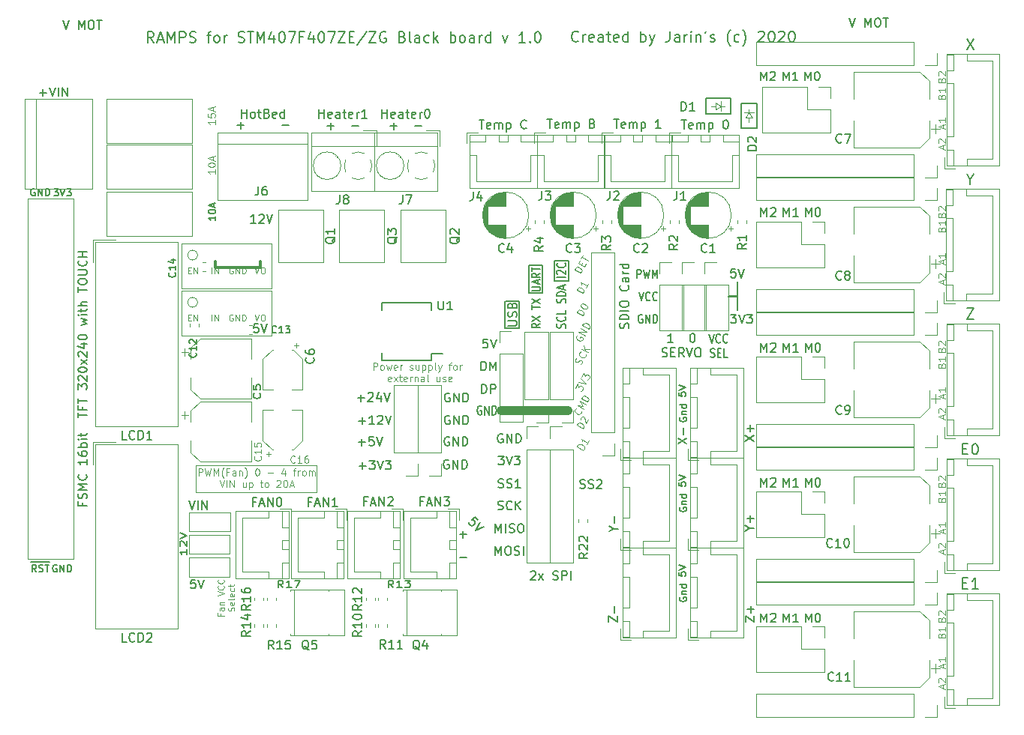
<source format=gto>
G04 #@! TF.GenerationSoftware,KiCad,Pcbnew,(5.1.5)-3*
G04 #@! TF.CreationDate,2020-05-12T00:31:33+02:00*
G04 #@! TF.ProjectId,RAMPS_STM32F407_TFT_Touch,52414d50-535f-4535-944d-333246343037,rev?*
G04 #@! TF.SameCoordinates,Original*
G04 #@! TF.FileFunction,Legend,Top*
G04 #@! TF.FilePolarity,Positive*
%FSLAX46Y46*%
G04 Gerber Fmt 4.6, Leading zero omitted, Abs format (unit mm)*
G04 Created by KiCad (PCBNEW (5.1.5)-3) date 2020-05-12 00:31:33*
%MOMM*%
%LPD*%
G04 APERTURE LIST*
%ADD10C,0.150000*%
%ADD11C,0.120000*%
%ADD12C,0.300000*%
%ADD13C,1.000000*%
%ADD14C,0.100000*%
G04 APERTURE END LIST*
D10*
X93059523Y-1103380D02*
X93392857Y-2103380D01*
X93726190Y-1103380D01*
X94821428Y-2103380D02*
X94821428Y-1103380D01*
X95154761Y-1817666D01*
X95488095Y-1103380D01*
X95488095Y-2103380D01*
X96154761Y-1103380D02*
X96345238Y-1103380D01*
X96440476Y-1151000D01*
X96535714Y-1246238D01*
X96583333Y-1436714D01*
X96583333Y-1770047D01*
X96535714Y-1960523D01*
X96440476Y-2055761D01*
X96345238Y-2103380D01*
X96154761Y-2103380D01*
X96059523Y-2055761D01*
X95964285Y-1960523D01*
X95916666Y-1770047D01*
X95916666Y-1436714D01*
X95964285Y-1246238D01*
X96059523Y-1151000D01*
X96154761Y-1103380D01*
X96869047Y-1103380D02*
X97440476Y-1103380D01*
X97154761Y-2103380D02*
X97154761Y-1103380D01*
X26050952Y-24264880D02*
X25479523Y-24264880D01*
X25765238Y-24264880D02*
X25765238Y-23264880D01*
X25670000Y-23407738D01*
X25574761Y-23502976D01*
X25479523Y-23550595D01*
X26431904Y-23360119D02*
X26479523Y-23312500D01*
X26574761Y-23264880D01*
X26812857Y-23264880D01*
X26908095Y-23312500D01*
X26955714Y-23360119D01*
X27003333Y-23455357D01*
X27003333Y-23550595D01*
X26955714Y-23693452D01*
X26384285Y-24264880D01*
X27003333Y-24264880D01*
X27289047Y-23264880D02*
X27622380Y-24264880D01*
X27955714Y-23264880D01*
D11*
X19304000Y-51625500D02*
X32956500Y-51625500D01*
X19304000Y-54673500D02*
X19304000Y-51625500D01*
X32956500Y-54673500D02*
X19304000Y-54673500D01*
X32956500Y-51625500D02*
X32956500Y-54673500D01*
X19590571Y-52787904D02*
X19590571Y-51987904D01*
X19895333Y-51987904D01*
X19971523Y-52026000D01*
X20009619Y-52064095D01*
X20047714Y-52140285D01*
X20047714Y-52254571D01*
X20009619Y-52330761D01*
X19971523Y-52368857D01*
X19895333Y-52406952D01*
X19590571Y-52406952D01*
X20314380Y-51987904D02*
X20504857Y-52787904D01*
X20657238Y-52216476D01*
X20809619Y-52787904D01*
X21000095Y-51987904D01*
X21304857Y-52787904D02*
X21304857Y-51987904D01*
X21571523Y-52559333D01*
X21838190Y-51987904D01*
X21838190Y-52787904D01*
X22447714Y-53092666D02*
X22409619Y-53054571D01*
X22333428Y-52940285D01*
X22295333Y-52864095D01*
X22257238Y-52749809D01*
X22219142Y-52559333D01*
X22219142Y-52406952D01*
X22257238Y-52216476D01*
X22295333Y-52102190D01*
X22333428Y-52026000D01*
X22409619Y-51911714D01*
X22447714Y-51873619D01*
X23019142Y-52368857D02*
X22752476Y-52368857D01*
X22752476Y-52787904D02*
X22752476Y-51987904D01*
X23133428Y-51987904D01*
X23781047Y-52787904D02*
X23781047Y-52368857D01*
X23742952Y-52292666D01*
X23666761Y-52254571D01*
X23514380Y-52254571D01*
X23438190Y-52292666D01*
X23781047Y-52749809D02*
X23704857Y-52787904D01*
X23514380Y-52787904D01*
X23438190Y-52749809D01*
X23400095Y-52673619D01*
X23400095Y-52597428D01*
X23438190Y-52521238D01*
X23514380Y-52483142D01*
X23704857Y-52483142D01*
X23781047Y-52445047D01*
X24162000Y-52254571D02*
X24162000Y-52787904D01*
X24162000Y-52330761D02*
X24200095Y-52292666D01*
X24276285Y-52254571D01*
X24390571Y-52254571D01*
X24466761Y-52292666D01*
X24504857Y-52368857D01*
X24504857Y-52787904D01*
X24809619Y-53092666D02*
X24847714Y-53054571D01*
X24923904Y-52940285D01*
X24962000Y-52864095D01*
X25000095Y-52749809D01*
X25038190Y-52559333D01*
X25038190Y-52406952D01*
X25000095Y-52216476D01*
X24962000Y-52102190D01*
X24923904Y-52026000D01*
X24847714Y-51911714D01*
X24809619Y-51873619D01*
X26181047Y-51987904D02*
X26257238Y-51987904D01*
X26333428Y-52026000D01*
X26371523Y-52064095D01*
X26409619Y-52140285D01*
X26447714Y-52292666D01*
X26447714Y-52483142D01*
X26409619Y-52635523D01*
X26371523Y-52711714D01*
X26333428Y-52749809D01*
X26257238Y-52787904D01*
X26181047Y-52787904D01*
X26104857Y-52749809D01*
X26066761Y-52711714D01*
X26028666Y-52635523D01*
X25990571Y-52483142D01*
X25990571Y-52292666D01*
X26028666Y-52140285D01*
X26066761Y-52064095D01*
X26104857Y-52026000D01*
X26181047Y-51987904D01*
X27400095Y-52483142D02*
X28009619Y-52483142D01*
X29342952Y-52254571D02*
X29342952Y-52787904D01*
X29152476Y-51949809D02*
X28962000Y-52521238D01*
X29457238Y-52521238D01*
X30257238Y-52254571D02*
X30562000Y-52254571D01*
X30371523Y-52787904D02*
X30371523Y-52102190D01*
X30409619Y-52026000D01*
X30485809Y-51987904D01*
X30562000Y-51987904D01*
X30828666Y-52787904D02*
X30828666Y-52254571D01*
X30828666Y-52406952D02*
X30866761Y-52330761D01*
X30904857Y-52292666D01*
X30981047Y-52254571D01*
X31057238Y-52254571D01*
X31438190Y-52787904D02*
X31362000Y-52749809D01*
X31323904Y-52711714D01*
X31285809Y-52635523D01*
X31285809Y-52406952D01*
X31323904Y-52330761D01*
X31362000Y-52292666D01*
X31438190Y-52254571D01*
X31552476Y-52254571D01*
X31628666Y-52292666D01*
X31666761Y-52330761D01*
X31704857Y-52406952D01*
X31704857Y-52635523D01*
X31666761Y-52711714D01*
X31628666Y-52749809D01*
X31552476Y-52787904D01*
X31438190Y-52787904D01*
X32047714Y-52787904D02*
X32047714Y-52254571D01*
X32047714Y-52330761D02*
X32085809Y-52292666D01*
X32162000Y-52254571D01*
X32276285Y-52254571D01*
X32352476Y-52292666D01*
X32390571Y-52368857D01*
X32390571Y-52787904D01*
X32390571Y-52368857D02*
X32428666Y-52292666D01*
X32504857Y-52254571D01*
X32619142Y-52254571D01*
X32695333Y-52292666D01*
X32733428Y-52368857D01*
X32733428Y-52787904D01*
X21952476Y-53307904D02*
X22219142Y-54107904D01*
X22485809Y-53307904D01*
X22752476Y-54107904D02*
X22752476Y-53307904D01*
X23133428Y-54107904D02*
X23133428Y-53307904D01*
X23590571Y-54107904D01*
X23590571Y-53307904D01*
X24923904Y-53574571D02*
X24923904Y-54107904D01*
X24581047Y-53574571D02*
X24581047Y-53993619D01*
X24619142Y-54069809D01*
X24695333Y-54107904D01*
X24809619Y-54107904D01*
X24885809Y-54069809D01*
X24923904Y-54031714D01*
X25304857Y-53574571D02*
X25304857Y-54374571D01*
X25304857Y-53612666D02*
X25381047Y-53574571D01*
X25533428Y-53574571D01*
X25609619Y-53612666D01*
X25647714Y-53650761D01*
X25685809Y-53726952D01*
X25685809Y-53955523D01*
X25647714Y-54031714D01*
X25609619Y-54069809D01*
X25533428Y-54107904D01*
X25381047Y-54107904D01*
X25304857Y-54069809D01*
X26523904Y-53574571D02*
X26828666Y-53574571D01*
X26638190Y-53307904D02*
X26638190Y-53993619D01*
X26676285Y-54069809D01*
X26752476Y-54107904D01*
X26828666Y-54107904D01*
X27209619Y-54107904D02*
X27133428Y-54069809D01*
X27095333Y-54031714D01*
X27057238Y-53955523D01*
X27057238Y-53726952D01*
X27095333Y-53650761D01*
X27133428Y-53612666D01*
X27209619Y-53574571D01*
X27323904Y-53574571D01*
X27400095Y-53612666D01*
X27438190Y-53650761D01*
X27476285Y-53726952D01*
X27476285Y-53955523D01*
X27438190Y-54031714D01*
X27400095Y-54069809D01*
X27323904Y-54107904D01*
X27209619Y-54107904D01*
X28390571Y-53384095D02*
X28428666Y-53346000D01*
X28504857Y-53307904D01*
X28695333Y-53307904D01*
X28771523Y-53346000D01*
X28809619Y-53384095D01*
X28847714Y-53460285D01*
X28847714Y-53536476D01*
X28809619Y-53650761D01*
X28352476Y-54107904D01*
X28847714Y-54107904D01*
X29342952Y-53307904D02*
X29419142Y-53307904D01*
X29495333Y-53346000D01*
X29533428Y-53384095D01*
X29571523Y-53460285D01*
X29609619Y-53612666D01*
X29609619Y-53803142D01*
X29571523Y-53955523D01*
X29533428Y-54031714D01*
X29495333Y-54069809D01*
X29419142Y-54107904D01*
X29342952Y-54107904D01*
X29266761Y-54069809D01*
X29228666Y-54031714D01*
X29190571Y-53955523D01*
X29152476Y-53803142D01*
X29152476Y-53612666D01*
X29190571Y-53460285D01*
X29228666Y-53384095D01*
X29266761Y-53346000D01*
X29342952Y-53307904D01*
X29914380Y-53879333D02*
X30295333Y-53879333D01*
X29838190Y-54107904D02*
X30104857Y-53307904D01*
X30371523Y-54107904D01*
X39319857Y-40849904D02*
X39319857Y-40049904D01*
X39624619Y-40049904D01*
X39700809Y-40088000D01*
X39738904Y-40126095D01*
X39777000Y-40202285D01*
X39777000Y-40316571D01*
X39738904Y-40392761D01*
X39700809Y-40430857D01*
X39624619Y-40468952D01*
X39319857Y-40468952D01*
X40234142Y-40849904D02*
X40157952Y-40811809D01*
X40119857Y-40773714D01*
X40081761Y-40697523D01*
X40081761Y-40468952D01*
X40119857Y-40392761D01*
X40157952Y-40354666D01*
X40234142Y-40316571D01*
X40348428Y-40316571D01*
X40424619Y-40354666D01*
X40462714Y-40392761D01*
X40500809Y-40468952D01*
X40500809Y-40697523D01*
X40462714Y-40773714D01*
X40424619Y-40811809D01*
X40348428Y-40849904D01*
X40234142Y-40849904D01*
X40767476Y-40316571D02*
X40919857Y-40849904D01*
X41072238Y-40468952D01*
X41224619Y-40849904D01*
X41377000Y-40316571D01*
X41986523Y-40811809D02*
X41910333Y-40849904D01*
X41757952Y-40849904D01*
X41681761Y-40811809D01*
X41643666Y-40735619D01*
X41643666Y-40430857D01*
X41681761Y-40354666D01*
X41757952Y-40316571D01*
X41910333Y-40316571D01*
X41986523Y-40354666D01*
X42024619Y-40430857D01*
X42024619Y-40507047D01*
X41643666Y-40583238D01*
X42367476Y-40849904D02*
X42367476Y-40316571D01*
X42367476Y-40468952D02*
X42405571Y-40392761D01*
X42443666Y-40354666D01*
X42519857Y-40316571D01*
X42596047Y-40316571D01*
X43434142Y-40811809D02*
X43510333Y-40849904D01*
X43662714Y-40849904D01*
X43738904Y-40811809D01*
X43777000Y-40735619D01*
X43777000Y-40697523D01*
X43738904Y-40621333D01*
X43662714Y-40583238D01*
X43548428Y-40583238D01*
X43472238Y-40545142D01*
X43434142Y-40468952D01*
X43434142Y-40430857D01*
X43472238Y-40354666D01*
X43548428Y-40316571D01*
X43662714Y-40316571D01*
X43738904Y-40354666D01*
X44462714Y-40316571D02*
X44462714Y-40849904D01*
X44119857Y-40316571D02*
X44119857Y-40735619D01*
X44157952Y-40811809D01*
X44234142Y-40849904D01*
X44348428Y-40849904D01*
X44424619Y-40811809D01*
X44462714Y-40773714D01*
X44843666Y-40316571D02*
X44843666Y-41116571D01*
X44843666Y-40354666D02*
X44919857Y-40316571D01*
X45072238Y-40316571D01*
X45148428Y-40354666D01*
X45186523Y-40392761D01*
X45224619Y-40468952D01*
X45224619Y-40697523D01*
X45186523Y-40773714D01*
X45148428Y-40811809D01*
X45072238Y-40849904D01*
X44919857Y-40849904D01*
X44843666Y-40811809D01*
X45567476Y-40316571D02*
X45567476Y-41116571D01*
X45567476Y-40354666D02*
X45643666Y-40316571D01*
X45796047Y-40316571D01*
X45872238Y-40354666D01*
X45910333Y-40392761D01*
X45948428Y-40468952D01*
X45948428Y-40697523D01*
X45910333Y-40773714D01*
X45872238Y-40811809D01*
X45796047Y-40849904D01*
X45643666Y-40849904D01*
X45567476Y-40811809D01*
X46405571Y-40849904D02*
X46329380Y-40811809D01*
X46291285Y-40735619D01*
X46291285Y-40049904D01*
X46634142Y-40316571D02*
X46824619Y-40849904D01*
X47015095Y-40316571D02*
X46824619Y-40849904D01*
X46748428Y-41040380D01*
X46710333Y-41078476D01*
X46634142Y-41116571D01*
X47815095Y-40316571D02*
X48119857Y-40316571D01*
X47929380Y-40849904D02*
X47929380Y-40164190D01*
X47967476Y-40088000D01*
X48043666Y-40049904D01*
X48119857Y-40049904D01*
X48500809Y-40849904D02*
X48424619Y-40811809D01*
X48386523Y-40773714D01*
X48348428Y-40697523D01*
X48348428Y-40468952D01*
X48386523Y-40392761D01*
X48424619Y-40354666D01*
X48500809Y-40316571D01*
X48615095Y-40316571D01*
X48691285Y-40354666D01*
X48729380Y-40392761D01*
X48767476Y-40468952D01*
X48767476Y-40697523D01*
X48729380Y-40773714D01*
X48691285Y-40811809D01*
X48615095Y-40849904D01*
X48500809Y-40849904D01*
X49110333Y-40849904D02*
X49110333Y-40316571D01*
X49110333Y-40468952D02*
X49148428Y-40392761D01*
X49186523Y-40354666D01*
X49262714Y-40316571D01*
X49338904Y-40316571D01*
X41319857Y-42131809D02*
X41243666Y-42169904D01*
X41091285Y-42169904D01*
X41015095Y-42131809D01*
X40977000Y-42055619D01*
X40977000Y-41750857D01*
X41015095Y-41674666D01*
X41091285Y-41636571D01*
X41243666Y-41636571D01*
X41319857Y-41674666D01*
X41357952Y-41750857D01*
X41357952Y-41827047D01*
X40977000Y-41903238D01*
X41624619Y-42169904D02*
X42043666Y-41636571D01*
X41624619Y-41636571D02*
X42043666Y-42169904D01*
X42234142Y-41636571D02*
X42538904Y-41636571D01*
X42348428Y-41369904D02*
X42348428Y-42055619D01*
X42386523Y-42131809D01*
X42462714Y-42169904D01*
X42538904Y-42169904D01*
X43110333Y-42131809D02*
X43034142Y-42169904D01*
X42881761Y-42169904D01*
X42805571Y-42131809D01*
X42767476Y-42055619D01*
X42767476Y-41750857D01*
X42805571Y-41674666D01*
X42881761Y-41636571D01*
X43034142Y-41636571D01*
X43110333Y-41674666D01*
X43148428Y-41750857D01*
X43148428Y-41827047D01*
X42767476Y-41903238D01*
X43491285Y-42169904D02*
X43491285Y-41636571D01*
X43491285Y-41788952D02*
X43529380Y-41712761D01*
X43567476Y-41674666D01*
X43643666Y-41636571D01*
X43719857Y-41636571D01*
X43986523Y-41636571D02*
X43986523Y-42169904D01*
X43986523Y-41712761D02*
X44024619Y-41674666D01*
X44100809Y-41636571D01*
X44215095Y-41636571D01*
X44291285Y-41674666D01*
X44329380Y-41750857D01*
X44329380Y-42169904D01*
X45053190Y-42169904D02*
X45053190Y-41750857D01*
X45015095Y-41674666D01*
X44938904Y-41636571D01*
X44786523Y-41636571D01*
X44710333Y-41674666D01*
X45053190Y-42131809D02*
X44977000Y-42169904D01*
X44786523Y-42169904D01*
X44710333Y-42131809D01*
X44672238Y-42055619D01*
X44672238Y-41979428D01*
X44710333Y-41903238D01*
X44786523Y-41865142D01*
X44977000Y-41865142D01*
X45053190Y-41827047D01*
X45548428Y-42169904D02*
X45472238Y-42131809D01*
X45434142Y-42055619D01*
X45434142Y-41369904D01*
X46805571Y-41636571D02*
X46805571Y-42169904D01*
X46462714Y-41636571D02*
X46462714Y-42055619D01*
X46500809Y-42131809D01*
X46577000Y-42169904D01*
X46691285Y-42169904D01*
X46767476Y-42131809D01*
X46805571Y-42093714D01*
X47148428Y-42131809D02*
X47224619Y-42169904D01*
X47377000Y-42169904D01*
X47453190Y-42131809D01*
X47491285Y-42055619D01*
X47491285Y-42017523D01*
X47453190Y-41941333D01*
X47377000Y-41903238D01*
X47262714Y-41903238D01*
X47186523Y-41865142D01*
X47148428Y-41788952D01*
X47148428Y-41750857D01*
X47186523Y-41674666D01*
X47262714Y-41636571D01*
X47377000Y-41636571D01*
X47453190Y-41674666D01*
X48138904Y-42131809D02*
X48062714Y-42169904D01*
X47910333Y-42169904D01*
X47834142Y-42131809D01*
X47796047Y-42055619D01*
X47796047Y-41750857D01*
X47834142Y-41674666D01*
X47910333Y-41636571D01*
X48062714Y-41636571D01*
X48138904Y-41674666D01*
X48177000Y-41750857D01*
X48177000Y-41827047D01*
X47796047Y-41903238D01*
D10*
X47815595Y-51062000D02*
X47720357Y-51014380D01*
X47577500Y-51014380D01*
X47434642Y-51062000D01*
X47339404Y-51157238D01*
X47291785Y-51252476D01*
X47244166Y-51442952D01*
X47244166Y-51585809D01*
X47291785Y-51776285D01*
X47339404Y-51871523D01*
X47434642Y-51966761D01*
X47577500Y-52014380D01*
X47672738Y-52014380D01*
X47815595Y-51966761D01*
X47863214Y-51919142D01*
X47863214Y-51585809D01*
X47672738Y-51585809D01*
X48291785Y-52014380D02*
X48291785Y-51014380D01*
X48863214Y-52014380D01*
X48863214Y-51014380D01*
X49339404Y-52014380D02*
X49339404Y-51014380D01*
X49577500Y-51014380D01*
X49720357Y-51062000D01*
X49815595Y-51157238D01*
X49863214Y-51252476D01*
X49910833Y-51442952D01*
X49910833Y-51585809D01*
X49863214Y-51776285D01*
X49815595Y-51871523D01*
X49720357Y-51966761D01*
X49577500Y-52014380D01*
X49339404Y-52014380D01*
X47879095Y-48458500D02*
X47783857Y-48410880D01*
X47641000Y-48410880D01*
X47498142Y-48458500D01*
X47402904Y-48553738D01*
X47355285Y-48648976D01*
X47307666Y-48839452D01*
X47307666Y-48982309D01*
X47355285Y-49172785D01*
X47402904Y-49268023D01*
X47498142Y-49363261D01*
X47641000Y-49410880D01*
X47736238Y-49410880D01*
X47879095Y-49363261D01*
X47926714Y-49315642D01*
X47926714Y-48982309D01*
X47736238Y-48982309D01*
X48355285Y-49410880D02*
X48355285Y-48410880D01*
X48926714Y-49410880D01*
X48926714Y-48410880D01*
X49402904Y-49410880D02*
X49402904Y-48410880D01*
X49641000Y-48410880D01*
X49783857Y-48458500D01*
X49879095Y-48553738D01*
X49926714Y-48648976D01*
X49974333Y-48839452D01*
X49974333Y-48982309D01*
X49926714Y-49172785D01*
X49879095Y-49268023D01*
X49783857Y-49363261D01*
X49641000Y-49410880D01*
X49402904Y-49410880D01*
X47942595Y-46045500D02*
X47847357Y-45997880D01*
X47704500Y-45997880D01*
X47561642Y-46045500D01*
X47466404Y-46140738D01*
X47418785Y-46235976D01*
X47371166Y-46426452D01*
X47371166Y-46569309D01*
X47418785Y-46759785D01*
X47466404Y-46855023D01*
X47561642Y-46950261D01*
X47704500Y-46997880D01*
X47799738Y-46997880D01*
X47942595Y-46950261D01*
X47990214Y-46902642D01*
X47990214Y-46569309D01*
X47799738Y-46569309D01*
X48418785Y-46997880D02*
X48418785Y-45997880D01*
X48990214Y-46997880D01*
X48990214Y-45997880D01*
X49466404Y-46997880D02*
X49466404Y-45997880D01*
X49704500Y-45997880D01*
X49847357Y-46045500D01*
X49942595Y-46140738D01*
X49990214Y-46235976D01*
X50037833Y-46426452D01*
X50037833Y-46569309D01*
X49990214Y-46759785D01*
X49942595Y-46855023D01*
X49847357Y-46950261D01*
X49704500Y-46997880D01*
X49466404Y-46997880D01*
X47942595Y-43505500D02*
X47847357Y-43457880D01*
X47704500Y-43457880D01*
X47561642Y-43505500D01*
X47466404Y-43600738D01*
X47418785Y-43695976D01*
X47371166Y-43886452D01*
X47371166Y-44029309D01*
X47418785Y-44219785D01*
X47466404Y-44315023D01*
X47561642Y-44410261D01*
X47704500Y-44457880D01*
X47799738Y-44457880D01*
X47942595Y-44410261D01*
X47990214Y-44362642D01*
X47990214Y-44029309D01*
X47799738Y-44029309D01*
X48418785Y-44457880D02*
X48418785Y-43457880D01*
X48990214Y-44457880D01*
X48990214Y-43457880D01*
X49466404Y-44457880D02*
X49466404Y-43457880D01*
X49704500Y-43457880D01*
X49847357Y-43505500D01*
X49942595Y-43600738D01*
X49990214Y-43695976D01*
X50037833Y-43886452D01*
X50037833Y-44029309D01*
X49990214Y-44219785D01*
X49942595Y-44315023D01*
X49847357Y-44410261D01*
X49704500Y-44457880D01*
X49466404Y-44457880D01*
X37544595Y-44013428D02*
X38306500Y-44013428D01*
X37925547Y-44394380D02*
X37925547Y-43632476D01*
X38735071Y-43489619D02*
X38782690Y-43442000D01*
X38877928Y-43394380D01*
X39116023Y-43394380D01*
X39211261Y-43442000D01*
X39258880Y-43489619D01*
X39306500Y-43584857D01*
X39306500Y-43680095D01*
X39258880Y-43822952D01*
X38687452Y-44394380D01*
X39306500Y-44394380D01*
X40163642Y-43727714D02*
X40163642Y-44394380D01*
X39925547Y-43346761D02*
X39687452Y-44061047D01*
X40306500Y-44061047D01*
X40544595Y-43394380D02*
X40877928Y-44394380D01*
X41211261Y-43394380D01*
X23955738Y-13215928D02*
X24717642Y-13215928D01*
X24336690Y-13596880D02*
X24336690Y-12834976D01*
X29003357Y-13215928D02*
X29765261Y-13215928D01*
X41227595Y-13279428D02*
X41989500Y-13279428D01*
X41608547Y-13660380D02*
X41608547Y-12898476D01*
X43989500Y-13279428D02*
X44751404Y-13279428D01*
X34115595Y-13279428D02*
X34877500Y-13279428D01*
X34496547Y-13660380D02*
X34496547Y-12898476D01*
X36877500Y-13279428D02*
X37639404Y-13279428D01*
D11*
X103638333Y-13525428D02*
X103638333Y-13144476D01*
X103866904Y-13601619D02*
X103066904Y-13334952D01*
X103866904Y-13068285D01*
X103866904Y-12382571D02*
X103866904Y-12839714D01*
X103866904Y-12611142D02*
X103066904Y-12611142D01*
X103181190Y-12687333D01*
X103257380Y-12763523D01*
X103295476Y-12839714D01*
X103638333Y-15874928D02*
X103638333Y-15493976D01*
X103866904Y-15951119D02*
X103066904Y-15684452D01*
X103866904Y-15417785D01*
X103143095Y-15189214D02*
X103105000Y-15151119D01*
X103066904Y-15074928D01*
X103066904Y-14884452D01*
X103105000Y-14808261D01*
X103143095Y-14770166D01*
X103219285Y-14732071D01*
X103295476Y-14732071D01*
X103409761Y-14770166D01*
X103866904Y-15227309D01*
X103866904Y-14732071D01*
X103447857Y-9975809D02*
X103485952Y-9861523D01*
X103524047Y-9823428D01*
X103600238Y-9785333D01*
X103714523Y-9785333D01*
X103790714Y-9823428D01*
X103828809Y-9861523D01*
X103866904Y-9937714D01*
X103866904Y-10242476D01*
X103066904Y-10242476D01*
X103066904Y-9975809D01*
X103105000Y-9899619D01*
X103143095Y-9861523D01*
X103219285Y-9823428D01*
X103295476Y-9823428D01*
X103371666Y-9861523D01*
X103409761Y-9899619D01*
X103447857Y-9975809D01*
X103447857Y-10242476D01*
X103866904Y-9023428D02*
X103866904Y-9480571D01*
X103866904Y-9252000D02*
X103066904Y-9252000D01*
X103181190Y-9328190D01*
X103257380Y-9404380D01*
X103295476Y-9480571D01*
X103447857Y-8070809D02*
X103485952Y-7956523D01*
X103524047Y-7918428D01*
X103600238Y-7880333D01*
X103714523Y-7880333D01*
X103790714Y-7918428D01*
X103828809Y-7956523D01*
X103866904Y-8032714D01*
X103866904Y-8337476D01*
X103066904Y-8337476D01*
X103066904Y-8070809D01*
X103105000Y-7994619D01*
X103143095Y-7956523D01*
X103219285Y-7918428D01*
X103295476Y-7918428D01*
X103371666Y-7956523D01*
X103409761Y-7994619D01*
X103447857Y-8070809D01*
X103447857Y-8337476D01*
X103143095Y-7575571D02*
X103105000Y-7537476D01*
X103066904Y-7461285D01*
X103066904Y-7270809D01*
X103105000Y-7194619D01*
X103143095Y-7156523D01*
X103219285Y-7118428D01*
X103295476Y-7118428D01*
X103409761Y-7156523D01*
X103866904Y-7613666D01*
X103866904Y-7118428D01*
X103447857Y-23310809D02*
X103485952Y-23196523D01*
X103524047Y-23158428D01*
X103600238Y-23120333D01*
X103714523Y-23120333D01*
X103790714Y-23158428D01*
X103828809Y-23196523D01*
X103866904Y-23272714D01*
X103866904Y-23577476D01*
X103066904Y-23577476D01*
X103066904Y-23310809D01*
X103105000Y-23234619D01*
X103143095Y-23196523D01*
X103219285Y-23158428D01*
X103295476Y-23158428D01*
X103371666Y-23196523D01*
X103409761Y-23234619D01*
X103447857Y-23310809D01*
X103447857Y-23577476D01*
X103143095Y-22815571D02*
X103105000Y-22777476D01*
X103066904Y-22701285D01*
X103066904Y-22510809D01*
X103105000Y-22434619D01*
X103143095Y-22396523D01*
X103219285Y-22358428D01*
X103295476Y-22358428D01*
X103409761Y-22396523D01*
X103866904Y-22853666D01*
X103866904Y-22358428D01*
X103638333Y-31114928D02*
X103638333Y-30733976D01*
X103866904Y-31191119D02*
X103066904Y-30924452D01*
X103866904Y-30657785D01*
X103143095Y-30429214D02*
X103105000Y-30391119D01*
X103066904Y-30314928D01*
X103066904Y-30124452D01*
X103105000Y-30048261D01*
X103143095Y-30010166D01*
X103219285Y-29972071D01*
X103295476Y-29972071D01*
X103409761Y-30010166D01*
X103866904Y-30467309D01*
X103866904Y-29972071D01*
X103447857Y-24961809D02*
X103485952Y-24847523D01*
X103524047Y-24809428D01*
X103600238Y-24771333D01*
X103714523Y-24771333D01*
X103790714Y-24809428D01*
X103828809Y-24847523D01*
X103866904Y-24923714D01*
X103866904Y-25228476D01*
X103066904Y-25228476D01*
X103066904Y-24961809D01*
X103105000Y-24885619D01*
X103143095Y-24847523D01*
X103219285Y-24809428D01*
X103295476Y-24809428D01*
X103371666Y-24847523D01*
X103409761Y-24885619D01*
X103447857Y-24961809D01*
X103447857Y-25228476D01*
X103866904Y-24009428D02*
X103866904Y-24466571D01*
X103866904Y-24238000D02*
X103066904Y-24238000D01*
X103181190Y-24314190D01*
X103257380Y-24390380D01*
X103295476Y-24466571D01*
X103638333Y-28828928D02*
X103638333Y-28447976D01*
X103866904Y-28905119D02*
X103066904Y-28638452D01*
X103866904Y-28371785D01*
X103866904Y-27686071D02*
X103866904Y-28143214D01*
X103866904Y-27914642D02*
X103066904Y-27914642D01*
X103181190Y-27990833D01*
X103257380Y-28067023D01*
X103295476Y-28143214D01*
X103638333Y-46354928D02*
X103638333Y-45973976D01*
X103866904Y-46431119D02*
X103066904Y-46164452D01*
X103866904Y-45897785D01*
X103143095Y-45669214D02*
X103105000Y-45631119D01*
X103066904Y-45554928D01*
X103066904Y-45364452D01*
X103105000Y-45288261D01*
X103143095Y-45250166D01*
X103219285Y-45212071D01*
X103295476Y-45212071D01*
X103409761Y-45250166D01*
X103866904Y-45707309D01*
X103866904Y-45212071D01*
X103638333Y-44005428D02*
X103638333Y-43624476D01*
X103866904Y-44081619D02*
X103066904Y-43814952D01*
X103866904Y-43548285D01*
X103866904Y-42862571D02*
X103866904Y-43319714D01*
X103866904Y-43091142D02*
X103066904Y-43091142D01*
X103181190Y-43167333D01*
X103257380Y-43243523D01*
X103295476Y-43319714D01*
X103447857Y-38550809D02*
X103485952Y-38436523D01*
X103524047Y-38398428D01*
X103600238Y-38360333D01*
X103714523Y-38360333D01*
X103790714Y-38398428D01*
X103828809Y-38436523D01*
X103866904Y-38512714D01*
X103866904Y-38817476D01*
X103066904Y-38817476D01*
X103066904Y-38550809D01*
X103105000Y-38474619D01*
X103143095Y-38436523D01*
X103219285Y-38398428D01*
X103295476Y-38398428D01*
X103371666Y-38436523D01*
X103409761Y-38474619D01*
X103447857Y-38550809D01*
X103447857Y-38817476D01*
X103143095Y-38055571D02*
X103105000Y-38017476D01*
X103066904Y-37941285D01*
X103066904Y-37750809D01*
X103105000Y-37674619D01*
X103143095Y-37636523D01*
X103219285Y-37598428D01*
X103295476Y-37598428D01*
X103409761Y-37636523D01*
X103866904Y-38093666D01*
X103866904Y-37598428D01*
X103447857Y-40328809D02*
X103485952Y-40214523D01*
X103524047Y-40176428D01*
X103600238Y-40138333D01*
X103714523Y-40138333D01*
X103790714Y-40176428D01*
X103828809Y-40214523D01*
X103866904Y-40290714D01*
X103866904Y-40595476D01*
X103066904Y-40595476D01*
X103066904Y-40328809D01*
X103105000Y-40252619D01*
X103143095Y-40214523D01*
X103219285Y-40176428D01*
X103295476Y-40176428D01*
X103371666Y-40214523D01*
X103409761Y-40252619D01*
X103447857Y-40328809D01*
X103447857Y-40595476D01*
X103866904Y-39376428D02*
X103866904Y-39833571D01*
X103866904Y-39605000D02*
X103066904Y-39605000D01*
X103181190Y-39681190D01*
X103257380Y-39757380D01*
X103295476Y-39833571D01*
X103638333Y-61594928D02*
X103638333Y-61213976D01*
X103866904Y-61671119D02*
X103066904Y-61404452D01*
X103866904Y-61137785D01*
X103143095Y-60909214D02*
X103105000Y-60871119D01*
X103066904Y-60794928D01*
X103066904Y-60604452D01*
X103105000Y-60528261D01*
X103143095Y-60490166D01*
X103219285Y-60452071D01*
X103295476Y-60452071D01*
X103409761Y-60490166D01*
X103866904Y-60947309D01*
X103866904Y-60452071D01*
X103447857Y-53790809D02*
X103485952Y-53676523D01*
X103524047Y-53638428D01*
X103600238Y-53600333D01*
X103714523Y-53600333D01*
X103790714Y-53638428D01*
X103828809Y-53676523D01*
X103866904Y-53752714D01*
X103866904Y-54057476D01*
X103066904Y-54057476D01*
X103066904Y-53790809D01*
X103105000Y-53714619D01*
X103143095Y-53676523D01*
X103219285Y-53638428D01*
X103295476Y-53638428D01*
X103371666Y-53676523D01*
X103409761Y-53714619D01*
X103447857Y-53790809D01*
X103447857Y-54057476D01*
X103143095Y-53295571D02*
X103105000Y-53257476D01*
X103066904Y-53181285D01*
X103066904Y-52990809D01*
X103105000Y-52914619D01*
X103143095Y-52876523D01*
X103219285Y-52838428D01*
X103295476Y-52838428D01*
X103409761Y-52876523D01*
X103866904Y-53333666D01*
X103866904Y-52838428D01*
X103638333Y-59245428D02*
X103638333Y-58864476D01*
X103866904Y-59321619D02*
X103066904Y-59054952D01*
X103866904Y-58788285D01*
X103866904Y-58102571D02*
X103866904Y-58559714D01*
X103866904Y-58331142D02*
X103066904Y-58331142D01*
X103181190Y-58407333D01*
X103257380Y-58483523D01*
X103295476Y-58559714D01*
X103447857Y-55505309D02*
X103485952Y-55391023D01*
X103524047Y-55352928D01*
X103600238Y-55314833D01*
X103714523Y-55314833D01*
X103790714Y-55352928D01*
X103828809Y-55391023D01*
X103866904Y-55467214D01*
X103866904Y-55771976D01*
X103066904Y-55771976D01*
X103066904Y-55505309D01*
X103105000Y-55429119D01*
X103143095Y-55391023D01*
X103219285Y-55352928D01*
X103295476Y-55352928D01*
X103371666Y-55391023D01*
X103409761Y-55429119D01*
X103447857Y-55505309D01*
X103447857Y-55771976D01*
X103866904Y-54552928D02*
X103866904Y-55010071D01*
X103866904Y-54781500D02*
X103066904Y-54781500D01*
X103181190Y-54857690D01*
X103257380Y-54933880D01*
X103295476Y-55010071D01*
X103638333Y-76834928D02*
X103638333Y-76453976D01*
X103866904Y-76911119D02*
X103066904Y-76644452D01*
X103866904Y-76377785D01*
X103143095Y-76149214D02*
X103105000Y-76111119D01*
X103066904Y-76034928D01*
X103066904Y-75844452D01*
X103105000Y-75768261D01*
X103143095Y-75730166D01*
X103219285Y-75692071D01*
X103295476Y-75692071D01*
X103409761Y-75730166D01*
X103866904Y-76187309D01*
X103866904Y-75692071D01*
X103638333Y-74485428D02*
X103638333Y-74104476D01*
X103866904Y-74561619D02*
X103066904Y-74294952D01*
X103866904Y-74028285D01*
X103866904Y-73342571D02*
X103866904Y-73799714D01*
X103866904Y-73571142D02*
X103066904Y-73571142D01*
X103181190Y-73647333D01*
X103257380Y-73723523D01*
X103295476Y-73799714D01*
X103447857Y-70872309D02*
X103485952Y-70758023D01*
X103524047Y-70719928D01*
X103600238Y-70681833D01*
X103714523Y-70681833D01*
X103790714Y-70719928D01*
X103828809Y-70758023D01*
X103866904Y-70834214D01*
X103866904Y-71138976D01*
X103066904Y-71138976D01*
X103066904Y-70872309D01*
X103105000Y-70796119D01*
X103143095Y-70758023D01*
X103219285Y-70719928D01*
X103295476Y-70719928D01*
X103371666Y-70758023D01*
X103409761Y-70796119D01*
X103447857Y-70872309D01*
X103447857Y-71138976D01*
X103866904Y-69919928D02*
X103866904Y-70377071D01*
X103866904Y-70148500D02*
X103066904Y-70148500D01*
X103181190Y-70224690D01*
X103257380Y-70300880D01*
X103295476Y-70377071D01*
X103447857Y-69030809D02*
X103485952Y-68916523D01*
X103524047Y-68878428D01*
X103600238Y-68840333D01*
X103714523Y-68840333D01*
X103790714Y-68878428D01*
X103828809Y-68916523D01*
X103866904Y-68992714D01*
X103866904Y-69297476D01*
X103066904Y-69297476D01*
X103066904Y-69030809D01*
X103105000Y-68954619D01*
X103143095Y-68916523D01*
X103219285Y-68878428D01*
X103295476Y-68878428D01*
X103371666Y-68916523D01*
X103409761Y-68954619D01*
X103447857Y-69030809D01*
X103447857Y-69297476D01*
X103143095Y-68535571D02*
X103105000Y-68497476D01*
X103066904Y-68421285D01*
X103066904Y-68230809D01*
X103105000Y-68154619D01*
X103143095Y-68116523D01*
X103219285Y-68078428D01*
X103295476Y-68078428D01*
X103409761Y-68116523D01*
X103866904Y-68573666D01*
X103866904Y-68078428D01*
X22098000Y-68411500D02*
X22098000Y-68644833D01*
X22464666Y-68644833D02*
X21764666Y-68644833D01*
X21764666Y-68311500D01*
X22464666Y-67744833D02*
X22098000Y-67744833D01*
X22031333Y-67778166D01*
X21998000Y-67844833D01*
X21998000Y-67978166D01*
X22031333Y-68044833D01*
X22431333Y-67744833D02*
X22464666Y-67811500D01*
X22464666Y-67978166D01*
X22431333Y-68044833D01*
X22364666Y-68078166D01*
X22298000Y-68078166D01*
X22231333Y-68044833D01*
X22198000Y-67978166D01*
X22198000Y-67811500D01*
X22164666Y-67744833D01*
X21998000Y-67411500D02*
X22464666Y-67411500D01*
X22064666Y-67411500D02*
X22031333Y-67378166D01*
X21998000Y-67311500D01*
X21998000Y-67211500D01*
X22031333Y-67144833D01*
X22098000Y-67111500D01*
X22464666Y-67111500D01*
X21764666Y-66344833D02*
X22464666Y-66111500D01*
X21764666Y-65878166D01*
X22398000Y-65244833D02*
X22431333Y-65278166D01*
X22464666Y-65378166D01*
X22464666Y-65444833D01*
X22431333Y-65544833D01*
X22364666Y-65611500D01*
X22298000Y-65644833D01*
X22164666Y-65678166D01*
X22064666Y-65678166D01*
X21931333Y-65644833D01*
X21864666Y-65611500D01*
X21798000Y-65544833D01*
X21764666Y-65444833D01*
X21764666Y-65378166D01*
X21798000Y-65278166D01*
X21831333Y-65244833D01*
X22398000Y-64544833D02*
X22431333Y-64578166D01*
X22464666Y-64678166D01*
X22464666Y-64744833D01*
X22431333Y-64844833D01*
X22364666Y-64911500D01*
X22298000Y-64944833D01*
X22164666Y-64978166D01*
X22064666Y-64978166D01*
X21931333Y-64944833D01*
X21864666Y-64911500D01*
X21798000Y-64844833D01*
X21764666Y-64744833D01*
X21764666Y-64678166D01*
X21798000Y-64578166D01*
X21831333Y-64544833D01*
X23601333Y-68094833D02*
X23634666Y-67994833D01*
X23634666Y-67828166D01*
X23601333Y-67761500D01*
X23568000Y-67728166D01*
X23501333Y-67694833D01*
X23434666Y-67694833D01*
X23368000Y-67728166D01*
X23334666Y-67761500D01*
X23301333Y-67828166D01*
X23268000Y-67961500D01*
X23234666Y-68028166D01*
X23201333Y-68061500D01*
X23134666Y-68094833D01*
X23068000Y-68094833D01*
X23001333Y-68061500D01*
X22968000Y-68028166D01*
X22934666Y-67961500D01*
X22934666Y-67794833D01*
X22968000Y-67694833D01*
X23601333Y-67128166D02*
X23634666Y-67194833D01*
X23634666Y-67328166D01*
X23601333Y-67394833D01*
X23534666Y-67428166D01*
X23268000Y-67428166D01*
X23201333Y-67394833D01*
X23168000Y-67328166D01*
X23168000Y-67194833D01*
X23201333Y-67128166D01*
X23268000Y-67094833D01*
X23334666Y-67094833D01*
X23401333Y-67428166D01*
X23634666Y-66694833D02*
X23601333Y-66761500D01*
X23534666Y-66794833D01*
X22934666Y-66794833D01*
X23601333Y-66161500D02*
X23634666Y-66228166D01*
X23634666Y-66361500D01*
X23601333Y-66428166D01*
X23534666Y-66461500D01*
X23268000Y-66461500D01*
X23201333Y-66428166D01*
X23168000Y-66361500D01*
X23168000Y-66228166D01*
X23201333Y-66161500D01*
X23268000Y-66128166D01*
X23334666Y-66128166D01*
X23401333Y-66461500D01*
X23601333Y-65528166D02*
X23634666Y-65594833D01*
X23634666Y-65728166D01*
X23601333Y-65794833D01*
X23568000Y-65828166D01*
X23501333Y-65861500D01*
X23301333Y-65861500D01*
X23234666Y-65828166D01*
X23201333Y-65794833D01*
X23168000Y-65728166D01*
X23168000Y-65594833D01*
X23201333Y-65528166D01*
X23168000Y-65328166D02*
X23168000Y-65061500D01*
X22934666Y-65228166D02*
X23534666Y-65228166D01*
X23601333Y-65194833D01*
X23634666Y-65128166D01*
X23634666Y-65061500D01*
D12*
X26543000Y-29273500D02*
X26543000Y-28575000D01*
X21463000Y-29273500D02*
X26543000Y-29273500D01*
X21463000Y-28575000D02*
X21463000Y-29273500D01*
D10*
X80454500Y-34099500D02*
X80454500Y-32575500D01*
X79375000Y-32575500D02*
X80454500Y-32575500D01*
X79375000Y-32512000D02*
X79375000Y-32575500D01*
X80454500Y-32512000D02*
X79375000Y-32512000D01*
X80454500Y-30924500D02*
X80454500Y-32512000D01*
X85613976Y-69349880D02*
X85613976Y-68349880D01*
X85947309Y-69064166D01*
X86280642Y-68349880D01*
X86280642Y-69349880D01*
X87280642Y-69349880D02*
X86709214Y-69349880D01*
X86994928Y-69349880D02*
X86994928Y-68349880D01*
X86899690Y-68492738D01*
X86804452Y-68587976D01*
X86709214Y-68635595D01*
X88090476Y-69349880D02*
X88090476Y-68349880D01*
X88423809Y-69064166D01*
X88757142Y-68349880D01*
X88757142Y-69349880D01*
X89423809Y-68349880D02*
X89519047Y-68349880D01*
X89614285Y-68397500D01*
X89661904Y-68445119D01*
X89709523Y-68540357D01*
X89757142Y-68730833D01*
X89757142Y-68968928D01*
X89709523Y-69159404D01*
X89661904Y-69254642D01*
X89614285Y-69302261D01*
X89519047Y-69349880D01*
X89423809Y-69349880D01*
X89328571Y-69302261D01*
X89280952Y-69254642D01*
X89233333Y-69159404D01*
X89185714Y-68968928D01*
X89185714Y-68730833D01*
X89233333Y-68540357D01*
X89280952Y-68445119D01*
X89328571Y-68397500D01*
X89423809Y-68349880D01*
X83073976Y-69349880D02*
X83073976Y-68349880D01*
X83407309Y-69064166D01*
X83740642Y-68349880D01*
X83740642Y-69349880D01*
X84169214Y-68445119D02*
X84216833Y-68397500D01*
X84312071Y-68349880D01*
X84550166Y-68349880D01*
X84645404Y-68397500D01*
X84693023Y-68445119D01*
X84740642Y-68540357D01*
X84740642Y-68635595D01*
X84693023Y-68778452D01*
X84121595Y-69349880D01*
X84740642Y-69349880D01*
X85613976Y-54046380D02*
X85613976Y-53046380D01*
X85947309Y-53760666D01*
X86280642Y-53046380D01*
X86280642Y-54046380D01*
X87280642Y-54046380D02*
X86709214Y-54046380D01*
X86994928Y-54046380D02*
X86994928Y-53046380D01*
X86899690Y-53189238D01*
X86804452Y-53284476D01*
X86709214Y-53332095D01*
X83073976Y-54046380D02*
X83073976Y-53046380D01*
X83407309Y-53760666D01*
X83740642Y-53046380D01*
X83740642Y-54046380D01*
X84169214Y-53141619D02*
X84216833Y-53094000D01*
X84312071Y-53046380D01*
X84550166Y-53046380D01*
X84645404Y-53094000D01*
X84693023Y-53141619D01*
X84740642Y-53236857D01*
X84740642Y-53332095D01*
X84693023Y-53474952D01*
X84121595Y-54046380D01*
X84740642Y-54046380D01*
X88090476Y-54046380D02*
X88090476Y-53046380D01*
X88423809Y-53760666D01*
X88757142Y-53046380D01*
X88757142Y-54046380D01*
X89423809Y-53046380D02*
X89519047Y-53046380D01*
X89614285Y-53094000D01*
X89661904Y-53141619D01*
X89709523Y-53236857D01*
X89757142Y-53427333D01*
X89757142Y-53665428D01*
X89709523Y-53855904D01*
X89661904Y-53951142D01*
X89614285Y-53998761D01*
X89519047Y-54046380D01*
X89423809Y-54046380D01*
X89328571Y-53998761D01*
X89280952Y-53951142D01*
X89233333Y-53855904D01*
X89185714Y-53665428D01*
X89185714Y-53427333D01*
X89233333Y-53236857D01*
X89280952Y-53141619D01*
X89328571Y-53094000D01*
X89423809Y-53046380D01*
X85613976Y-38806380D02*
X85613976Y-37806380D01*
X85947309Y-38520666D01*
X86280642Y-37806380D01*
X86280642Y-38806380D01*
X87280642Y-38806380D02*
X86709214Y-38806380D01*
X86994928Y-38806380D02*
X86994928Y-37806380D01*
X86899690Y-37949238D01*
X86804452Y-38044476D01*
X86709214Y-38092095D01*
X83073976Y-38806380D02*
X83073976Y-37806380D01*
X83407309Y-38520666D01*
X83740642Y-37806380D01*
X83740642Y-38806380D01*
X84169214Y-37901619D02*
X84216833Y-37854000D01*
X84312071Y-37806380D01*
X84550166Y-37806380D01*
X84645404Y-37854000D01*
X84693023Y-37901619D01*
X84740642Y-37996857D01*
X84740642Y-38092095D01*
X84693023Y-38234952D01*
X84121595Y-38806380D01*
X84740642Y-38806380D01*
X88090476Y-38806380D02*
X88090476Y-37806380D01*
X88423809Y-38520666D01*
X88757142Y-37806380D01*
X88757142Y-38806380D01*
X89423809Y-37806380D02*
X89519047Y-37806380D01*
X89614285Y-37854000D01*
X89661904Y-37901619D01*
X89709523Y-37996857D01*
X89757142Y-38187333D01*
X89757142Y-38425428D01*
X89709523Y-38615904D01*
X89661904Y-38711142D01*
X89614285Y-38758761D01*
X89519047Y-38806380D01*
X89423809Y-38806380D01*
X89328571Y-38758761D01*
X89280952Y-38711142D01*
X89233333Y-38615904D01*
X89185714Y-38425428D01*
X89185714Y-38187333D01*
X89233333Y-37996857D01*
X89280952Y-37901619D01*
X89328571Y-37854000D01*
X89423809Y-37806380D01*
X85613976Y-23502880D02*
X85613976Y-22502880D01*
X85947309Y-23217166D01*
X86280642Y-22502880D01*
X86280642Y-23502880D01*
X87280642Y-23502880D02*
X86709214Y-23502880D01*
X86994928Y-23502880D02*
X86994928Y-22502880D01*
X86899690Y-22645738D01*
X86804452Y-22740976D01*
X86709214Y-22788595D01*
X83073976Y-23502880D02*
X83073976Y-22502880D01*
X83407309Y-23217166D01*
X83740642Y-22502880D01*
X83740642Y-23502880D01*
X84169214Y-22598119D02*
X84216833Y-22550500D01*
X84312071Y-22502880D01*
X84550166Y-22502880D01*
X84645404Y-22550500D01*
X84693023Y-22598119D01*
X84740642Y-22693357D01*
X84740642Y-22788595D01*
X84693023Y-22931452D01*
X84121595Y-23502880D01*
X84740642Y-23502880D01*
X88090476Y-23502880D02*
X88090476Y-22502880D01*
X88423809Y-23217166D01*
X88757142Y-22502880D01*
X88757142Y-23502880D01*
X89423809Y-22502880D02*
X89519047Y-22502880D01*
X89614285Y-22550500D01*
X89661904Y-22598119D01*
X89709523Y-22693357D01*
X89757142Y-22883833D01*
X89757142Y-23121928D01*
X89709523Y-23312404D01*
X89661904Y-23407642D01*
X89614285Y-23455261D01*
X89519047Y-23502880D01*
X89423809Y-23502880D01*
X89328571Y-23455261D01*
X89280952Y-23407642D01*
X89233333Y-23312404D01*
X89185714Y-23121928D01*
X89185714Y-22883833D01*
X89233333Y-22693357D01*
X89280952Y-22598119D01*
X89328571Y-22550500D01*
X89423809Y-22502880D01*
X83010476Y-8135880D02*
X83010476Y-7135880D01*
X83343809Y-7850166D01*
X83677142Y-7135880D01*
X83677142Y-8135880D01*
X84105714Y-7231119D02*
X84153333Y-7183500D01*
X84248571Y-7135880D01*
X84486666Y-7135880D01*
X84581904Y-7183500D01*
X84629523Y-7231119D01*
X84677142Y-7326357D01*
X84677142Y-7421595D01*
X84629523Y-7564452D01*
X84058095Y-8135880D01*
X84677142Y-8135880D01*
X85550476Y-8135880D02*
X85550476Y-7135880D01*
X85883809Y-7850166D01*
X86217142Y-7135880D01*
X86217142Y-8135880D01*
X87217142Y-8135880D02*
X86645714Y-8135880D01*
X86931428Y-8135880D02*
X86931428Y-7135880D01*
X86836190Y-7278738D01*
X86740952Y-7373976D01*
X86645714Y-7421595D01*
X88026976Y-8135880D02*
X88026976Y-7135880D01*
X88360309Y-7850166D01*
X88693642Y-7135880D01*
X88693642Y-8135880D01*
X89360309Y-7135880D02*
X89455547Y-7135880D01*
X89550785Y-7183500D01*
X89598404Y-7231119D01*
X89646023Y-7326357D01*
X89693642Y-7516833D01*
X89693642Y-7754928D01*
X89646023Y-7945404D01*
X89598404Y-8040642D01*
X89550785Y-8088261D01*
X89455547Y-8135880D01*
X89360309Y-8135880D01*
X89265071Y-8088261D01*
X89217452Y-8040642D01*
X89169833Y-7945404D01*
X89122214Y-7754928D01*
X89122214Y-7516833D01*
X89169833Y-7326357D01*
X89217452Y-7231119D01*
X89265071Y-7183500D01*
X89360309Y-7135880D01*
X105851428Y-64938285D02*
X106251428Y-64938285D01*
X106422857Y-65566857D02*
X105851428Y-65566857D01*
X105851428Y-64366857D01*
X106422857Y-64366857D01*
X107565714Y-65566857D02*
X106880000Y-65566857D01*
X107222857Y-65566857D02*
X107222857Y-64366857D01*
X107108571Y-64538285D01*
X106994285Y-64652571D01*
X106880000Y-64709714D01*
X105851428Y-49761785D02*
X106251428Y-49761785D01*
X106422857Y-50390357D02*
X105851428Y-50390357D01*
X105851428Y-49190357D01*
X106422857Y-49190357D01*
X107165714Y-49190357D02*
X107280000Y-49190357D01*
X107394285Y-49247500D01*
X107451428Y-49304642D01*
X107508571Y-49418928D01*
X107565714Y-49647500D01*
X107565714Y-49933214D01*
X107508571Y-50161785D01*
X107451428Y-50276071D01*
X107394285Y-50333214D01*
X107280000Y-50390357D01*
X107165714Y-50390357D01*
X107051428Y-50333214D01*
X106994285Y-50276071D01*
X106937142Y-50161785D01*
X106880000Y-49933214D01*
X106880000Y-49647500D01*
X106937142Y-49418928D01*
X106994285Y-49304642D01*
X107051428Y-49247500D01*
X107165714Y-49190357D01*
X106280000Y-33886857D02*
X107080000Y-33886857D01*
X106280000Y-35086857D01*
X107080000Y-35086857D01*
X106680000Y-19338928D02*
X106680000Y-19910357D01*
X106280000Y-18710357D02*
X106680000Y-19338928D01*
X107080000Y-18710357D01*
X106280000Y-3470357D02*
X107080000Y-4670357D01*
X107080000Y-3470357D02*
X106280000Y-4670357D01*
X26352523Y-35647380D02*
X25876333Y-35647380D01*
X25828714Y-36123571D01*
X25876333Y-36075952D01*
X25971571Y-36028333D01*
X26209666Y-36028333D01*
X26304904Y-36075952D01*
X26352523Y-36123571D01*
X26400142Y-36218809D01*
X26400142Y-36456904D01*
X26352523Y-36552142D01*
X26304904Y-36599761D01*
X26209666Y-36647380D01*
X25971571Y-36647380D01*
X25876333Y-36599761D01*
X25828714Y-36552142D01*
X26685857Y-35647380D02*
X27019190Y-36647380D01*
X27352523Y-35647380D01*
X628785Y-62538500D02*
X1428785Y-62538500D01*
X1276404Y-63671404D02*
X1009738Y-63290452D01*
X819261Y-63671404D02*
X819261Y-62871404D01*
X1124023Y-62871404D01*
X1200214Y-62909500D01*
X1238309Y-62947595D01*
X1276404Y-63023785D01*
X1276404Y-63138071D01*
X1238309Y-63214261D01*
X1200214Y-63252357D01*
X1124023Y-63290452D01*
X819261Y-63290452D01*
X1428785Y-62538500D02*
X2190690Y-62538500D01*
X1581166Y-63633309D02*
X1695452Y-63671404D01*
X1885928Y-63671404D01*
X1962119Y-63633309D01*
X2000214Y-63595214D01*
X2038309Y-63519023D01*
X2038309Y-63442833D01*
X2000214Y-63366642D01*
X1962119Y-63328547D01*
X1885928Y-63290452D01*
X1733547Y-63252357D01*
X1657357Y-63214261D01*
X1619261Y-63176166D01*
X1581166Y-63099976D01*
X1581166Y-63023785D01*
X1619261Y-62947595D01*
X1657357Y-62909500D01*
X1733547Y-62871404D01*
X1924023Y-62871404D01*
X2038309Y-62909500D01*
X2190690Y-62538500D02*
X2800214Y-62538500D01*
X2266880Y-62871404D02*
X2724023Y-62871404D01*
X2495452Y-63671404D02*
X2495452Y-62871404D01*
X3581476Y-62909500D02*
X3505285Y-62871404D01*
X3391000Y-62871404D01*
X3276714Y-62909500D01*
X3200523Y-62985690D01*
X3162428Y-63061880D01*
X3124333Y-63214261D01*
X3124333Y-63328547D01*
X3162428Y-63480928D01*
X3200523Y-63557119D01*
X3276714Y-63633309D01*
X3391000Y-63671404D01*
X3467190Y-63671404D01*
X3581476Y-63633309D01*
X3619571Y-63595214D01*
X3619571Y-63328547D01*
X3467190Y-63328547D01*
X3962428Y-63671404D02*
X3962428Y-62871404D01*
X4419571Y-63671404D01*
X4419571Y-62871404D01*
X4800523Y-63671404D02*
X4800523Y-62871404D01*
X4991000Y-62871404D01*
X5105285Y-62909500D01*
X5181476Y-62985690D01*
X5219571Y-63061880D01*
X5257666Y-63214261D01*
X5257666Y-63328547D01*
X5219571Y-63480928D01*
X5181476Y-63557119D01*
X5105285Y-63633309D01*
X4991000Y-63671404D01*
X4800523Y-63671404D01*
X1104976Y-20428000D02*
X1028785Y-20389904D01*
X914500Y-20389904D01*
X800214Y-20428000D01*
X724023Y-20504190D01*
X685928Y-20580380D01*
X647833Y-20732761D01*
X647833Y-20847047D01*
X685928Y-20999428D01*
X724023Y-21075619D01*
X800214Y-21151809D01*
X914500Y-21189904D01*
X990690Y-21189904D01*
X1104976Y-21151809D01*
X1143071Y-21113714D01*
X1143071Y-20847047D01*
X990690Y-20847047D01*
X1485928Y-21189904D02*
X1485928Y-20389904D01*
X1943071Y-21189904D01*
X1943071Y-20389904D01*
X2324023Y-21189904D02*
X2324023Y-20389904D01*
X2514500Y-20389904D01*
X2628785Y-20428000D01*
X2704976Y-20504190D01*
X2743071Y-20580380D01*
X2781166Y-20732761D01*
X2781166Y-20847047D01*
X2743071Y-20999428D01*
X2704976Y-21075619D01*
X2628785Y-21151809D01*
X2514500Y-21189904D01*
X2324023Y-21189904D01*
X3264023Y-20389904D02*
X3759261Y-20389904D01*
X3492595Y-20694666D01*
X3606880Y-20694666D01*
X3683071Y-20732761D01*
X3721166Y-20770857D01*
X3759261Y-20847047D01*
X3759261Y-21037523D01*
X3721166Y-21113714D01*
X3683071Y-21151809D01*
X3606880Y-21189904D01*
X3378309Y-21189904D01*
X3302119Y-21151809D01*
X3264023Y-21113714D01*
X3987833Y-20389904D02*
X4254500Y-21189904D01*
X4521166Y-20389904D01*
X4711642Y-20389904D02*
X5206880Y-20389904D01*
X4940214Y-20694666D01*
X5054500Y-20694666D01*
X5130690Y-20732761D01*
X5168785Y-20770857D01*
X5206880Y-20847047D01*
X5206880Y-21037523D01*
X5168785Y-21113714D01*
X5130690Y-21151809D01*
X5054500Y-21189904D01*
X4825928Y-21189904D01*
X4749738Y-21151809D01*
X4711642Y-21113714D01*
X6469071Y-55870309D02*
X6469071Y-56203642D01*
X6992880Y-56203642D02*
X5992880Y-56203642D01*
X5992880Y-55727452D01*
X6945261Y-55394119D02*
X6992880Y-55251261D01*
X6992880Y-55013166D01*
X6945261Y-54917928D01*
X6897642Y-54870309D01*
X6802404Y-54822690D01*
X6707166Y-54822690D01*
X6611928Y-54870309D01*
X6564309Y-54917928D01*
X6516690Y-55013166D01*
X6469071Y-55203642D01*
X6421452Y-55298880D01*
X6373833Y-55346500D01*
X6278595Y-55394119D01*
X6183357Y-55394119D01*
X6088119Y-55346500D01*
X6040499Y-55298880D01*
X5992880Y-55203642D01*
X5992880Y-54965547D01*
X6040499Y-54822690D01*
X6992880Y-54394119D02*
X5992880Y-54394119D01*
X6707166Y-54060785D01*
X5992880Y-53727452D01*
X6992880Y-53727452D01*
X6897642Y-52679833D02*
X6945261Y-52727452D01*
X6992880Y-52870309D01*
X6992880Y-52965547D01*
X6945261Y-53108404D01*
X6850023Y-53203642D01*
X6754785Y-53251261D01*
X6564309Y-53298880D01*
X6421452Y-53298880D01*
X6230976Y-53251261D01*
X6135738Y-53203642D01*
X6040499Y-53108404D01*
X5992880Y-52965547D01*
X5992880Y-52870309D01*
X6040499Y-52727452D01*
X6088119Y-52679833D01*
X6992880Y-50965547D02*
X6992880Y-51536976D01*
X6992880Y-51251261D02*
X5992880Y-51251261D01*
X6135738Y-51346500D01*
X6230976Y-51441738D01*
X6278595Y-51536976D01*
X5992880Y-50108404D02*
X5992880Y-50298880D01*
X6040499Y-50394119D01*
X6088119Y-50441738D01*
X6230976Y-50536976D01*
X6421452Y-50584595D01*
X6802404Y-50584595D01*
X6897642Y-50536976D01*
X6945261Y-50489357D01*
X6992880Y-50394119D01*
X6992880Y-50203642D01*
X6945261Y-50108404D01*
X6897642Y-50060785D01*
X6802404Y-50013166D01*
X6564309Y-50013166D01*
X6469071Y-50060785D01*
X6421452Y-50108404D01*
X6373833Y-50203642D01*
X6373833Y-50394119D01*
X6421452Y-50489357D01*
X6469071Y-50536976D01*
X6564309Y-50584595D01*
X6992880Y-49584595D02*
X5992880Y-49584595D01*
X6373833Y-49584595D02*
X6326214Y-49489357D01*
X6326214Y-49298880D01*
X6373833Y-49203642D01*
X6421452Y-49156023D01*
X6516690Y-49108404D01*
X6802404Y-49108404D01*
X6897642Y-49156023D01*
X6945261Y-49203642D01*
X6992880Y-49298880D01*
X6992880Y-49489357D01*
X6945261Y-49584595D01*
X6992880Y-48679833D02*
X6326214Y-48679833D01*
X5992880Y-48679833D02*
X6040500Y-48727452D01*
X6088119Y-48679833D01*
X6040500Y-48632214D01*
X5992880Y-48679833D01*
X6088119Y-48679833D01*
X6326214Y-48346500D02*
X6326214Y-47965547D01*
X5992880Y-48203642D02*
X6850023Y-48203642D01*
X6945261Y-48156023D01*
X6992880Y-48060785D01*
X6992880Y-47965547D01*
X5992880Y-46251261D02*
X5992880Y-45679833D01*
X6992880Y-45965547D02*
X5992880Y-45965547D01*
X6469071Y-45013166D02*
X6469071Y-45346500D01*
X6992880Y-45346500D02*
X5992880Y-45346500D01*
X5992880Y-44870309D01*
X5992880Y-44632214D02*
X5992880Y-44060785D01*
X6992880Y-44346500D02*
X5992880Y-44346500D01*
X5992880Y-43060785D02*
X5992880Y-42441738D01*
X6373833Y-42775071D01*
X6373833Y-42632214D01*
X6421452Y-42536976D01*
X6469071Y-42489357D01*
X6564309Y-42441738D01*
X6802404Y-42441738D01*
X6897642Y-42489357D01*
X6945261Y-42536976D01*
X6992880Y-42632214D01*
X6992880Y-42917928D01*
X6945261Y-43013166D01*
X6897642Y-43060785D01*
X6088119Y-42060785D02*
X6040500Y-42013166D01*
X5992880Y-41917928D01*
X5992880Y-41679833D01*
X6040500Y-41584595D01*
X6088119Y-41536976D01*
X6183357Y-41489357D01*
X6278595Y-41489357D01*
X6421452Y-41536976D01*
X6992880Y-42108404D01*
X6992880Y-41489357D01*
X5992880Y-40870309D02*
X5992880Y-40775071D01*
X6040500Y-40679833D01*
X6088119Y-40632214D01*
X6183357Y-40584595D01*
X6373833Y-40536976D01*
X6611928Y-40536976D01*
X6802404Y-40584595D01*
X6897642Y-40632214D01*
X6945261Y-40679833D01*
X6992880Y-40775071D01*
X6992880Y-40870309D01*
X6945261Y-40965547D01*
X6897642Y-41013166D01*
X6802404Y-41060785D01*
X6611928Y-41108404D01*
X6373833Y-41108404D01*
X6183357Y-41060785D01*
X6088119Y-41013166D01*
X6040500Y-40965547D01*
X5992880Y-40870309D01*
X6992880Y-40203642D02*
X6326214Y-39679833D01*
X6326214Y-40203642D02*
X6992880Y-39679833D01*
X6088119Y-39346500D02*
X6040500Y-39298880D01*
X5992880Y-39203642D01*
X5992880Y-38965547D01*
X6040500Y-38870309D01*
X6088119Y-38822690D01*
X6183357Y-38775071D01*
X6278595Y-38775071D01*
X6421452Y-38822690D01*
X6992880Y-39394119D01*
X6992880Y-38775071D01*
X6326214Y-37917928D02*
X6992880Y-37917928D01*
X5945261Y-38156023D02*
X6659547Y-38394119D01*
X6659547Y-37775071D01*
X5992880Y-37203642D02*
X5992880Y-37108404D01*
X6040500Y-37013166D01*
X6088119Y-36965547D01*
X6183357Y-36917928D01*
X6373833Y-36870309D01*
X6611928Y-36870309D01*
X6802404Y-36917928D01*
X6897642Y-36965547D01*
X6945261Y-37013166D01*
X6992880Y-37108404D01*
X6992880Y-37203642D01*
X6945261Y-37298880D01*
X6897642Y-37346500D01*
X6802404Y-37394119D01*
X6611928Y-37441738D01*
X6373833Y-37441738D01*
X6183357Y-37394119D01*
X6088119Y-37346500D01*
X6040500Y-37298880D01*
X5992880Y-37203642D01*
X6326214Y-35775071D02*
X6992880Y-35584595D01*
X6516690Y-35394119D01*
X6992880Y-35203642D01*
X6326214Y-35013166D01*
X6992880Y-34632214D02*
X6326214Y-34632214D01*
X5992880Y-34632214D02*
X6040500Y-34679833D01*
X6088119Y-34632214D01*
X6040500Y-34584595D01*
X5992880Y-34632214D01*
X6088119Y-34632214D01*
X6326214Y-34298880D02*
X6326214Y-33917928D01*
X5992880Y-34156023D02*
X6850023Y-34156023D01*
X6945261Y-34108404D01*
X6992880Y-34013166D01*
X6992880Y-33917928D01*
X6992880Y-33584595D02*
X5992880Y-33584595D01*
X6992880Y-33156023D02*
X6469071Y-33156023D01*
X6373833Y-33203642D01*
X6326214Y-33298880D01*
X6326214Y-33441738D01*
X6373833Y-33536976D01*
X6421452Y-33584595D01*
X5992880Y-32060785D02*
X5992880Y-31489357D01*
X6992880Y-31775071D02*
X5992880Y-31775071D01*
X5992880Y-30965547D02*
X5992880Y-30775071D01*
X6040500Y-30679833D01*
X6135738Y-30584595D01*
X6326214Y-30536976D01*
X6659547Y-30536976D01*
X6850023Y-30584595D01*
X6945261Y-30679833D01*
X6992880Y-30775071D01*
X6992880Y-30965547D01*
X6945261Y-31060785D01*
X6850023Y-31156023D01*
X6659547Y-31203642D01*
X6326214Y-31203642D01*
X6135738Y-31156023D01*
X6040500Y-31060785D01*
X5992880Y-30965547D01*
X5992880Y-30108404D02*
X6802404Y-30108404D01*
X6897642Y-30060785D01*
X6945261Y-30013166D01*
X6992880Y-29917928D01*
X6992880Y-29727452D01*
X6945261Y-29632214D01*
X6897642Y-29584595D01*
X6802404Y-29536976D01*
X5992880Y-29536976D01*
X6897642Y-28489357D02*
X6945261Y-28536976D01*
X6992880Y-28679833D01*
X6992880Y-28775071D01*
X6945261Y-28917928D01*
X6850023Y-29013166D01*
X6754785Y-29060785D01*
X6564309Y-29108404D01*
X6421452Y-29108404D01*
X6230976Y-29060785D01*
X6135738Y-29013166D01*
X6040500Y-28917928D01*
X5992880Y-28775071D01*
X5992880Y-28679833D01*
X6040500Y-28536976D01*
X6088119Y-28489357D01*
X6992880Y-28060785D02*
X5992880Y-28060785D01*
X6469071Y-28060785D02*
X6469071Y-27489357D01*
X6992880Y-27489357D02*
X5992880Y-27489357D01*
X11469833Y-48712380D02*
X10993642Y-48712380D01*
X10993642Y-47712380D01*
X12374595Y-48617142D02*
X12326976Y-48664761D01*
X12184119Y-48712380D01*
X12088880Y-48712380D01*
X11946023Y-48664761D01*
X11850785Y-48569523D01*
X11803166Y-48474285D01*
X11755547Y-48283809D01*
X11755547Y-48140952D01*
X11803166Y-47950476D01*
X11850785Y-47855238D01*
X11946023Y-47760000D01*
X12088880Y-47712380D01*
X12184119Y-47712380D01*
X12326976Y-47760000D01*
X12374595Y-47807619D01*
X12803166Y-48712380D02*
X12803166Y-47712380D01*
X13041261Y-47712380D01*
X13184119Y-47760000D01*
X13279357Y-47855238D01*
X13326976Y-47950476D01*
X13374595Y-48140952D01*
X13374595Y-48283809D01*
X13326976Y-48474285D01*
X13279357Y-48569523D01*
X13184119Y-48664761D01*
X13041261Y-48712380D01*
X12803166Y-48712380D01*
X14326976Y-48712380D02*
X13755547Y-48712380D01*
X14041261Y-48712380D02*
X14041261Y-47712380D01*
X13946023Y-47855238D01*
X13850785Y-47950476D01*
X13755547Y-47998095D01*
X11469833Y-71572380D02*
X10993642Y-71572380D01*
X10993642Y-70572380D01*
X12374595Y-71477142D02*
X12326976Y-71524761D01*
X12184119Y-71572380D01*
X12088880Y-71572380D01*
X11946023Y-71524761D01*
X11850785Y-71429523D01*
X11803166Y-71334285D01*
X11755547Y-71143809D01*
X11755547Y-71000952D01*
X11803166Y-70810476D01*
X11850785Y-70715238D01*
X11946023Y-70620000D01*
X12088880Y-70572380D01*
X12184119Y-70572380D01*
X12326976Y-70620000D01*
X12374595Y-70667619D01*
X12803166Y-71572380D02*
X12803166Y-70572380D01*
X13041261Y-70572380D01*
X13184119Y-70620000D01*
X13279357Y-70715238D01*
X13326976Y-70810476D01*
X13374595Y-71000952D01*
X13374595Y-71143809D01*
X13326976Y-71334285D01*
X13279357Y-71429523D01*
X13184119Y-71524761D01*
X13041261Y-71572380D01*
X12803166Y-71572380D01*
X13755547Y-70667619D02*
X13803166Y-70620000D01*
X13898404Y-70572380D01*
X14136500Y-70572380D01*
X14231738Y-70620000D01*
X14279357Y-70667619D01*
X14326976Y-70762857D01*
X14326976Y-70858095D01*
X14279357Y-71000952D01*
X13707928Y-71572380D01*
X14326976Y-71572380D01*
D11*
X43053000Y-65659000D02*
X43053000Y-70802500D01*
X48768000Y-70866000D02*
X46926500Y-70866000D01*
X46943000Y-65662500D02*
X48768000Y-65662500D01*
X48768000Y-65662500D02*
X48768000Y-70866000D01*
X30353000Y-65659000D02*
X30353000Y-70802500D01*
X36068000Y-70866000D02*
X34226500Y-70866000D01*
X36068000Y-65662500D02*
X36068000Y-70866000D01*
X34243000Y-65662500D02*
X36068000Y-65662500D01*
D10*
X49085547Y-62047428D02*
X49847452Y-62047428D01*
X49085547Y-59443928D02*
X49847452Y-59443928D01*
X49466500Y-59824880D02*
X49466500Y-59062976D01*
X44942285Y-55681571D02*
X44608952Y-55681571D01*
X44608952Y-56205380D02*
X44608952Y-55205380D01*
X45085142Y-55205380D01*
X45418476Y-55919666D02*
X45894666Y-55919666D01*
X45323238Y-56205380D02*
X45656571Y-55205380D01*
X45989904Y-56205380D01*
X46323238Y-56205380D02*
X46323238Y-55205380D01*
X46894666Y-56205380D01*
X46894666Y-55205380D01*
X47275619Y-55205380D02*
X47894666Y-55205380D01*
X47561333Y-55586333D01*
X47704190Y-55586333D01*
X47799428Y-55633952D01*
X47847047Y-55681571D01*
X47894666Y-55776809D01*
X47894666Y-56014904D01*
X47847047Y-56110142D01*
X47799428Y-56157761D01*
X47704190Y-56205380D01*
X47418476Y-56205380D01*
X47323238Y-56157761D01*
X47275619Y-56110142D01*
X38592285Y-55681571D02*
X38258952Y-55681571D01*
X38258952Y-56205380D02*
X38258952Y-55205380D01*
X38735142Y-55205380D01*
X39068476Y-55919666D02*
X39544666Y-55919666D01*
X38973238Y-56205380D02*
X39306571Y-55205380D01*
X39639904Y-56205380D01*
X39973238Y-56205380D02*
X39973238Y-55205380D01*
X40544666Y-56205380D01*
X40544666Y-55205380D01*
X40973238Y-55300619D02*
X41020857Y-55253000D01*
X41116095Y-55205380D01*
X41354190Y-55205380D01*
X41449428Y-55253000D01*
X41497047Y-55300619D01*
X41544666Y-55395857D01*
X41544666Y-55491095D01*
X41497047Y-55633952D01*
X40925619Y-56205380D01*
X41544666Y-56205380D01*
X32305785Y-55745071D02*
X31972452Y-55745071D01*
X31972452Y-56268880D02*
X31972452Y-55268880D01*
X32448642Y-55268880D01*
X32781976Y-55983166D02*
X33258166Y-55983166D01*
X32686738Y-56268880D02*
X33020071Y-55268880D01*
X33353404Y-56268880D01*
X33686738Y-56268880D02*
X33686738Y-55268880D01*
X34258166Y-56268880D01*
X34258166Y-55268880D01*
X35258166Y-56268880D02*
X34686738Y-56268880D01*
X34972452Y-56268880D02*
X34972452Y-55268880D01*
X34877214Y-55411738D01*
X34781976Y-55506976D01*
X34686738Y-55554595D01*
X26019285Y-55745071D02*
X25685952Y-55745071D01*
X25685952Y-56268880D02*
X25685952Y-55268880D01*
X26162142Y-55268880D01*
X26495476Y-55983166D02*
X26971666Y-55983166D01*
X26400238Y-56268880D02*
X26733571Y-55268880D01*
X27066904Y-56268880D01*
X27400238Y-56268880D02*
X27400238Y-55268880D01*
X27971666Y-56268880D01*
X27971666Y-55268880D01*
X28638333Y-55268880D02*
X28733571Y-55268880D01*
X28828809Y-55316500D01*
X28876428Y-55364119D01*
X28924047Y-55459357D01*
X28971666Y-55649833D01*
X28971666Y-55887928D01*
X28924047Y-56078404D01*
X28876428Y-56173642D01*
X28828809Y-56221261D01*
X28733571Y-56268880D01*
X28638333Y-56268880D01*
X28543095Y-56221261D01*
X28495476Y-56173642D01*
X28447857Y-56078404D01*
X28400238Y-55887928D01*
X28400238Y-55649833D01*
X28447857Y-55459357D01*
X28495476Y-55364119D01*
X28543095Y-55316500D01*
X28638333Y-55268880D01*
X18268904Y-61134547D02*
X18268904Y-61705976D01*
X18268904Y-61420261D02*
X17468904Y-61420261D01*
X17583190Y-61515500D01*
X17659380Y-61610738D01*
X17697476Y-61705976D01*
X17545095Y-60753595D02*
X17507000Y-60705976D01*
X17468904Y-60610738D01*
X17468904Y-60372642D01*
X17507000Y-60277404D01*
X17545095Y-60229785D01*
X17621285Y-60182166D01*
X17697476Y-60182166D01*
X17811761Y-60229785D01*
X18268904Y-60801214D01*
X18268904Y-60182166D01*
X17468904Y-59896452D02*
X18268904Y-59563119D01*
X17468904Y-59229785D01*
X19240523Y-64539880D02*
X18764333Y-64539880D01*
X18716714Y-65016071D01*
X18764333Y-64968452D01*
X18859571Y-64920833D01*
X19097666Y-64920833D01*
X19192904Y-64968452D01*
X19240523Y-65016071D01*
X19288142Y-65111309D01*
X19288142Y-65349404D01*
X19240523Y-65444642D01*
X19192904Y-65492261D01*
X19097666Y-65539880D01*
X18859571Y-65539880D01*
X18764333Y-65492261D01*
X18716714Y-65444642D01*
X19573857Y-64539880D02*
X19907190Y-65539880D01*
X20240523Y-64539880D01*
X18526261Y-55586380D02*
X18859595Y-56586380D01*
X19192928Y-55586380D01*
X19526261Y-56586380D02*
X19526261Y-55586380D01*
X20002452Y-56586380D02*
X20002452Y-55586380D01*
X20573880Y-56586380D01*
X20573880Y-55586380D01*
X37671595Y-46616928D02*
X38433500Y-46616928D01*
X38052547Y-46997880D02*
X38052547Y-46235976D01*
X39433500Y-46997880D02*
X38862071Y-46997880D01*
X39147785Y-46997880D02*
X39147785Y-45997880D01*
X39052547Y-46140738D01*
X38957309Y-46235976D01*
X38862071Y-46283595D01*
X39814452Y-46093119D02*
X39862071Y-46045500D01*
X39957309Y-45997880D01*
X40195404Y-45997880D01*
X40290642Y-46045500D01*
X40338261Y-46093119D01*
X40385880Y-46188357D01*
X40385880Y-46283595D01*
X40338261Y-46426452D01*
X39766833Y-46997880D01*
X40385880Y-46997880D01*
X40671595Y-45997880D02*
X41004928Y-46997880D01*
X41338261Y-45997880D01*
X37735095Y-51696928D02*
X38497000Y-51696928D01*
X38116047Y-52077880D02*
X38116047Y-51315976D01*
X38877952Y-51077880D02*
X39497000Y-51077880D01*
X39163666Y-51458833D01*
X39306523Y-51458833D01*
X39401761Y-51506452D01*
X39449380Y-51554071D01*
X39497000Y-51649309D01*
X39497000Y-51887404D01*
X39449380Y-51982642D01*
X39401761Y-52030261D01*
X39306523Y-52077880D01*
X39020809Y-52077880D01*
X38925571Y-52030261D01*
X38877952Y-51982642D01*
X39782714Y-51077880D02*
X40116047Y-52077880D01*
X40449380Y-51077880D01*
X40687476Y-51077880D02*
X41306523Y-51077880D01*
X40973190Y-51458833D01*
X41116047Y-51458833D01*
X41211285Y-51506452D01*
X41258904Y-51554071D01*
X41306523Y-51649309D01*
X41306523Y-51887404D01*
X41258904Y-51982642D01*
X41211285Y-52030261D01*
X41116047Y-52077880D01*
X40830333Y-52077880D01*
X40735095Y-52030261D01*
X40687476Y-51982642D01*
X37639785Y-49029928D02*
X38401690Y-49029928D01*
X38020738Y-49410880D02*
X38020738Y-48648976D01*
X39354071Y-48410880D02*
X38877880Y-48410880D01*
X38830261Y-48887071D01*
X38877880Y-48839452D01*
X38973119Y-48791833D01*
X39211214Y-48791833D01*
X39306452Y-48839452D01*
X39354071Y-48887071D01*
X39401690Y-48982309D01*
X39401690Y-49220404D01*
X39354071Y-49315642D01*
X39306452Y-49363261D01*
X39211214Y-49410880D01*
X38973119Y-49410880D01*
X38877880Y-49363261D01*
X38830261Y-49315642D01*
X39687404Y-48410880D02*
X40020738Y-49410880D01*
X40354071Y-48410880D01*
X51116038Y-57834587D02*
X50779320Y-57497870D01*
X50408931Y-57800916D01*
X50476274Y-57800916D01*
X50577290Y-57834587D01*
X50745648Y-58002946D01*
X50779320Y-58103961D01*
X50779320Y-58171305D01*
X50745648Y-58272320D01*
X50577290Y-58440679D01*
X50476274Y-58474351D01*
X50408931Y-58474351D01*
X50307916Y-58440679D01*
X50139557Y-58272320D01*
X50105885Y-58171305D01*
X50105885Y-58103961D01*
X51351740Y-58070290D02*
X50880335Y-59013099D01*
X51823144Y-58541694D01*
X73895000Y-66554285D02*
X73856904Y-66630476D01*
X73856904Y-66744761D01*
X73895000Y-66859047D01*
X73971190Y-66935238D01*
X74047380Y-66973333D01*
X74199761Y-67011428D01*
X74314047Y-67011428D01*
X74466428Y-66973333D01*
X74542619Y-66935238D01*
X74618809Y-66859047D01*
X74656904Y-66744761D01*
X74656904Y-66668571D01*
X74618809Y-66554285D01*
X74580714Y-66516190D01*
X74314047Y-66516190D01*
X74314047Y-66668571D01*
X74123571Y-66173333D02*
X74656904Y-66173333D01*
X74199761Y-66173333D02*
X74161666Y-66135238D01*
X74123571Y-66059047D01*
X74123571Y-65944761D01*
X74161666Y-65868571D01*
X74237857Y-65830476D01*
X74656904Y-65830476D01*
X74656904Y-65106666D02*
X73856904Y-65106666D01*
X74618809Y-65106666D02*
X74656904Y-65182857D01*
X74656904Y-65335238D01*
X74618809Y-65411428D01*
X74580714Y-65449523D01*
X74504523Y-65487619D01*
X74275952Y-65487619D01*
X74199761Y-65449523D01*
X74161666Y-65411428D01*
X74123571Y-65335238D01*
X74123571Y-65182857D01*
X74161666Y-65106666D01*
X73793404Y-63715880D02*
X73793404Y-64096833D01*
X74174357Y-64134928D01*
X74136261Y-64096833D01*
X74098166Y-64020642D01*
X74098166Y-63830166D01*
X74136261Y-63753976D01*
X74174357Y-63715880D01*
X74250547Y-63677785D01*
X74441023Y-63677785D01*
X74517214Y-63715880D01*
X74555309Y-63753976D01*
X74593404Y-63830166D01*
X74593404Y-64020642D01*
X74555309Y-64096833D01*
X74517214Y-64134928D01*
X73793404Y-63449214D02*
X74593404Y-63182547D01*
X73793404Y-62915880D01*
X73895000Y-56394285D02*
X73856904Y-56470476D01*
X73856904Y-56584761D01*
X73895000Y-56699047D01*
X73971190Y-56775238D01*
X74047380Y-56813333D01*
X74199761Y-56851428D01*
X74314047Y-56851428D01*
X74466428Y-56813333D01*
X74542619Y-56775238D01*
X74618809Y-56699047D01*
X74656904Y-56584761D01*
X74656904Y-56508571D01*
X74618809Y-56394285D01*
X74580714Y-56356190D01*
X74314047Y-56356190D01*
X74314047Y-56508571D01*
X74123571Y-56013333D02*
X74656904Y-56013333D01*
X74199761Y-56013333D02*
X74161666Y-55975238D01*
X74123571Y-55899047D01*
X74123571Y-55784761D01*
X74161666Y-55708571D01*
X74237857Y-55670476D01*
X74656904Y-55670476D01*
X74656904Y-54946666D02*
X73856904Y-54946666D01*
X74618809Y-54946666D02*
X74656904Y-55022857D01*
X74656904Y-55175238D01*
X74618809Y-55251428D01*
X74580714Y-55289523D01*
X74504523Y-55327619D01*
X74275952Y-55327619D01*
X74199761Y-55289523D01*
X74161666Y-55251428D01*
X74123571Y-55175238D01*
X74123571Y-55022857D01*
X74161666Y-54946666D01*
X73793404Y-53555880D02*
X73793404Y-53936833D01*
X74174357Y-53974928D01*
X74136261Y-53936833D01*
X74098166Y-53860642D01*
X74098166Y-53670166D01*
X74136261Y-53593976D01*
X74174357Y-53555880D01*
X74250547Y-53517785D01*
X74441023Y-53517785D01*
X74517214Y-53555880D01*
X74555309Y-53593976D01*
X74593404Y-53670166D01*
X74593404Y-53860642D01*
X74555309Y-53936833D01*
X74517214Y-53974928D01*
X73793404Y-53289214D02*
X74593404Y-53022547D01*
X73793404Y-52755880D01*
X62642904Y-54189261D02*
X62785761Y-54236880D01*
X63023857Y-54236880D01*
X63119095Y-54189261D01*
X63166714Y-54141642D01*
X63214333Y-54046404D01*
X63214333Y-53951166D01*
X63166714Y-53855928D01*
X63119095Y-53808309D01*
X63023857Y-53760690D01*
X62833380Y-53713071D01*
X62738142Y-53665452D01*
X62690523Y-53617833D01*
X62642904Y-53522595D01*
X62642904Y-53427357D01*
X62690523Y-53332119D01*
X62738142Y-53284500D01*
X62833380Y-53236880D01*
X63071476Y-53236880D01*
X63214333Y-53284500D01*
X63595285Y-54189261D02*
X63738142Y-54236880D01*
X63976238Y-54236880D01*
X64071476Y-54189261D01*
X64119095Y-54141642D01*
X64166714Y-54046404D01*
X64166714Y-53951166D01*
X64119095Y-53855928D01*
X64071476Y-53808309D01*
X63976238Y-53760690D01*
X63785761Y-53713071D01*
X63690523Y-53665452D01*
X63642904Y-53617833D01*
X63595285Y-53522595D01*
X63595285Y-53427357D01*
X63642904Y-53332119D01*
X63690523Y-53284500D01*
X63785761Y-53236880D01*
X64023857Y-53236880D01*
X64166714Y-53284500D01*
X64547666Y-53332119D02*
X64595285Y-53284500D01*
X64690523Y-53236880D01*
X64928619Y-53236880D01*
X65023857Y-53284500D01*
X65071476Y-53332119D01*
X65119095Y-53427357D01*
X65119095Y-53522595D01*
X65071476Y-53665452D01*
X64500047Y-54236880D01*
X65119095Y-54236880D01*
X53102071Y-61793380D02*
X53102071Y-60793380D01*
X53435404Y-61507666D01*
X53768738Y-60793380D01*
X53768738Y-61793380D01*
X54435404Y-60793380D02*
X54625880Y-60793380D01*
X54721119Y-60841000D01*
X54816357Y-60936238D01*
X54863976Y-61126714D01*
X54863976Y-61460047D01*
X54816357Y-61650523D01*
X54721119Y-61745761D01*
X54625880Y-61793380D01*
X54435404Y-61793380D01*
X54340166Y-61745761D01*
X54244928Y-61650523D01*
X54197309Y-61460047D01*
X54197309Y-61126714D01*
X54244928Y-60936238D01*
X54340166Y-60841000D01*
X54435404Y-60793380D01*
X55244928Y-61745761D02*
X55387785Y-61793380D01*
X55625880Y-61793380D01*
X55721119Y-61745761D01*
X55768738Y-61698142D01*
X55816357Y-61602904D01*
X55816357Y-61507666D01*
X55768738Y-61412428D01*
X55721119Y-61364809D01*
X55625880Y-61317190D01*
X55435404Y-61269571D01*
X55340166Y-61221952D01*
X55292547Y-61174333D01*
X55244928Y-61079095D01*
X55244928Y-60983857D01*
X55292547Y-60888619D01*
X55340166Y-60841000D01*
X55435404Y-60793380D01*
X55673500Y-60793380D01*
X55816357Y-60841000D01*
X56244928Y-61793380D02*
X56244928Y-60793380D01*
X53102071Y-59253380D02*
X53102071Y-58253380D01*
X53435404Y-58967666D01*
X53768738Y-58253380D01*
X53768738Y-59253380D01*
X54244928Y-59253380D02*
X54244928Y-58253380D01*
X54673500Y-59205761D02*
X54816357Y-59253380D01*
X55054452Y-59253380D01*
X55149690Y-59205761D01*
X55197309Y-59158142D01*
X55244928Y-59062904D01*
X55244928Y-58967666D01*
X55197309Y-58872428D01*
X55149690Y-58824809D01*
X55054452Y-58777190D01*
X54863976Y-58729571D01*
X54768738Y-58681952D01*
X54721119Y-58634333D01*
X54673500Y-58539095D01*
X54673500Y-58443857D01*
X54721119Y-58348619D01*
X54768738Y-58301000D01*
X54863976Y-58253380D01*
X55102071Y-58253380D01*
X55244928Y-58301000D01*
X55863976Y-58253380D02*
X56054452Y-58253380D01*
X56149690Y-58301000D01*
X56244928Y-58396238D01*
X56292547Y-58586714D01*
X56292547Y-58920047D01*
X56244928Y-59110523D01*
X56149690Y-59205761D01*
X56054452Y-59253380D01*
X55863976Y-59253380D01*
X55768738Y-59205761D01*
X55673500Y-59110523D01*
X55625880Y-58920047D01*
X55625880Y-58586714D01*
X55673500Y-58396238D01*
X55768738Y-58301000D01*
X55863976Y-58253380D01*
X53387785Y-56602261D02*
X53530642Y-56649880D01*
X53768738Y-56649880D01*
X53863976Y-56602261D01*
X53911595Y-56554642D01*
X53959214Y-56459404D01*
X53959214Y-56364166D01*
X53911595Y-56268928D01*
X53863976Y-56221309D01*
X53768738Y-56173690D01*
X53578261Y-56126071D01*
X53483023Y-56078452D01*
X53435404Y-56030833D01*
X53387785Y-55935595D01*
X53387785Y-55840357D01*
X53435404Y-55745119D01*
X53483023Y-55697500D01*
X53578261Y-55649880D01*
X53816357Y-55649880D01*
X53959214Y-55697500D01*
X54959214Y-56554642D02*
X54911595Y-56602261D01*
X54768738Y-56649880D01*
X54673500Y-56649880D01*
X54530642Y-56602261D01*
X54435404Y-56507023D01*
X54387785Y-56411785D01*
X54340166Y-56221309D01*
X54340166Y-56078452D01*
X54387785Y-55887976D01*
X54435404Y-55792738D01*
X54530642Y-55697500D01*
X54673500Y-55649880D01*
X54768738Y-55649880D01*
X54911595Y-55697500D01*
X54959214Y-55745119D01*
X55387785Y-56649880D02*
X55387785Y-55649880D01*
X55959214Y-56649880D02*
X55530642Y-56078452D01*
X55959214Y-55649880D02*
X55387785Y-56221309D01*
X53435404Y-54125761D02*
X53578261Y-54173380D01*
X53816357Y-54173380D01*
X53911595Y-54125761D01*
X53959214Y-54078142D01*
X54006833Y-53982904D01*
X54006833Y-53887666D01*
X53959214Y-53792428D01*
X53911595Y-53744809D01*
X53816357Y-53697190D01*
X53625880Y-53649571D01*
X53530642Y-53601952D01*
X53483023Y-53554333D01*
X53435404Y-53459095D01*
X53435404Y-53363857D01*
X53483023Y-53268619D01*
X53530642Y-53221000D01*
X53625880Y-53173380D01*
X53863976Y-53173380D01*
X54006833Y-53221000D01*
X54387785Y-54125761D02*
X54530642Y-54173380D01*
X54768738Y-54173380D01*
X54863976Y-54125761D01*
X54911595Y-54078142D01*
X54959214Y-53982904D01*
X54959214Y-53887666D01*
X54911595Y-53792428D01*
X54863976Y-53744809D01*
X54768738Y-53697190D01*
X54578261Y-53649571D01*
X54483023Y-53601952D01*
X54435404Y-53554333D01*
X54387785Y-53459095D01*
X54387785Y-53363857D01*
X54435404Y-53268619D01*
X54483023Y-53221000D01*
X54578261Y-53173380D01*
X54816357Y-53173380D01*
X54959214Y-53221000D01*
X55911595Y-54173380D02*
X55340166Y-54173380D01*
X55625880Y-54173380D02*
X55625880Y-53173380D01*
X55530642Y-53316238D01*
X55435404Y-53411476D01*
X55340166Y-53459095D01*
X53911595Y-48141000D02*
X53816357Y-48093380D01*
X53673500Y-48093380D01*
X53530642Y-48141000D01*
X53435404Y-48236238D01*
X53387785Y-48331476D01*
X53340166Y-48521952D01*
X53340166Y-48664809D01*
X53387785Y-48855285D01*
X53435404Y-48950523D01*
X53530642Y-49045761D01*
X53673500Y-49093380D01*
X53768738Y-49093380D01*
X53911595Y-49045761D01*
X53959214Y-48998142D01*
X53959214Y-48664809D01*
X53768738Y-48664809D01*
X54387785Y-49093380D02*
X54387785Y-48093380D01*
X54959214Y-49093380D01*
X54959214Y-48093380D01*
X55435404Y-49093380D02*
X55435404Y-48093380D01*
X55673500Y-48093380D01*
X55816357Y-48141000D01*
X55911595Y-48236238D01*
X55959214Y-48331476D01*
X56006833Y-48521952D01*
X56006833Y-48664809D01*
X55959214Y-48855285D01*
X55911595Y-48950523D01*
X55816357Y-49045761D01*
X55673500Y-49093380D01*
X55435404Y-49093380D01*
X53435404Y-50569880D02*
X54054452Y-50569880D01*
X53721119Y-50950833D01*
X53863976Y-50950833D01*
X53959214Y-50998452D01*
X54006833Y-51046071D01*
X54054452Y-51141309D01*
X54054452Y-51379404D01*
X54006833Y-51474642D01*
X53959214Y-51522261D01*
X53863976Y-51569880D01*
X53578261Y-51569880D01*
X53483023Y-51522261D01*
X53435404Y-51474642D01*
X54340166Y-50569880D02*
X54673500Y-51569880D01*
X55006833Y-50569880D01*
X55244928Y-50569880D02*
X55863976Y-50569880D01*
X55530642Y-50950833D01*
X55673500Y-50950833D01*
X55768738Y-50998452D01*
X55816357Y-51046071D01*
X55863976Y-51141309D01*
X55863976Y-51379404D01*
X55816357Y-51474642D01*
X55768738Y-51522261D01*
X55673500Y-51569880D01*
X55387785Y-51569880D01*
X55292547Y-51522261D01*
X55244928Y-51474642D01*
X57086785Y-63682619D02*
X57134404Y-63635000D01*
X57229642Y-63587380D01*
X57467738Y-63587380D01*
X57562976Y-63635000D01*
X57610595Y-63682619D01*
X57658214Y-63777857D01*
X57658214Y-63873095D01*
X57610595Y-64015952D01*
X57039166Y-64587380D01*
X57658214Y-64587380D01*
X57991547Y-64587380D02*
X58515357Y-63920714D01*
X57991547Y-63920714D02*
X58515357Y-64587380D01*
X59610595Y-64539761D02*
X59753452Y-64587380D01*
X59991547Y-64587380D01*
X60086785Y-64539761D01*
X60134404Y-64492142D01*
X60182023Y-64396904D01*
X60182023Y-64301666D01*
X60134404Y-64206428D01*
X60086785Y-64158809D01*
X59991547Y-64111190D01*
X59801071Y-64063571D01*
X59705833Y-64015952D01*
X59658214Y-63968333D01*
X59610595Y-63873095D01*
X59610595Y-63777857D01*
X59658214Y-63682619D01*
X59705833Y-63635000D01*
X59801071Y-63587380D01*
X60039166Y-63587380D01*
X60182023Y-63635000D01*
X60610595Y-64587380D02*
X60610595Y-63587380D01*
X60991547Y-63587380D01*
X61086785Y-63635000D01*
X61134404Y-63682619D01*
X61182023Y-63777857D01*
X61182023Y-63920714D01*
X61134404Y-64015952D01*
X61086785Y-64063571D01*
X60991547Y-64111190D01*
X60610595Y-64111190D01*
X61610595Y-64587380D02*
X61610595Y-63587380D01*
X81764190Y-58721547D02*
X82240380Y-58721547D01*
X81240380Y-59054880D02*
X81764190Y-58721547D01*
X81240380Y-58388214D01*
X81859428Y-58054880D02*
X81859428Y-57292976D01*
X82240380Y-57673928D02*
X81478476Y-57673928D01*
X66460690Y-58785047D02*
X66936880Y-58785047D01*
X65936880Y-59118380D02*
X66460690Y-58785047D01*
X65936880Y-58451714D01*
X66555928Y-58118380D02*
X66555928Y-57356476D01*
D11*
X63010180Y-49904819D02*
X62317360Y-49504819D01*
X62412598Y-49339862D01*
X62502732Y-49259935D01*
X62606810Y-49232048D01*
X62691841Y-49237151D01*
X62842854Y-49280351D01*
X62941829Y-49337493D01*
X63054747Y-49446675D01*
X63101682Y-49517762D01*
X63129570Y-49621840D01*
X63105418Y-49739862D01*
X63010180Y-49904819D01*
X63619704Y-48849093D02*
X63391133Y-49244990D01*
X63505418Y-49047042D02*
X62812598Y-48647042D01*
X62873477Y-48770167D01*
X62901365Y-48874246D01*
X62896261Y-48959276D01*
X62946680Y-47491819D02*
X62253860Y-47091819D01*
X62349098Y-46926862D01*
X62439232Y-46846935D01*
X62543310Y-46819048D01*
X62628341Y-46824151D01*
X62779354Y-46867351D01*
X62878329Y-46924493D01*
X62991247Y-47033675D01*
X63038182Y-47104762D01*
X63066070Y-47208840D01*
X63041918Y-47326862D01*
X62946680Y-47491819D01*
X62700795Y-46470086D02*
X62686851Y-46418047D01*
X62691955Y-46333016D01*
X62787193Y-46168059D01*
X62858280Y-46121124D01*
X62910319Y-46107180D01*
X62995349Y-46112284D01*
X63061332Y-46150379D01*
X63141259Y-46240513D01*
X63308585Y-46864982D01*
X63556204Y-46436093D01*
X62807673Y-45501720D02*
X62821617Y-45553759D01*
X62797466Y-45671781D01*
X62759371Y-45737764D01*
X62669236Y-45817690D01*
X62565158Y-45845578D01*
X62480128Y-45840474D01*
X62329114Y-45797275D01*
X62230140Y-45740132D01*
X62117222Y-45630950D01*
X62070287Y-45559864D01*
X62042399Y-45455786D01*
X62066550Y-45337764D01*
X62104646Y-45271781D01*
X62194780Y-45191854D01*
X62246819Y-45177910D01*
X63045085Y-45242892D02*
X62352265Y-44842892D01*
X62980470Y-44897666D01*
X62618931Y-44381012D01*
X63311752Y-44781012D01*
X63502228Y-44451097D02*
X62809407Y-44051097D01*
X62904646Y-43886140D01*
X62994780Y-43806213D01*
X63098858Y-43778326D01*
X63183888Y-43783430D01*
X63334902Y-43826629D01*
X63433876Y-43883771D01*
X63546794Y-43992953D01*
X63593730Y-44064040D01*
X63621617Y-44168118D01*
X63597466Y-44286140D01*
X63502228Y-44451097D01*
X62694641Y-40232173D02*
X62784775Y-40152247D01*
X62880013Y-39987289D01*
X62885117Y-39902259D01*
X62871173Y-39850220D01*
X62824238Y-39779133D01*
X62758255Y-39741038D01*
X62673225Y-39735934D01*
X62621186Y-39749878D01*
X62550099Y-39796813D01*
X62440917Y-39909731D01*
X62369830Y-39956667D01*
X62317791Y-39970610D01*
X62232761Y-39965507D01*
X62166778Y-39927411D01*
X62119843Y-39856325D01*
X62105899Y-39804286D01*
X62111003Y-39719255D01*
X62206241Y-39554298D01*
X62296375Y-39474371D01*
X63290221Y-39124408D02*
X63304165Y-39176447D01*
X63280013Y-39294469D01*
X63241918Y-39360452D01*
X63151784Y-39440379D01*
X63047706Y-39468266D01*
X62962675Y-39463162D01*
X62811662Y-39419963D01*
X62712688Y-39362821D01*
X62599769Y-39253639D01*
X62552834Y-39182552D01*
X62524946Y-39078474D01*
X62549098Y-38960452D01*
X62587193Y-38894469D01*
X62677327Y-38814542D01*
X62729366Y-38800598D01*
X63527633Y-38865580D02*
X62834812Y-38465580D01*
X63756204Y-38469683D02*
X63188878Y-38538034D01*
X63063384Y-38069683D02*
X63230710Y-38694152D01*
X62340827Y-36903863D02*
X62269741Y-36950798D01*
X62212598Y-37049772D01*
X62188446Y-37167794D01*
X62216334Y-37271872D01*
X62263269Y-37342959D01*
X62376188Y-37452141D01*
X62475162Y-37509284D01*
X62626175Y-37552483D01*
X62711206Y-37557587D01*
X62815284Y-37529699D01*
X62905418Y-37449772D01*
X62943513Y-37383789D01*
X62967665Y-37265767D01*
X62953721Y-37213728D01*
X62722781Y-37080395D01*
X62646590Y-37212361D01*
X63191133Y-36954901D02*
X62498312Y-36554901D01*
X63419704Y-36559003D01*
X62726884Y-36159003D01*
X63610180Y-36229089D02*
X62917360Y-35829089D01*
X63012598Y-35664132D01*
X63102732Y-35584205D01*
X63206810Y-35556317D01*
X63291841Y-35561421D01*
X63442854Y-35604620D01*
X63541829Y-35661763D01*
X63654747Y-35770945D01*
X63701682Y-35842031D01*
X63729570Y-35946110D01*
X63705418Y-36064132D01*
X63610180Y-36229089D01*
X62946680Y-34728319D02*
X62253860Y-34328319D01*
X62349098Y-34163362D01*
X62439232Y-34083435D01*
X62543310Y-34055548D01*
X62628341Y-34060651D01*
X62779354Y-34103851D01*
X62878329Y-34160993D01*
X62991247Y-34270175D01*
X63038182Y-34341262D01*
X63066070Y-34445340D01*
X63041918Y-34563362D01*
X62946680Y-34728319D01*
X62730050Y-33503533D02*
X62768146Y-33437550D01*
X62839232Y-33390615D01*
X62891271Y-33376671D01*
X62976302Y-33381775D01*
X63127315Y-33424974D01*
X63292272Y-33520212D01*
X63405191Y-33629394D01*
X63452126Y-33700481D01*
X63466070Y-33752520D01*
X63460966Y-33837550D01*
X63422871Y-33903533D01*
X63351784Y-33950468D01*
X63299745Y-33964412D01*
X63214714Y-33959308D01*
X63063701Y-33916109D01*
X62898744Y-33820871D01*
X62785826Y-33711689D01*
X62738890Y-33640603D01*
X62724946Y-33588564D01*
X62730050Y-33503533D01*
X62946680Y-32188319D02*
X62253860Y-31788319D01*
X62349098Y-31623362D01*
X62439232Y-31543435D01*
X62543310Y-31515548D01*
X62628341Y-31520651D01*
X62779354Y-31563851D01*
X62878329Y-31620993D01*
X62991247Y-31730175D01*
X63038182Y-31801262D01*
X63066070Y-31905340D01*
X63041918Y-32023362D01*
X62946680Y-32188319D01*
X63556204Y-31132593D02*
X63327633Y-31528490D01*
X63441918Y-31330542D02*
X62749098Y-30930542D01*
X62809977Y-31053667D01*
X62837865Y-31157746D01*
X62832761Y-31242776D01*
X62740323Y-29895755D02*
X62047503Y-29495755D01*
X62142741Y-29330798D01*
X62232875Y-29250871D01*
X62336953Y-29222984D01*
X62421984Y-29228087D01*
X62572997Y-29271286D01*
X62671971Y-29328429D01*
X62784890Y-29437611D01*
X62831825Y-29508698D01*
X62859712Y-29612776D01*
X62835561Y-29730798D01*
X62740323Y-29895755D01*
X62777417Y-28993411D02*
X62910750Y-28762471D01*
X63330799Y-28873020D02*
X63140323Y-29202935D01*
X62447503Y-28802935D01*
X62637979Y-28473020D01*
X62752265Y-28275072D02*
X62980836Y-27879174D01*
X63559371Y-28477123D02*
X62866550Y-28077123D01*
D10*
X59753500Y-30797500D02*
X59753500Y-28511500D01*
X61341000Y-30797500D02*
X59753500Y-30797500D01*
X61341000Y-28511500D02*
X61341000Y-30797500D01*
X59753500Y-28511500D02*
X61341000Y-28511500D01*
X56896000Y-32194500D02*
X56896000Y-29019500D01*
X58420000Y-32194500D02*
X56896000Y-32194500D01*
X58420000Y-32131000D02*
X58420000Y-32194500D01*
X58420000Y-29019500D02*
X58420000Y-32131000D01*
X56896000Y-29019500D02*
X58420000Y-29019500D01*
X54165500Y-36131500D02*
X55816500Y-36131500D01*
X55816500Y-33083500D02*
X54229000Y-33083500D01*
X55816500Y-36131500D02*
X55816500Y-33083500D01*
D13*
X53784500Y-45466000D02*
X61277500Y-45466000D01*
D10*
X51523976Y-44966000D02*
X51447785Y-44918380D01*
X51333500Y-44918380D01*
X51219214Y-44966000D01*
X51143023Y-45061238D01*
X51104928Y-45156476D01*
X51066833Y-45346952D01*
X51066833Y-45489809D01*
X51104928Y-45680285D01*
X51143023Y-45775523D01*
X51219214Y-45870761D01*
X51333500Y-45918380D01*
X51409690Y-45918380D01*
X51523976Y-45870761D01*
X51562071Y-45823142D01*
X51562071Y-45489809D01*
X51409690Y-45489809D01*
X51904928Y-45918380D02*
X51904928Y-44918380D01*
X52362071Y-45918380D01*
X52362071Y-44918380D01*
X52743023Y-45918380D02*
X52743023Y-44918380D01*
X52933500Y-44918380D01*
X53047785Y-44966000D01*
X53123976Y-45061238D01*
X53162071Y-45156476D01*
X53200166Y-45346952D01*
X53200166Y-45489809D01*
X53162071Y-45680285D01*
X53123976Y-45775523D01*
X53047785Y-45870761D01*
X52933500Y-45918380D01*
X52743023Y-45918380D01*
X51490666Y-40901880D02*
X51490666Y-39901880D01*
X51728761Y-39901880D01*
X51871619Y-39949500D01*
X51966857Y-40044738D01*
X52014476Y-40139976D01*
X52062095Y-40330452D01*
X52062095Y-40473309D01*
X52014476Y-40663785D01*
X51966857Y-40759023D01*
X51871619Y-40854261D01*
X51728761Y-40901880D01*
X51490666Y-40901880D01*
X52490666Y-40901880D02*
X52490666Y-39901880D01*
X52824000Y-40616166D01*
X53157333Y-39901880D01*
X53157333Y-40901880D01*
X51562095Y-43505380D02*
X51562095Y-42505380D01*
X51800190Y-42505380D01*
X51943047Y-42553000D01*
X52038285Y-42648238D01*
X52085904Y-42743476D01*
X52133523Y-42933952D01*
X52133523Y-43076809D01*
X52085904Y-43267285D01*
X52038285Y-43362523D01*
X51943047Y-43457761D01*
X51800190Y-43505380D01*
X51562095Y-43505380D01*
X52562095Y-43505380D02*
X52562095Y-42505380D01*
X52943047Y-42505380D01*
X53038285Y-42553000D01*
X53085904Y-42600619D01*
X53133523Y-42695857D01*
X53133523Y-42838714D01*
X53085904Y-42933952D01*
X53038285Y-42981571D01*
X52943047Y-43029190D01*
X52562095Y-43029190D01*
X54139500Y-36107500D02*
X54139500Y-35059880D01*
X54506880Y-35869404D02*
X55316404Y-35869404D01*
X55411642Y-35821785D01*
X55459261Y-35774166D01*
X55506880Y-35678928D01*
X55506880Y-35488452D01*
X55459261Y-35393214D01*
X55411642Y-35345595D01*
X55316404Y-35297976D01*
X54506880Y-35297976D01*
X54139500Y-35059880D02*
X54139500Y-34107500D01*
X55459261Y-34869404D02*
X55506880Y-34726547D01*
X55506880Y-34488452D01*
X55459261Y-34393214D01*
X55411642Y-34345595D01*
X55316404Y-34297976D01*
X55221166Y-34297976D01*
X55125928Y-34345595D01*
X55078309Y-34393214D01*
X55030690Y-34488452D01*
X54983071Y-34678928D01*
X54935452Y-34774166D01*
X54887833Y-34821785D01*
X54792595Y-34869404D01*
X54697357Y-34869404D01*
X54602119Y-34821785D01*
X54554500Y-34774166D01*
X54506880Y-34678928D01*
X54506880Y-34440833D01*
X54554500Y-34297976D01*
X54139500Y-34107500D02*
X54139500Y-33107500D01*
X54983071Y-33536071D02*
X55030690Y-33393214D01*
X55078309Y-33345595D01*
X55173547Y-33297976D01*
X55316404Y-33297976D01*
X55411642Y-33345595D01*
X55459261Y-33393214D01*
X55506880Y-33488452D01*
X55506880Y-33869404D01*
X54506880Y-33869404D01*
X54506880Y-33536071D01*
X54554500Y-33440833D01*
X54602119Y-33393214D01*
X54697357Y-33345595D01*
X54792595Y-33345595D01*
X54887833Y-33393214D01*
X54935452Y-33440833D01*
X54983071Y-33536071D01*
X54983071Y-33869404D01*
X58173880Y-35597738D02*
X57697690Y-35864404D01*
X58173880Y-36054880D02*
X57173880Y-36054880D01*
X57173880Y-35750119D01*
X57221500Y-35673928D01*
X57269119Y-35635833D01*
X57364357Y-35597738D01*
X57507214Y-35597738D01*
X57602452Y-35635833D01*
X57650071Y-35673928D01*
X57697690Y-35750119D01*
X57697690Y-36054880D01*
X57173880Y-35331071D02*
X58173880Y-34797738D01*
X57173880Y-34797738D02*
X58173880Y-35331071D01*
X57173880Y-33997738D02*
X57173880Y-33540595D01*
X58173880Y-33769166D02*
X57173880Y-33769166D01*
X57173880Y-33350119D02*
X58173880Y-32816785D01*
X57173880Y-32816785D02*
X58173880Y-33350119D01*
X57173880Y-31902500D02*
X57983404Y-31902500D01*
X58078642Y-31864404D01*
X58126261Y-31826309D01*
X58173880Y-31750119D01*
X58173880Y-31597738D01*
X58126261Y-31521547D01*
X58078642Y-31483452D01*
X57983404Y-31445357D01*
X57173880Y-31445357D01*
X57888166Y-31102500D02*
X57888166Y-30721547D01*
X58173880Y-31178690D02*
X57173880Y-30912023D01*
X58173880Y-30645357D01*
X58173880Y-29921547D02*
X57697690Y-30188214D01*
X58173880Y-30378690D02*
X57173880Y-30378690D01*
X57173880Y-30073928D01*
X57221500Y-29997738D01*
X57269119Y-29959642D01*
X57364357Y-29921547D01*
X57507214Y-29921547D01*
X57602452Y-29959642D01*
X57650071Y-29997738D01*
X57697690Y-30073928D01*
X57697690Y-30378690D01*
X57173880Y-29692976D02*
X57173880Y-29235833D01*
X58173880Y-29464404D02*
X57173880Y-29464404D01*
X60983761Y-36092904D02*
X61031380Y-35978619D01*
X61031380Y-35788142D01*
X60983761Y-35711952D01*
X60936142Y-35673857D01*
X60840904Y-35635761D01*
X60745666Y-35635761D01*
X60650428Y-35673857D01*
X60602809Y-35711952D01*
X60555190Y-35788142D01*
X60507571Y-35940523D01*
X60459952Y-36016714D01*
X60412333Y-36054809D01*
X60317095Y-36092904D01*
X60221857Y-36092904D01*
X60126619Y-36054809D01*
X60079000Y-36016714D01*
X60031380Y-35940523D01*
X60031380Y-35750047D01*
X60079000Y-35635761D01*
X60936142Y-34835761D02*
X60983761Y-34873857D01*
X61031380Y-34988142D01*
X61031380Y-35064333D01*
X60983761Y-35178619D01*
X60888523Y-35254809D01*
X60793285Y-35292904D01*
X60602809Y-35331000D01*
X60459952Y-35331000D01*
X60269476Y-35292904D01*
X60174238Y-35254809D01*
X60079000Y-35178619D01*
X60031380Y-35064333D01*
X60031380Y-34988142D01*
X60079000Y-34873857D01*
X60126619Y-34835761D01*
X61031380Y-34111952D02*
X61031380Y-34492904D01*
X60031380Y-34492904D01*
X60983761Y-33273857D02*
X61031380Y-33159571D01*
X61031380Y-32969095D01*
X60983761Y-32892904D01*
X60936142Y-32854809D01*
X60840904Y-32816714D01*
X60745666Y-32816714D01*
X60650428Y-32854809D01*
X60602809Y-32892904D01*
X60555190Y-32969095D01*
X60507571Y-33121476D01*
X60459952Y-33197666D01*
X60412333Y-33235761D01*
X60317095Y-33273857D01*
X60221857Y-33273857D01*
X60126619Y-33235761D01*
X60079000Y-33197666D01*
X60031380Y-33121476D01*
X60031380Y-32931000D01*
X60079000Y-32816714D01*
X61031380Y-32473857D02*
X60031380Y-32473857D01*
X60031380Y-32283380D01*
X60079000Y-32169095D01*
X60174238Y-32092904D01*
X60269476Y-32054809D01*
X60459952Y-32016714D01*
X60602809Y-32016714D01*
X60793285Y-32054809D01*
X60888523Y-32092904D01*
X60983761Y-32169095D01*
X61031380Y-32283380D01*
X61031380Y-32473857D01*
X60745666Y-31711952D02*
X60745666Y-31331000D01*
X61031380Y-31788142D02*
X60031380Y-31521476D01*
X61031380Y-31254809D01*
X61031380Y-30378619D02*
X60031380Y-30378619D01*
X60126619Y-30035761D02*
X60079000Y-29997666D01*
X60031380Y-29921476D01*
X60031380Y-29731000D01*
X60079000Y-29654809D01*
X60126619Y-29616714D01*
X60221857Y-29578619D01*
X60317095Y-29578619D01*
X60459952Y-29616714D01*
X61031380Y-30073857D01*
X61031380Y-29578619D01*
X60936142Y-28778619D02*
X60983761Y-28816714D01*
X61031380Y-28931000D01*
X61031380Y-29007190D01*
X60983761Y-29121476D01*
X60888523Y-29197666D01*
X60793285Y-29235761D01*
X60602809Y-29273857D01*
X60459952Y-29273857D01*
X60269476Y-29235761D01*
X60174238Y-29197666D01*
X60079000Y-29121476D01*
X60031380Y-29007190D01*
X60031380Y-28931000D01*
X60079000Y-28816714D01*
X60126619Y-28778619D01*
X73683880Y-49212380D02*
X74683880Y-48545714D01*
X73683880Y-48545714D02*
X74683880Y-49212380D01*
X74302928Y-48164761D02*
X74302928Y-47402857D01*
D11*
X62117360Y-42866229D02*
X62364979Y-42437341D01*
X62495577Y-42820662D01*
X62552720Y-42721687D01*
X62623807Y-42674752D01*
X62675846Y-42660808D01*
X62760876Y-42665912D01*
X62925833Y-42761150D01*
X62972769Y-42832237D01*
X62986712Y-42884276D01*
X62981609Y-42969306D01*
X62867323Y-43167255D01*
X62796236Y-43214190D01*
X62744197Y-43228134D01*
X62479265Y-42239392D02*
X63305418Y-42408452D01*
X62745931Y-41777512D01*
X62841169Y-41612555D02*
X63088788Y-41183666D01*
X63219387Y-41566987D01*
X63276529Y-41468013D01*
X63347616Y-41421077D01*
X63399655Y-41407133D01*
X63484686Y-41412237D01*
X63649643Y-41507475D01*
X63696578Y-41578562D01*
X63710522Y-41630601D01*
X63705418Y-41715632D01*
X63591133Y-41913580D01*
X63520046Y-41960515D01*
X63468007Y-41974459D01*
D10*
X52197023Y-37361880D02*
X51720833Y-37361880D01*
X51673214Y-37838071D01*
X51720833Y-37790452D01*
X51816071Y-37742833D01*
X52054166Y-37742833D01*
X52149404Y-37790452D01*
X52197023Y-37838071D01*
X52244642Y-37933309D01*
X52244642Y-38171404D01*
X52197023Y-38266642D01*
X52149404Y-38314261D01*
X52054166Y-38361880D01*
X51816071Y-38361880D01*
X51720833Y-38314261D01*
X51673214Y-38266642D01*
X52530357Y-37361880D02*
X52863690Y-38361880D01*
X53197023Y-37361880D01*
X69107190Y-30487880D02*
X69107190Y-29487880D01*
X69411952Y-29487880D01*
X69488142Y-29535500D01*
X69526238Y-29583119D01*
X69564333Y-29678357D01*
X69564333Y-29821214D01*
X69526238Y-29916452D01*
X69488142Y-29964071D01*
X69411952Y-30011690D01*
X69107190Y-30011690D01*
X69831000Y-29487880D02*
X70021476Y-30487880D01*
X70173857Y-29773595D01*
X70326238Y-30487880D01*
X70516714Y-29487880D01*
X70821476Y-30487880D02*
X70821476Y-29487880D01*
X71088142Y-30202166D01*
X71354809Y-29487880D01*
X71354809Y-30487880D01*
X77228833Y-36790880D02*
X77495500Y-37790880D01*
X77762166Y-36790880D01*
X78485976Y-37695642D02*
X78447880Y-37743261D01*
X78333595Y-37790880D01*
X78257404Y-37790880D01*
X78143119Y-37743261D01*
X78066928Y-37648023D01*
X78028833Y-37552785D01*
X77990738Y-37362309D01*
X77990738Y-37219452D01*
X78028833Y-37028976D01*
X78066928Y-36933738D01*
X78143119Y-36838500D01*
X78257404Y-36790880D01*
X78333595Y-36790880D01*
X78447880Y-36838500D01*
X78485976Y-36886119D01*
X79285976Y-37695642D02*
X79247880Y-37743261D01*
X79133595Y-37790880D01*
X79057404Y-37790880D01*
X78943119Y-37743261D01*
X78866928Y-37648023D01*
X78828833Y-37552785D01*
X78790738Y-37362309D01*
X78790738Y-37219452D01*
X78828833Y-37028976D01*
X78866928Y-36933738D01*
X78943119Y-36838500D01*
X79057404Y-36790880D01*
X79133595Y-36790880D01*
X79247880Y-36838500D01*
X79285976Y-36886119D01*
X77381214Y-39393261D02*
X77495500Y-39440880D01*
X77685976Y-39440880D01*
X77762166Y-39393261D01*
X77800261Y-39345642D01*
X77838357Y-39250404D01*
X77838357Y-39155166D01*
X77800261Y-39059928D01*
X77762166Y-39012309D01*
X77685976Y-38964690D01*
X77533595Y-38917071D01*
X77457404Y-38869452D01*
X77419309Y-38821833D01*
X77381214Y-38726595D01*
X77381214Y-38631357D01*
X77419309Y-38536119D01*
X77457404Y-38488500D01*
X77533595Y-38440880D01*
X77724071Y-38440880D01*
X77838357Y-38488500D01*
X78181214Y-38917071D02*
X78447880Y-38917071D01*
X78562166Y-39440880D02*
X78181214Y-39440880D01*
X78181214Y-38440880D01*
X78562166Y-38440880D01*
X79285976Y-39440880D02*
X78905023Y-39440880D01*
X78905023Y-38440880D01*
X69684976Y-34615500D02*
X69608785Y-34567880D01*
X69494500Y-34567880D01*
X69380214Y-34615500D01*
X69304023Y-34710738D01*
X69265928Y-34805976D01*
X69227833Y-34996452D01*
X69227833Y-35139309D01*
X69265928Y-35329785D01*
X69304023Y-35425023D01*
X69380214Y-35520261D01*
X69494500Y-35567880D01*
X69570690Y-35567880D01*
X69684976Y-35520261D01*
X69723071Y-35472642D01*
X69723071Y-35139309D01*
X69570690Y-35139309D01*
X70065928Y-35567880D02*
X70065928Y-34567880D01*
X70523071Y-35567880D01*
X70523071Y-34567880D01*
X70904023Y-35567880D02*
X70904023Y-34567880D01*
X71094500Y-34567880D01*
X71208785Y-34615500D01*
X71284976Y-34710738D01*
X71323071Y-34805976D01*
X71361166Y-34996452D01*
X71361166Y-35139309D01*
X71323071Y-35329785D01*
X71284976Y-35425023D01*
X71208785Y-35520261D01*
X71094500Y-35567880D01*
X70904023Y-35567880D01*
X69291333Y-32027880D02*
X69558000Y-33027880D01*
X69824666Y-32027880D01*
X70548476Y-32932642D02*
X70510380Y-32980261D01*
X70396095Y-33027880D01*
X70319904Y-33027880D01*
X70205619Y-32980261D01*
X70129428Y-32885023D01*
X70091333Y-32789785D01*
X70053238Y-32599309D01*
X70053238Y-32456452D01*
X70091333Y-32265976D01*
X70129428Y-32170738D01*
X70205619Y-32075500D01*
X70319904Y-32027880D01*
X70396095Y-32027880D01*
X70510380Y-32075500D01*
X70548476Y-32123119D01*
X71348476Y-32932642D02*
X71310380Y-32980261D01*
X71196095Y-33027880D01*
X71119904Y-33027880D01*
X71005619Y-32980261D01*
X70929428Y-32885023D01*
X70891333Y-32789785D01*
X70853238Y-32599309D01*
X70853238Y-32456452D01*
X70891333Y-32265976D01*
X70929428Y-32170738D01*
X71005619Y-32075500D01*
X71119904Y-32027880D01*
X71196095Y-32027880D01*
X71310380Y-32075500D01*
X71348476Y-32123119D01*
X81240380Y-48894880D02*
X82240380Y-48228214D01*
X81240380Y-48228214D02*
X82240380Y-48894880D01*
X81859428Y-47847261D02*
X81859428Y-47085357D01*
X82240380Y-47466309D02*
X81478476Y-47466309D01*
X73895000Y-46234285D02*
X73856904Y-46310476D01*
X73856904Y-46424761D01*
X73895000Y-46539047D01*
X73971190Y-46615238D01*
X74047380Y-46653333D01*
X74199761Y-46691428D01*
X74314047Y-46691428D01*
X74466428Y-46653333D01*
X74542619Y-46615238D01*
X74618809Y-46539047D01*
X74656904Y-46424761D01*
X74656904Y-46348571D01*
X74618809Y-46234285D01*
X74580714Y-46196190D01*
X74314047Y-46196190D01*
X74314047Y-46348571D01*
X74123571Y-45853333D02*
X74656904Y-45853333D01*
X74199761Y-45853333D02*
X74161666Y-45815238D01*
X74123571Y-45739047D01*
X74123571Y-45624761D01*
X74161666Y-45548571D01*
X74237857Y-45510476D01*
X74656904Y-45510476D01*
X74656904Y-44786666D02*
X73856904Y-44786666D01*
X74618809Y-44786666D02*
X74656904Y-44862857D01*
X74656904Y-45015238D01*
X74618809Y-45091428D01*
X74580714Y-45129523D01*
X74504523Y-45167619D01*
X74275952Y-45167619D01*
X74199761Y-45129523D01*
X74161666Y-45091428D01*
X74123571Y-45015238D01*
X74123571Y-44862857D01*
X74161666Y-44786666D01*
X73793404Y-43395880D02*
X73793404Y-43776833D01*
X74174357Y-43814928D01*
X74136261Y-43776833D01*
X74098166Y-43700642D01*
X74098166Y-43510166D01*
X74136261Y-43433976D01*
X74174357Y-43395880D01*
X74250547Y-43357785D01*
X74441023Y-43357785D01*
X74517214Y-43395880D01*
X74555309Y-43433976D01*
X74593404Y-43510166D01*
X74593404Y-43700642D01*
X74555309Y-43776833D01*
X74517214Y-43814928D01*
X73793404Y-43129214D02*
X74593404Y-42862547D01*
X73793404Y-42595880D01*
X68095761Y-36154857D02*
X68143380Y-36012000D01*
X68143380Y-35773904D01*
X68095761Y-35678666D01*
X68048142Y-35631047D01*
X67952904Y-35583428D01*
X67857666Y-35583428D01*
X67762428Y-35631047D01*
X67714809Y-35678666D01*
X67667190Y-35773904D01*
X67619571Y-35964380D01*
X67571952Y-36059619D01*
X67524333Y-36107238D01*
X67429095Y-36154857D01*
X67333857Y-36154857D01*
X67238619Y-36107238D01*
X67191000Y-36059619D01*
X67143380Y-35964380D01*
X67143380Y-35726285D01*
X67191000Y-35583428D01*
X68143380Y-35154857D02*
X67143380Y-35154857D01*
X67143380Y-34916761D01*
X67191000Y-34773904D01*
X67286238Y-34678666D01*
X67381476Y-34631047D01*
X67571952Y-34583428D01*
X67714809Y-34583428D01*
X67905285Y-34631047D01*
X68000523Y-34678666D01*
X68095761Y-34773904D01*
X68143380Y-34916761D01*
X68143380Y-35154857D01*
X68143380Y-34154857D02*
X67143380Y-34154857D01*
X67143380Y-33488190D02*
X67143380Y-33297714D01*
X67191000Y-33202476D01*
X67286238Y-33107238D01*
X67476714Y-33059619D01*
X67810047Y-33059619D01*
X68000523Y-33107238D01*
X68095761Y-33202476D01*
X68143380Y-33297714D01*
X68143380Y-33488190D01*
X68095761Y-33583428D01*
X68000523Y-33678666D01*
X67810047Y-33726285D01*
X67476714Y-33726285D01*
X67286238Y-33678666D01*
X67191000Y-33583428D01*
X67143380Y-33488190D01*
X68048142Y-31297714D02*
X68095761Y-31345333D01*
X68143380Y-31488190D01*
X68143380Y-31583428D01*
X68095761Y-31726285D01*
X68000523Y-31821523D01*
X67905285Y-31869142D01*
X67714809Y-31916761D01*
X67571952Y-31916761D01*
X67381476Y-31869142D01*
X67286238Y-31821523D01*
X67191000Y-31726285D01*
X67143380Y-31583428D01*
X67143380Y-31488190D01*
X67191000Y-31345333D01*
X67238619Y-31297714D01*
X68143380Y-30440571D02*
X67619571Y-30440571D01*
X67524333Y-30488190D01*
X67476714Y-30583428D01*
X67476714Y-30773904D01*
X67524333Y-30869142D01*
X68095761Y-30440571D02*
X68143380Y-30535809D01*
X68143380Y-30773904D01*
X68095761Y-30869142D01*
X68000523Y-30916761D01*
X67905285Y-30916761D01*
X67810047Y-30869142D01*
X67762428Y-30773904D01*
X67762428Y-30535809D01*
X67714809Y-30440571D01*
X68143380Y-29964380D02*
X67476714Y-29964380D01*
X67667190Y-29964380D02*
X67571952Y-29916761D01*
X67524333Y-29869142D01*
X67476714Y-29773904D01*
X67476714Y-29678666D01*
X68143380Y-28916761D02*
X67143380Y-28916761D01*
X68095761Y-28916761D02*
X68143380Y-29012000D01*
X68143380Y-29202476D01*
X68095761Y-29297714D01*
X68048142Y-29345333D01*
X67952904Y-29392952D01*
X67667190Y-29392952D01*
X67571952Y-29345333D01*
X67524333Y-29297714D01*
X67476714Y-29202476D01*
X67476714Y-29012000D01*
X67524333Y-28916761D01*
X73152023Y-37727380D02*
X72580595Y-37727380D01*
X72866309Y-37727380D02*
X72866309Y-36727380D01*
X72771071Y-36870238D01*
X72675833Y-36965476D01*
X72580595Y-37013095D01*
X75294880Y-36727380D02*
X75390119Y-36727380D01*
X75485357Y-36775000D01*
X75532976Y-36822619D01*
X75580595Y-36917857D01*
X75628214Y-37108333D01*
X75628214Y-37346428D01*
X75580595Y-37536904D01*
X75532976Y-37632142D01*
X75485357Y-37679761D01*
X75390119Y-37727380D01*
X75294880Y-37727380D01*
X75199642Y-37679761D01*
X75152023Y-37632142D01*
X75104404Y-37536904D01*
X75056785Y-37346428D01*
X75056785Y-37108333D01*
X75104404Y-36917857D01*
X75152023Y-36822619D01*
X75199642Y-36775000D01*
X75294880Y-36727380D01*
X71913928Y-39329761D02*
X72056785Y-39377380D01*
X72294880Y-39377380D01*
X72390119Y-39329761D01*
X72437738Y-39282142D01*
X72485357Y-39186904D01*
X72485357Y-39091666D01*
X72437738Y-38996428D01*
X72390119Y-38948809D01*
X72294880Y-38901190D01*
X72104404Y-38853571D01*
X72009166Y-38805952D01*
X71961547Y-38758333D01*
X71913928Y-38663095D01*
X71913928Y-38567857D01*
X71961547Y-38472619D01*
X72009166Y-38425000D01*
X72104404Y-38377380D01*
X72342500Y-38377380D01*
X72485357Y-38425000D01*
X72913928Y-38853571D02*
X73247261Y-38853571D01*
X73390119Y-39377380D02*
X72913928Y-39377380D01*
X72913928Y-38377380D01*
X73390119Y-38377380D01*
X74390119Y-39377380D02*
X74056785Y-38901190D01*
X73818690Y-39377380D02*
X73818690Y-38377380D01*
X74199642Y-38377380D01*
X74294880Y-38425000D01*
X74342500Y-38472619D01*
X74390119Y-38567857D01*
X74390119Y-38710714D01*
X74342500Y-38805952D01*
X74294880Y-38853571D01*
X74199642Y-38901190D01*
X73818690Y-38901190D01*
X74675833Y-38377380D02*
X75009166Y-39377380D01*
X75342500Y-38377380D01*
X75866309Y-38377380D02*
X76056785Y-38377380D01*
X76152023Y-38425000D01*
X76247261Y-38520238D01*
X76294880Y-38710714D01*
X76294880Y-39044047D01*
X76247261Y-39234523D01*
X76152023Y-39329761D01*
X76056785Y-39377380D01*
X75866309Y-39377380D01*
X75771071Y-39329761D01*
X75675833Y-39234523D01*
X75628214Y-39044047D01*
X75628214Y-38710714D01*
X75675833Y-38520238D01*
X75771071Y-38425000D01*
X75866309Y-38377380D01*
X79660904Y-34567880D02*
X80279952Y-34567880D01*
X79946619Y-34948833D01*
X80089476Y-34948833D01*
X80184714Y-34996452D01*
X80232333Y-35044071D01*
X80279952Y-35139309D01*
X80279952Y-35377404D01*
X80232333Y-35472642D01*
X80184714Y-35520261D01*
X80089476Y-35567880D01*
X79803761Y-35567880D01*
X79708523Y-35520261D01*
X79660904Y-35472642D01*
X80565666Y-34567880D02*
X80899000Y-35567880D01*
X81232333Y-34567880D01*
X81470428Y-34567880D02*
X82089476Y-34567880D01*
X81756142Y-34948833D01*
X81899000Y-34948833D01*
X81994238Y-34996452D01*
X82041857Y-35044071D01*
X82089476Y-35139309D01*
X82089476Y-35377404D01*
X82041857Y-35472642D01*
X81994238Y-35520261D01*
X81899000Y-35567880D01*
X81613285Y-35567880D01*
X81518047Y-35520261D01*
X81470428Y-35472642D01*
X80200523Y-29424380D02*
X79724333Y-29424380D01*
X79676714Y-29900571D01*
X79724333Y-29852952D01*
X79819571Y-29805333D01*
X80057666Y-29805333D01*
X80152904Y-29852952D01*
X80200523Y-29900571D01*
X80248142Y-29995809D01*
X80248142Y-30233904D01*
X80200523Y-30329142D01*
X80152904Y-30376761D01*
X80057666Y-30424380D01*
X79819571Y-30424380D01*
X79724333Y-30376761D01*
X79676714Y-30329142D01*
X80533857Y-29424380D02*
X80867190Y-30424380D01*
X81200523Y-29424380D01*
X51260714Y-12596880D02*
X51832142Y-12596880D01*
X51546428Y-13596880D02*
X51546428Y-12596880D01*
X52546428Y-13549261D02*
X52451190Y-13596880D01*
X52260714Y-13596880D01*
X52165476Y-13549261D01*
X52117857Y-13454023D01*
X52117857Y-13073071D01*
X52165476Y-12977833D01*
X52260714Y-12930214D01*
X52451190Y-12930214D01*
X52546428Y-12977833D01*
X52594047Y-13073071D01*
X52594047Y-13168309D01*
X52117857Y-13263547D01*
X53022619Y-13596880D02*
X53022619Y-12930214D01*
X53022619Y-13025452D02*
X53070238Y-12977833D01*
X53165476Y-12930214D01*
X53308333Y-12930214D01*
X53403571Y-12977833D01*
X53451190Y-13073071D01*
X53451190Y-13596880D01*
X53451190Y-13073071D02*
X53498809Y-12977833D01*
X53594047Y-12930214D01*
X53736904Y-12930214D01*
X53832142Y-12977833D01*
X53879761Y-13073071D01*
X53879761Y-13596880D01*
X54355952Y-12930214D02*
X54355952Y-13930214D01*
X54355952Y-12977833D02*
X54451190Y-12930214D01*
X54641666Y-12930214D01*
X54736904Y-12977833D01*
X54784523Y-13025452D01*
X54832142Y-13120690D01*
X54832142Y-13406404D01*
X54784523Y-13501642D01*
X54736904Y-13549261D01*
X54641666Y-13596880D01*
X54451190Y-13596880D01*
X54355952Y-13549261D01*
X56594047Y-13501642D02*
X56546428Y-13549261D01*
X56403571Y-13596880D01*
X56308333Y-13596880D01*
X56165476Y-13549261D01*
X56070238Y-13454023D01*
X56022619Y-13358785D01*
X55975000Y-13168309D01*
X55975000Y-13025452D01*
X56022619Y-12834976D01*
X56070238Y-12739738D01*
X56165476Y-12644500D01*
X56308333Y-12596880D01*
X56403571Y-12596880D01*
X56546428Y-12644500D01*
X56594047Y-12692119D01*
X58944214Y-12533380D02*
X59515642Y-12533380D01*
X59229928Y-13533380D02*
X59229928Y-12533380D01*
X60229928Y-13485761D02*
X60134690Y-13533380D01*
X59944214Y-13533380D01*
X59848976Y-13485761D01*
X59801357Y-13390523D01*
X59801357Y-13009571D01*
X59848976Y-12914333D01*
X59944214Y-12866714D01*
X60134690Y-12866714D01*
X60229928Y-12914333D01*
X60277547Y-13009571D01*
X60277547Y-13104809D01*
X59801357Y-13200047D01*
X60706119Y-13533380D02*
X60706119Y-12866714D01*
X60706119Y-12961952D02*
X60753738Y-12914333D01*
X60848976Y-12866714D01*
X60991833Y-12866714D01*
X61087071Y-12914333D01*
X61134690Y-13009571D01*
X61134690Y-13533380D01*
X61134690Y-13009571D02*
X61182309Y-12914333D01*
X61277547Y-12866714D01*
X61420404Y-12866714D01*
X61515642Y-12914333D01*
X61563261Y-13009571D01*
X61563261Y-13533380D01*
X62039452Y-12866714D02*
X62039452Y-13866714D01*
X62039452Y-12914333D02*
X62134690Y-12866714D01*
X62325166Y-12866714D01*
X62420404Y-12914333D01*
X62468023Y-12961952D01*
X62515642Y-13057190D01*
X62515642Y-13342904D01*
X62468023Y-13438142D01*
X62420404Y-13485761D01*
X62325166Y-13533380D01*
X62134690Y-13533380D01*
X62039452Y-13485761D01*
X64039452Y-13009571D02*
X64182309Y-13057190D01*
X64229928Y-13104809D01*
X64277547Y-13200047D01*
X64277547Y-13342904D01*
X64229928Y-13438142D01*
X64182309Y-13485761D01*
X64087071Y-13533380D01*
X63706119Y-13533380D01*
X63706119Y-12533380D01*
X64039452Y-12533380D01*
X64134690Y-12581000D01*
X64182309Y-12628619D01*
X64229928Y-12723857D01*
X64229928Y-12819095D01*
X64182309Y-12914333D01*
X64134690Y-12961952D01*
X64039452Y-13009571D01*
X63706119Y-13009571D01*
X66461023Y-12533380D02*
X67032452Y-12533380D01*
X66746738Y-13533380D02*
X66746738Y-12533380D01*
X67746738Y-13485761D02*
X67651500Y-13533380D01*
X67461023Y-13533380D01*
X67365785Y-13485761D01*
X67318166Y-13390523D01*
X67318166Y-13009571D01*
X67365785Y-12914333D01*
X67461023Y-12866714D01*
X67651500Y-12866714D01*
X67746738Y-12914333D01*
X67794357Y-13009571D01*
X67794357Y-13104809D01*
X67318166Y-13200047D01*
X68222928Y-13533380D02*
X68222928Y-12866714D01*
X68222928Y-12961952D02*
X68270547Y-12914333D01*
X68365785Y-12866714D01*
X68508642Y-12866714D01*
X68603880Y-12914333D01*
X68651500Y-13009571D01*
X68651500Y-13533380D01*
X68651500Y-13009571D02*
X68699119Y-12914333D01*
X68794357Y-12866714D01*
X68937214Y-12866714D01*
X69032452Y-12914333D01*
X69080071Y-13009571D01*
X69080071Y-13533380D01*
X69556261Y-12866714D02*
X69556261Y-13866714D01*
X69556261Y-12914333D02*
X69651500Y-12866714D01*
X69841976Y-12866714D01*
X69937214Y-12914333D01*
X69984833Y-12961952D01*
X70032452Y-13057190D01*
X70032452Y-13342904D01*
X69984833Y-13438142D01*
X69937214Y-13485761D01*
X69841976Y-13533380D01*
X69651500Y-13533380D01*
X69556261Y-13485761D01*
X71746738Y-13533380D02*
X71175309Y-13533380D01*
X71461023Y-13533380D02*
X71461023Y-12533380D01*
X71365785Y-12676238D01*
X71270547Y-12771476D01*
X71175309Y-12819095D01*
X74081023Y-12596880D02*
X74652452Y-12596880D01*
X74366738Y-13596880D02*
X74366738Y-12596880D01*
X75366738Y-13549261D02*
X75271500Y-13596880D01*
X75081023Y-13596880D01*
X74985785Y-13549261D01*
X74938166Y-13454023D01*
X74938166Y-13073071D01*
X74985785Y-12977833D01*
X75081023Y-12930214D01*
X75271500Y-12930214D01*
X75366738Y-12977833D01*
X75414357Y-13073071D01*
X75414357Y-13168309D01*
X74938166Y-13263547D01*
X75842928Y-13596880D02*
X75842928Y-12930214D01*
X75842928Y-13025452D02*
X75890547Y-12977833D01*
X75985785Y-12930214D01*
X76128642Y-12930214D01*
X76223880Y-12977833D01*
X76271500Y-13073071D01*
X76271500Y-13596880D01*
X76271500Y-13073071D02*
X76319119Y-12977833D01*
X76414357Y-12930214D01*
X76557214Y-12930214D01*
X76652452Y-12977833D01*
X76700071Y-13073071D01*
X76700071Y-13596880D01*
X77176261Y-12930214D02*
X77176261Y-13930214D01*
X77176261Y-12977833D02*
X77271500Y-12930214D01*
X77461976Y-12930214D01*
X77557214Y-12977833D01*
X77604833Y-13025452D01*
X77652452Y-13120690D01*
X77652452Y-13406404D01*
X77604833Y-13501642D01*
X77557214Y-13549261D01*
X77461976Y-13596880D01*
X77271500Y-13596880D01*
X77176261Y-13549261D01*
X79033404Y-12596880D02*
X79128642Y-12596880D01*
X79223880Y-12644500D01*
X79271500Y-12692119D01*
X79319119Y-12787357D01*
X79366738Y-12977833D01*
X79366738Y-13215928D01*
X79319119Y-13406404D01*
X79271500Y-13501642D01*
X79223880Y-13549261D01*
X79128642Y-13596880D01*
X79033404Y-13596880D01*
X78938166Y-13549261D01*
X78890547Y-13501642D01*
X78842928Y-13406404D01*
X78795309Y-13215928D01*
X78795309Y-12977833D01*
X78842928Y-12787357D01*
X78890547Y-12692119D01*
X78938166Y-12644500D01*
X79033404Y-12596880D01*
X33210833Y-12390380D02*
X33210833Y-11390380D01*
X33210833Y-11866571D02*
X33782261Y-11866571D01*
X33782261Y-12390380D02*
X33782261Y-11390380D01*
X34639404Y-12342761D02*
X34544166Y-12390380D01*
X34353690Y-12390380D01*
X34258452Y-12342761D01*
X34210833Y-12247523D01*
X34210833Y-11866571D01*
X34258452Y-11771333D01*
X34353690Y-11723714D01*
X34544166Y-11723714D01*
X34639404Y-11771333D01*
X34687023Y-11866571D01*
X34687023Y-11961809D01*
X34210833Y-12057047D01*
X35544166Y-12390380D02*
X35544166Y-11866571D01*
X35496547Y-11771333D01*
X35401309Y-11723714D01*
X35210833Y-11723714D01*
X35115595Y-11771333D01*
X35544166Y-12342761D02*
X35448928Y-12390380D01*
X35210833Y-12390380D01*
X35115595Y-12342761D01*
X35067976Y-12247523D01*
X35067976Y-12152285D01*
X35115595Y-12057047D01*
X35210833Y-12009428D01*
X35448928Y-12009428D01*
X35544166Y-11961809D01*
X35877500Y-11723714D02*
X36258452Y-11723714D01*
X36020357Y-11390380D02*
X36020357Y-12247523D01*
X36067976Y-12342761D01*
X36163214Y-12390380D01*
X36258452Y-12390380D01*
X36972738Y-12342761D02*
X36877500Y-12390380D01*
X36687023Y-12390380D01*
X36591785Y-12342761D01*
X36544166Y-12247523D01*
X36544166Y-11866571D01*
X36591785Y-11771333D01*
X36687023Y-11723714D01*
X36877500Y-11723714D01*
X36972738Y-11771333D01*
X37020357Y-11866571D01*
X37020357Y-11961809D01*
X36544166Y-12057047D01*
X37448928Y-12390380D02*
X37448928Y-11723714D01*
X37448928Y-11914190D02*
X37496547Y-11818952D01*
X37544166Y-11771333D01*
X37639404Y-11723714D01*
X37734642Y-11723714D01*
X38591785Y-12390380D02*
X38020357Y-12390380D01*
X38306071Y-12390380D02*
X38306071Y-11390380D01*
X38210833Y-11533238D01*
X38115595Y-11628476D01*
X38020357Y-11676095D01*
X40322833Y-12390380D02*
X40322833Y-11390380D01*
X40322833Y-11866571D02*
X40894261Y-11866571D01*
X40894261Y-12390380D02*
X40894261Y-11390380D01*
X41751404Y-12342761D02*
X41656166Y-12390380D01*
X41465690Y-12390380D01*
X41370452Y-12342761D01*
X41322833Y-12247523D01*
X41322833Y-11866571D01*
X41370452Y-11771333D01*
X41465690Y-11723714D01*
X41656166Y-11723714D01*
X41751404Y-11771333D01*
X41799023Y-11866571D01*
X41799023Y-11961809D01*
X41322833Y-12057047D01*
X42656166Y-12390380D02*
X42656166Y-11866571D01*
X42608547Y-11771333D01*
X42513309Y-11723714D01*
X42322833Y-11723714D01*
X42227595Y-11771333D01*
X42656166Y-12342761D02*
X42560928Y-12390380D01*
X42322833Y-12390380D01*
X42227595Y-12342761D01*
X42179976Y-12247523D01*
X42179976Y-12152285D01*
X42227595Y-12057047D01*
X42322833Y-12009428D01*
X42560928Y-12009428D01*
X42656166Y-11961809D01*
X42989500Y-11723714D02*
X43370452Y-11723714D01*
X43132357Y-11390380D02*
X43132357Y-12247523D01*
X43179976Y-12342761D01*
X43275214Y-12390380D01*
X43370452Y-12390380D01*
X44084738Y-12342761D02*
X43989500Y-12390380D01*
X43799023Y-12390380D01*
X43703785Y-12342761D01*
X43656166Y-12247523D01*
X43656166Y-11866571D01*
X43703785Y-11771333D01*
X43799023Y-11723714D01*
X43989500Y-11723714D01*
X44084738Y-11771333D01*
X44132357Y-11866571D01*
X44132357Y-11961809D01*
X43656166Y-12057047D01*
X44560928Y-12390380D02*
X44560928Y-11723714D01*
X44560928Y-11914190D02*
X44608547Y-11818952D01*
X44656166Y-11771333D01*
X44751404Y-11723714D01*
X44846642Y-11723714D01*
X45370452Y-11390380D02*
X45465690Y-11390380D01*
X45560928Y-11438000D01*
X45608547Y-11485619D01*
X45656166Y-11580857D01*
X45703785Y-11771333D01*
X45703785Y-12009428D01*
X45656166Y-12199904D01*
X45608547Y-12295142D01*
X45560928Y-12342761D01*
X45465690Y-12390380D01*
X45370452Y-12390380D01*
X45275214Y-12342761D01*
X45227595Y-12295142D01*
X45179976Y-12199904D01*
X45132357Y-12009428D01*
X45132357Y-11771333D01*
X45179976Y-11580857D01*
X45227595Y-11485619D01*
X45275214Y-11438000D01*
X45370452Y-11390380D01*
X24455738Y-12390380D02*
X24455738Y-11390380D01*
X24455738Y-11866571D02*
X25027166Y-11866571D01*
X25027166Y-12390380D02*
X25027166Y-11390380D01*
X25646214Y-12390380D02*
X25550976Y-12342761D01*
X25503357Y-12295142D01*
X25455738Y-12199904D01*
X25455738Y-11914190D01*
X25503357Y-11818952D01*
X25550976Y-11771333D01*
X25646214Y-11723714D01*
X25789071Y-11723714D01*
X25884309Y-11771333D01*
X25931928Y-11818952D01*
X25979547Y-11914190D01*
X25979547Y-12199904D01*
X25931928Y-12295142D01*
X25884309Y-12342761D01*
X25789071Y-12390380D01*
X25646214Y-12390380D01*
X26265261Y-11723714D02*
X26646214Y-11723714D01*
X26408119Y-11390380D02*
X26408119Y-12247523D01*
X26455738Y-12342761D01*
X26550976Y-12390380D01*
X26646214Y-12390380D01*
X27312880Y-11866571D02*
X27455738Y-11914190D01*
X27503357Y-11961809D01*
X27550976Y-12057047D01*
X27550976Y-12199904D01*
X27503357Y-12295142D01*
X27455738Y-12342761D01*
X27360500Y-12390380D01*
X26979547Y-12390380D01*
X26979547Y-11390380D01*
X27312880Y-11390380D01*
X27408119Y-11438000D01*
X27455738Y-11485619D01*
X27503357Y-11580857D01*
X27503357Y-11676095D01*
X27455738Y-11771333D01*
X27408119Y-11818952D01*
X27312880Y-11866571D01*
X26979547Y-11866571D01*
X28360500Y-12342761D02*
X28265261Y-12390380D01*
X28074785Y-12390380D01*
X27979547Y-12342761D01*
X27931928Y-12247523D01*
X27931928Y-11866571D01*
X27979547Y-11771333D01*
X28074785Y-11723714D01*
X28265261Y-11723714D01*
X28360500Y-11771333D01*
X28408119Y-11866571D01*
X28408119Y-11961809D01*
X27931928Y-12057047D01*
X29265261Y-12390380D02*
X29265261Y-11390380D01*
X29265261Y-12342761D02*
X29170023Y-12390380D01*
X28979547Y-12390380D01*
X28884309Y-12342761D01*
X28836690Y-12295142D01*
X28789071Y-12199904D01*
X28789071Y-11914190D01*
X28836690Y-11818952D01*
X28884309Y-11771333D01*
X28979547Y-11723714D01*
X29170023Y-11723714D01*
X29265261Y-11771333D01*
X1667071Y-9532928D02*
X2428976Y-9532928D01*
X2048023Y-9913880D02*
X2048023Y-9151976D01*
X2762309Y-8913880D02*
X3095642Y-9913880D01*
X3428976Y-8913880D01*
X3762309Y-9913880D02*
X3762309Y-8913880D01*
X4238500Y-9913880D02*
X4238500Y-8913880D01*
X4809928Y-9913880D01*
X4809928Y-8913880D01*
X4286523Y-1357380D02*
X4619857Y-2357380D01*
X4953190Y-1357380D01*
X6048428Y-2357380D02*
X6048428Y-1357380D01*
X6381761Y-2071666D01*
X6715095Y-1357380D01*
X6715095Y-2357380D01*
X7381761Y-1357380D02*
X7572238Y-1357380D01*
X7667476Y-1405000D01*
X7762714Y-1500238D01*
X7810333Y-1690714D01*
X7810333Y-2024047D01*
X7762714Y-2214523D01*
X7667476Y-2309761D01*
X7572238Y-2357380D01*
X7381761Y-2357380D01*
X7286523Y-2309761D01*
X7191285Y-2214523D01*
X7143666Y-2024047D01*
X7143666Y-1690714D01*
X7191285Y-1500238D01*
X7286523Y-1405000D01*
X7381761Y-1357380D01*
X8096047Y-1357380D02*
X8667476Y-1357380D01*
X8381761Y-2357380D02*
X8381761Y-1357380D01*
X62437857Y-3667071D02*
X62380714Y-3724214D01*
X62209285Y-3781357D01*
X62094999Y-3781357D01*
X61923571Y-3724214D01*
X61809285Y-3609928D01*
X61752142Y-3495642D01*
X61694999Y-3267071D01*
X61694999Y-3095642D01*
X61752142Y-2867071D01*
X61809285Y-2752785D01*
X61923571Y-2638500D01*
X62094999Y-2581357D01*
X62209285Y-2581357D01*
X62380714Y-2638500D01*
X62437857Y-2695642D01*
X62952142Y-3781357D02*
X62952142Y-2981357D01*
X62952142Y-3209928D02*
X63009285Y-3095642D01*
X63066428Y-3038500D01*
X63180714Y-2981357D01*
X63294999Y-2981357D01*
X64152142Y-3724214D02*
X64037857Y-3781357D01*
X63809285Y-3781357D01*
X63694999Y-3724214D01*
X63637857Y-3609928D01*
X63637857Y-3152785D01*
X63694999Y-3038500D01*
X63809285Y-2981357D01*
X64037857Y-2981357D01*
X64152142Y-3038500D01*
X64209285Y-3152785D01*
X64209285Y-3267071D01*
X63637857Y-3381357D01*
X65237857Y-3781357D02*
X65237857Y-3152785D01*
X65180714Y-3038500D01*
X65066428Y-2981357D01*
X64837857Y-2981357D01*
X64723571Y-3038500D01*
X65237857Y-3724214D02*
X65123571Y-3781357D01*
X64837857Y-3781357D01*
X64723571Y-3724214D01*
X64666428Y-3609928D01*
X64666428Y-3495642D01*
X64723571Y-3381357D01*
X64837857Y-3324214D01*
X65123571Y-3324214D01*
X65237857Y-3267071D01*
X65637857Y-2981357D02*
X66095000Y-2981357D01*
X65809285Y-2581357D02*
X65809285Y-3609928D01*
X65866428Y-3724214D01*
X65980714Y-3781357D01*
X66095000Y-3781357D01*
X66952142Y-3724214D02*
X66837857Y-3781357D01*
X66609285Y-3781357D01*
X66494999Y-3724214D01*
X66437857Y-3609928D01*
X66437857Y-3152785D01*
X66494999Y-3038500D01*
X66609285Y-2981357D01*
X66837857Y-2981357D01*
X66952142Y-3038500D01*
X67009285Y-3152785D01*
X67009285Y-3267071D01*
X66437857Y-3381357D01*
X68037857Y-3781357D02*
X68037857Y-2581357D01*
X68037857Y-3724214D02*
X67923571Y-3781357D01*
X67695000Y-3781357D01*
X67580714Y-3724214D01*
X67523571Y-3667071D01*
X67466428Y-3552785D01*
X67466428Y-3209928D01*
X67523571Y-3095642D01*
X67580714Y-3038500D01*
X67695000Y-2981357D01*
X67923571Y-2981357D01*
X68037857Y-3038500D01*
X69523571Y-3781357D02*
X69523571Y-2581357D01*
X69523571Y-3038500D02*
X69637857Y-2981357D01*
X69866428Y-2981357D01*
X69980714Y-3038500D01*
X70037857Y-3095642D01*
X70095000Y-3209928D01*
X70095000Y-3552785D01*
X70037857Y-3667071D01*
X69980714Y-3724214D01*
X69866428Y-3781357D01*
X69637857Y-3781357D01*
X69523571Y-3724214D01*
X70495000Y-2981357D02*
X70780714Y-3781357D01*
X71066428Y-2981357D02*
X70780714Y-3781357D01*
X70666428Y-4067071D01*
X70609285Y-4124214D01*
X70495000Y-4181357D01*
X72780714Y-2581357D02*
X72780714Y-3438500D01*
X72723571Y-3609928D01*
X72609285Y-3724214D01*
X72437857Y-3781357D01*
X72323571Y-3781357D01*
X73866428Y-3781357D02*
X73866428Y-3152785D01*
X73809285Y-3038500D01*
X73695000Y-2981357D01*
X73466428Y-2981357D01*
X73352142Y-3038500D01*
X73866428Y-3724214D02*
X73752142Y-3781357D01*
X73466428Y-3781357D01*
X73352142Y-3724214D01*
X73295000Y-3609928D01*
X73295000Y-3495642D01*
X73352142Y-3381357D01*
X73466428Y-3324214D01*
X73752142Y-3324214D01*
X73866428Y-3267071D01*
X74437857Y-3781357D02*
X74437857Y-2981357D01*
X74437857Y-3209928D02*
X74495000Y-3095642D01*
X74552142Y-3038500D01*
X74666428Y-2981357D01*
X74780714Y-2981357D01*
X75180714Y-3781357D02*
X75180714Y-2981357D01*
X75180714Y-2581357D02*
X75123571Y-2638500D01*
X75180714Y-2695642D01*
X75237857Y-2638500D01*
X75180714Y-2581357D01*
X75180714Y-2695642D01*
X75752142Y-2981357D02*
X75752142Y-3781357D01*
X75752142Y-3095642D02*
X75809285Y-3038500D01*
X75923571Y-2981357D01*
X76095000Y-2981357D01*
X76209285Y-3038500D01*
X76266428Y-3152785D01*
X76266428Y-3781357D01*
X76895000Y-2581357D02*
X76780714Y-2809928D01*
X77352142Y-3724214D02*
X77466428Y-3781357D01*
X77695000Y-3781357D01*
X77809285Y-3724214D01*
X77866428Y-3609928D01*
X77866428Y-3552785D01*
X77809285Y-3438500D01*
X77695000Y-3381357D01*
X77523571Y-3381357D01*
X77409285Y-3324214D01*
X77352142Y-3209928D01*
X77352142Y-3152785D01*
X77409285Y-3038500D01*
X77523571Y-2981357D01*
X77695000Y-2981357D01*
X77809285Y-3038500D01*
X79637857Y-4238500D02*
X79580714Y-4181357D01*
X79466428Y-4009928D01*
X79409285Y-3895642D01*
X79352142Y-3724214D01*
X79295000Y-3438500D01*
X79295000Y-3209928D01*
X79352142Y-2924214D01*
X79409285Y-2752785D01*
X79466428Y-2638500D01*
X79580714Y-2467071D01*
X79637857Y-2409928D01*
X80609285Y-3724214D02*
X80495000Y-3781357D01*
X80266428Y-3781357D01*
X80152142Y-3724214D01*
X80095000Y-3667071D01*
X80037857Y-3552785D01*
X80037857Y-3209928D01*
X80095000Y-3095642D01*
X80152142Y-3038500D01*
X80266428Y-2981357D01*
X80495000Y-2981357D01*
X80609285Y-3038500D01*
X81009285Y-4238500D02*
X81066428Y-4181357D01*
X81180714Y-4009928D01*
X81237857Y-3895642D01*
X81295000Y-3724214D01*
X81352142Y-3438500D01*
X81352142Y-3209928D01*
X81295000Y-2924214D01*
X81237857Y-2752785D01*
X81180714Y-2638500D01*
X81066428Y-2467071D01*
X81009285Y-2409928D01*
X82780714Y-2695642D02*
X82837857Y-2638500D01*
X82952142Y-2581357D01*
X83237857Y-2581357D01*
X83352142Y-2638500D01*
X83409285Y-2695642D01*
X83466428Y-2809928D01*
X83466428Y-2924214D01*
X83409285Y-3095642D01*
X82723571Y-3781357D01*
X83466428Y-3781357D01*
X84209285Y-2581357D02*
X84323571Y-2581357D01*
X84437857Y-2638500D01*
X84495000Y-2695642D01*
X84552142Y-2809928D01*
X84609285Y-3038500D01*
X84609285Y-3324214D01*
X84552142Y-3552785D01*
X84495000Y-3667071D01*
X84437857Y-3724214D01*
X84323571Y-3781357D01*
X84209285Y-3781357D01*
X84095000Y-3724214D01*
X84037857Y-3667071D01*
X83980714Y-3552785D01*
X83923571Y-3324214D01*
X83923571Y-3038500D01*
X83980714Y-2809928D01*
X84037857Y-2695642D01*
X84095000Y-2638500D01*
X84209285Y-2581357D01*
X85066428Y-2695642D02*
X85123571Y-2638500D01*
X85237857Y-2581357D01*
X85523571Y-2581357D01*
X85637857Y-2638500D01*
X85695000Y-2695642D01*
X85752142Y-2809928D01*
X85752142Y-2924214D01*
X85695000Y-3095642D01*
X85009285Y-3781357D01*
X85752142Y-3781357D01*
X86494999Y-2581357D02*
X86609285Y-2581357D01*
X86723571Y-2638500D01*
X86780714Y-2695642D01*
X86837857Y-2809928D01*
X86894999Y-3038500D01*
X86894999Y-3324214D01*
X86837857Y-3552785D01*
X86780714Y-3667071D01*
X86723571Y-3724214D01*
X86609285Y-3781357D01*
X86494999Y-3781357D01*
X86380714Y-3724214D01*
X86323571Y-3667071D01*
X86266428Y-3552785D01*
X86209285Y-3324214D01*
X86209285Y-3038500D01*
X86266428Y-2809928D01*
X86323571Y-2695642D01*
X86380714Y-2638500D01*
X86494999Y-2581357D01*
X14547357Y-3844857D02*
X14147357Y-3273428D01*
X13861642Y-3844857D02*
X13861642Y-2644857D01*
X14318785Y-2644857D01*
X14433071Y-2702000D01*
X14490214Y-2759142D01*
X14547357Y-2873428D01*
X14547357Y-3044857D01*
X14490214Y-3159142D01*
X14433071Y-3216285D01*
X14318785Y-3273428D01*
X13861642Y-3273428D01*
X15004500Y-3502000D02*
X15575928Y-3502000D01*
X14890214Y-3844857D02*
X15290214Y-2644857D01*
X15690214Y-3844857D01*
X16090214Y-3844857D02*
X16090214Y-2644857D01*
X16490214Y-3502000D01*
X16890214Y-2644857D01*
X16890214Y-3844857D01*
X17461642Y-3844857D02*
X17461642Y-2644857D01*
X17918785Y-2644857D01*
X18033071Y-2702000D01*
X18090214Y-2759142D01*
X18147357Y-2873428D01*
X18147357Y-3044857D01*
X18090214Y-3159142D01*
X18033071Y-3216285D01*
X17918785Y-3273428D01*
X17461642Y-3273428D01*
X18604500Y-3787714D02*
X18775928Y-3844857D01*
X19061642Y-3844857D01*
X19175928Y-3787714D01*
X19233071Y-3730571D01*
X19290214Y-3616285D01*
X19290214Y-3502000D01*
X19233071Y-3387714D01*
X19175928Y-3330571D01*
X19061642Y-3273428D01*
X18833071Y-3216285D01*
X18718785Y-3159142D01*
X18661642Y-3102000D01*
X18604500Y-2987714D01*
X18604500Y-2873428D01*
X18661642Y-2759142D01*
X18718785Y-2702000D01*
X18833071Y-2644857D01*
X19118785Y-2644857D01*
X19290214Y-2702000D01*
X20547357Y-3044857D02*
X21004500Y-3044857D01*
X20718785Y-3844857D02*
X20718785Y-2816285D01*
X20775928Y-2702000D01*
X20890214Y-2644857D01*
X21004500Y-2644857D01*
X21575928Y-3844857D02*
X21461642Y-3787714D01*
X21404500Y-3730571D01*
X21347357Y-3616285D01*
X21347357Y-3273428D01*
X21404500Y-3159142D01*
X21461642Y-3102000D01*
X21575928Y-3044857D01*
X21747357Y-3044857D01*
X21861642Y-3102000D01*
X21918785Y-3159142D01*
X21975928Y-3273428D01*
X21975928Y-3616285D01*
X21918785Y-3730571D01*
X21861642Y-3787714D01*
X21747357Y-3844857D01*
X21575928Y-3844857D01*
X22490214Y-3844857D02*
X22490214Y-3044857D01*
X22490214Y-3273428D02*
X22547357Y-3159142D01*
X22604500Y-3102000D01*
X22718785Y-3044857D01*
X22833071Y-3044857D01*
X24090214Y-3787714D02*
X24261642Y-3844857D01*
X24547357Y-3844857D01*
X24661642Y-3787714D01*
X24718785Y-3730571D01*
X24775928Y-3616285D01*
X24775928Y-3502000D01*
X24718785Y-3387714D01*
X24661642Y-3330571D01*
X24547357Y-3273428D01*
X24318785Y-3216285D01*
X24204500Y-3159142D01*
X24147357Y-3102000D01*
X24090214Y-2987714D01*
X24090214Y-2873428D01*
X24147357Y-2759142D01*
X24204500Y-2702000D01*
X24318785Y-2644857D01*
X24604500Y-2644857D01*
X24775928Y-2702000D01*
X25118785Y-2644857D02*
X25804500Y-2644857D01*
X25461642Y-3844857D02*
X25461642Y-2644857D01*
X26204500Y-3844857D02*
X26204500Y-2644857D01*
X26604500Y-3502000D01*
X27004500Y-2644857D01*
X27004500Y-3844857D01*
X28090214Y-3044857D02*
X28090214Y-3844857D01*
X27804500Y-2587714D02*
X27518785Y-3444857D01*
X28261642Y-3444857D01*
X28947357Y-2644857D02*
X29061642Y-2644857D01*
X29175928Y-2702000D01*
X29233071Y-2759142D01*
X29290214Y-2873428D01*
X29347357Y-3102000D01*
X29347357Y-3387714D01*
X29290214Y-3616285D01*
X29233071Y-3730571D01*
X29175928Y-3787714D01*
X29061642Y-3844857D01*
X28947357Y-3844857D01*
X28833071Y-3787714D01*
X28775928Y-3730571D01*
X28718785Y-3616285D01*
X28661642Y-3387714D01*
X28661642Y-3102000D01*
X28718785Y-2873428D01*
X28775928Y-2759142D01*
X28833071Y-2702000D01*
X28947357Y-2644857D01*
X29747357Y-2644857D02*
X30547357Y-2644857D01*
X30033071Y-3844857D01*
X31404500Y-3216285D02*
X31004500Y-3216285D01*
X31004500Y-3844857D02*
X31004500Y-2644857D01*
X31575928Y-2644857D01*
X32547357Y-3044857D02*
X32547357Y-3844857D01*
X32261642Y-2587714D02*
X31975928Y-3444857D01*
X32718785Y-3444857D01*
X33404500Y-2644857D02*
X33518785Y-2644857D01*
X33633071Y-2702000D01*
X33690214Y-2759142D01*
X33747357Y-2873428D01*
X33804500Y-3102000D01*
X33804500Y-3387714D01*
X33747357Y-3616285D01*
X33690214Y-3730571D01*
X33633071Y-3787714D01*
X33518785Y-3844857D01*
X33404500Y-3844857D01*
X33290214Y-3787714D01*
X33233071Y-3730571D01*
X33175928Y-3616285D01*
X33118785Y-3387714D01*
X33118785Y-3102000D01*
X33175928Y-2873428D01*
X33233071Y-2759142D01*
X33290214Y-2702000D01*
X33404500Y-2644857D01*
X34204500Y-2644857D02*
X35004500Y-2644857D01*
X34490214Y-3844857D01*
X35347357Y-2644857D02*
X36147357Y-2644857D01*
X35347357Y-3844857D01*
X36147357Y-3844857D01*
X36604500Y-3216285D02*
X37004500Y-3216285D01*
X37175928Y-3844857D02*
X36604500Y-3844857D01*
X36604500Y-2644857D01*
X37175928Y-2644857D01*
X38547357Y-2587714D02*
X37518785Y-4130571D01*
X38833071Y-2644857D02*
X39633071Y-2644857D01*
X38833071Y-3844857D01*
X39633071Y-3844857D01*
X40718785Y-2702000D02*
X40604500Y-2644857D01*
X40433071Y-2644857D01*
X40261642Y-2702000D01*
X40147357Y-2816285D01*
X40090214Y-2930571D01*
X40033071Y-3159142D01*
X40033071Y-3330571D01*
X40090214Y-3559142D01*
X40147357Y-3673428D01*
X40261642Y-3787714D01*
X40433071Y-3844857D01*
X40547357Y-3844857D01*
X40718785Y-3787714D01*
X40775928Y-3730571D01*
X40775928Y-3330571D01*
X40547357Y-3330571D01*
X42604500Y-3216285D02*
X42775928Y-3273428D01*
X42833071Y-3330571D01*
X42890214Y-3444857D01*
X42890214Y-3616285D01*
X42833071Y-3730571D01*
X42775928Y-3787714D01*
X42661642Y-3844857D01*
X42204500Y-3844857D01*
X42204500Y-2644857D01*
X42604500Y-2644857D01*
X42718785Y-2702000D01*
X42775928Y-2759142D01*
X42833071Y-2873428D01*
X42833071Y-2987714D01*
X42775928Y-3102000D01*
X42718785Y-3159142D01*
X42604500Y-3216285D01*
X42204500Y-3216285D01*
X43575928Y-3844857D02*
X43461642Y-3787714D01*
X43404500Y-3673428D01*
X43404500Y-2644857D01*
X44547357Y-3844857D02*
X44547357Y-3216285D01*
X44490214Y-3102000D01*
X44375928Y-3044857D01*
X44147357Y-3044857D01*
X44033071Y-3102000D01*
X44547357Y-3787714D02*
X44433071Y-3844857D01*
X44147357Y-3844857D01*
X44033071Y-3787714D01*
X43975928Y-3673428D01*
X43975928Y-3559142D01*
X44033071Y-3444857D01*
X44147357Y-3387714D01*
X44433071Y-3387714D01*
X44547357Y-3330571D01*
X45633071Y-3787714D02*
X45518785Y-3844857D01*
X45290214Y-3844857D01*
X45175928Y-3787714D01*
X45118785Y-3730571D01*
X45061642Y-3616285D01*
X45061642Y-3273428D01*
X45118785Y-3159142D01*
X45175928Y-3102000D01*
X45290214Y-3044857D01*
X45518785Y-3044857D01*
X45633071Y-3102000D01*
X46147357Y-3844857D02*
X46147357Y-2644857D01*
X46261642Y-3387714D02*
X46604500Y-3844857D01*
X46604500Y-3044857D02*
X46147357Y-3502000D01*
X48033071Y-3844857D02*
X48033071Y-2644857D01*
X48033071Y-3102000D02*
X48147357Y-3044857D01*
X48375928Y-3044857D01*
X48490214Y-3102000D01*
X48547357Y-3159142D01*
X48604500Y-3273428D01*
X48604500Y-3616285D01*
X48547357Y-3730571D01*
X48490214Y-3787714D01*
X48375928Y-3844857D01*
X48147357Y-3844857D01*
X48033071Y-3787714D01*
X49290214Y-3844857D02*
X49175928Y-3787714D01*
X49118785Y-3730571D01*
X49061642Y-3616285D01*
X49061642Y-3273428D01*
X49118785Y-3159142D01*
X49175928Y-3102000D01*
X49290214Y-3044857D01*
X49461642Y-3044857D01*
X49575928Y-3102000D01*
X49633071Y-3159142D01*
X49690214Y-3273428D01*
X49690214Y-3616285D01*
X49633071Y-3730571D01*
X49575928Y-3787714D01*
X49461642Y-3844857D01*
X49290214Y-3844857D01*
X50718785Y-3844857D02*
X50718785Y-3216285D01*
X50661642Y-3102000D01*
X50547357Y-3044857D01*
X50318785Y-3044857D01*
X50204500Y-3102000D01*
X50718785Y-3787714D02*
X50604500Y-3844857D01*
X50318785Y-3844857D01*
X50204500Y-3787714D01*
X50147357Y-3673428D01*
X50147357Y-3559142D01*
X50204500Y-3444857D01*
X50318785Y-3387714D01*
X50604500Y-3387714D01*
X50718785Y-3330571D01*
X51290214Y-3844857D02*
X51290214Y-3044857D01*
X51290214Y-3273428D02*
X51347357Y-3159142D01*
X51404500Y-3102000D01*
X51518785Y-3044857D01*
X51633071Y-3044857D01*
X52547357Y-3844857D02*
X52547357Y-2644857D01*
X52547357Y-3787714D02*
X52433071Y-3844857D01*
X52204500Y-3844857D01*
X52090214Y-3787714D01*
X52033071Y-3730571D01*
X51975928Y-3616285D01*
X51975928Y-3273428D01*
X52033071Y-3159142D01*
X52090214Y-3102000D01*
X52204500Y-3044857D01*
X52433071Y-3044857D01*
X52547357Y-3102000D01*
X53918785Y-3044857D02*
X54204500Y-3844857D01*
X54490214Y-3044857D01*
X56490214Y-3844857D02*
X55804500Y-3844857D01*
X56147357Y-3844857D02*
X56147357Y-2644857D01*
X56033071Y-2816285D01*
X55918785Y-2930571D01*
X55804500Y-2987714D01*
X57004500Y-3730571D02*
X57061642Y-3787714D01*
X57004500Y-3844857D01*
X56947357Y-3787714D01*
X57004500Y-3730571D01*
X57004500Y-3844857D01*
X57804500Y-2644857D02*
X57918785Y-2644857D01*
X58033071Y-2702000D01*
X58090214Y-2759142D01*
X58147357Y-2873428D01*
X58204500Y-3102000D01*
X58204500Y-3387714D01*
X58147357Y-3616285D01*
X58090214Y-3730571D01*
X58033071Y-3787714D01*
X57918785Y-3844857D01*
X57804500Y-3844857D01*
X57690214Y-3787714D01*
X57633071Y-3730571D01*
X57575928Y-3616285D01*
X57518785Y-3387714D01*
X57518785Y-3102000D01*
X57575928Y-2873428D01*
X57633071Y-2759142D01*
X57690214Y-2702000D01*
X57804500Y-2644857D01*
X82624500Y-10728500D02*
X82624500Y-13528500D01*
X82624500Y-13528500D02*
X80824500Y-13528500D01*
X80824500Y-13528500D02*
X80824500Y-10728500D01*
X80824500Y-10728500D02*
X82624500Y-10728500D01*
D14*
X81724500Y-11378500D02*
X81724500Y-11778500D01*
X81724500Y-11778500D02*
X82274500Y-11778500D01*
X81724500Y-11778500D02*
X81174500Y-11778500D01*
X81724500Y-11778500D02*
X82124500Y-12378500D01*
X82124500Y-12378500D02*
X81324500Y-12378500D01*
X81324500Y-12378500D02*
X81724500Y-11778500D01*
X81724500Y-12378500D02*
X81724500Y-12878500D01*
D10*
X79632000Y-11949000D02*
X76832000Y-11949000D01*
X76832000Y-11949000D02*
X76832000Y-10149000D01*
X76832000Y-10149000D02*
X79632000Y-10149000D01*
X79632000Y-10149000D02*
X79632000Y-11949000D01*
D14*
X78982000Y-11049000D02*
X78582000Y-11049000D01*
X78582000Y-11049000D02*
X78582000Y-11599000D01*
X78582000Y-11049000D02*
X78582000Y-10499000D01*
X78582000Y-11049000D02*
X77982000Y-11449000D01*
X77982000Y-11449000D02*
X77982000Y-10649000D01*
X77982000Y-10649000D02*
X78582000Y-11049000D01*
X77982000Y-11049000D02*
X77482000Y-11049000D01*
D11*
X19490961Y-27876500D02*
G75*
G03X19490961Y-27876500I-567961J0D01*
G01*
X27813000Y-26606500D02*
X17653000Y-26606500D01*
X27813000Y-31686500D02*
X27813000Y-26606500D01*
X17653000Y-31686500D02*
X27813000Y-31686500D01*
X17653000Y-26606500D02*
X17653000Y-31686500D01*
X19490961Y-33210500D02*
G75*
G03X19490961Y-33210500I-567961J0D01*
G01*
X27813000Y-31940500D02*
X17653000Y-31940500D01*
X27813000Y-37020500D02*
X27813000Y-31940500D01*
X17653000Y-37020500D02*
X27813000Y-37020500D01*
X17653000Y-31940500D02*
X17653000Y-37020500D01*
D14*
X9168500Y-25756000D02*
X18898500Y-25756000D01*
X9168500Y-20726000D02*
X18898500Y-20726000D01*
X18898500Y-20726000D02*
X18898500Y-25741000D01*
X9168500Y-20726000D02*
X9168500Y-25756000D01*
X9168500Y-20422000D02*
X18898500Y-20422000D01*
X9168500Y-15392000D02*
X18898500Y-15392000D01*
X18898500Y-15392000D02*
X18898500Y-20407000D01*
X9168500Y-15392000D02*
X9168500Y-20422000D01*
X9168500Y-15215000D02*
X18898500Y-15215000D01*
X9168500Y-10185000D02*
X18898500Y-10185000D01*
X18898500Y-10185000D02*
X18898500Y-15200000D01*
X9168500Y-10185000D02*
X9168500Y-15215000D01*
D11*
X321000Y-21466500D02*
X5521000Y-21466500D01*
X321000Y-62226500D02*
X321000Y-21466500D01*
X5461000Y-62217300D02*
X5521000Y-21466500D01*
X321000Y-62226500D02*
X5461000Y-62217300D01*
X44319500Y-52828500D02*
X42989500Y-52828500D01*
X44319500Y-51498500D02*
X44319500Y-52828500D01*
X44319500Y-50228500D02*
X41659500Y-50228500D01*
X41659500Y-50228500D02*
X41659500Y-42548500D01*
X44319500Y-50228500D02*
X44319500Y-42548500D01*
X44319500Y-42548500D02*
X41659500Y-42548500D01*
X46986500Y-52828500D02*
X45656500Y-52828500D01*
X46986500Y-51498500D02*
X46986500Y-52828500D01*
X46986500Y-50228500D02*
X44326500Y-50228500D01*
X44326500Y-50228500D02*
X44326500Y-42548500D01*
X46986500Y-50228500D02*
X46986500Y-42548500D01*
X46986500Y-42548500D02*
X44326500Y-42548500D01*
X18542000Y-56972200D02*
X23139400Y-56972200D01*
X23139400Y-56972200D02*
X23139400Y-59105800D01*
X23139400Y-59105800D02*
X18542000Y-59105800D01*
X18542000Y-59105800D02*
X18542000Y-56972200D01*
X18516600Y-59512200D02*
X23114000Y-59512200D01*
X23114000Y-59512200D02*
X23114000Y-61645800D01*
X18516600Y-61645800D02*
X18516600Y-59512200D01*
X23114000Y-61645800D02*
X18516600Y-61645800D01*
X23088600Y-64211200D02*
X18491200Y-64211200D01*
X18491200Y-62077600D02*
X23088600Y-62077600D01*
X18491200Y-64211200D02*
X18491200Y-62077600D01*
X23088600Y-62077600D02*
X23088600Y-64211200D01*
X66544500Y-50542500D02*
X65214500Y-50542500D01*
X66544500Y-49212500D02*
X66544500Y-50542500D01*
X66544500Y-47942500D02*
X63884500Y-47942500D01*
X63884500Y-47942500D02*
X63884500Y-27562500D01*
X66544500Y-47942500D02*
X66544500Y-27562500D01*
X66544500Y-27562500D02*
X63884500Y-27562500D01*
D10*
X45828000Y-38987500D02*
X47103000Y-38987500D01*
X45828000Y-33237500D02*
X40278000Y-33237500D01*
X45828000Y-39787500D02*
X40278000Y-39787500D01*
X45828000Y-33237500D02*
X45828000Y-34137500D01*
X40278000Y-33237500D02*
X40278000Y-34137500D01*
X40278000Y-39787500D02*
X40278000Y-38887500D01*
X45828000Y-39787500D02*
X45828000Y-38987500D01*
D11*
X63502000Y-58074779D02*
X63502000Y-57749221D01*
X62482000Y-58074779D02*
X62482000Y-57749221D01*
X27303000Y-66575721D02*
X27303000Y-66901279D01*
X28323000Y-66575721D02*
X28323000Y-66901279D01*
X26926000Y-66901279D02*
X26926000Y-66575721D01*
X25906000Y-66901279D02*
X25906000Y-66575721D01*
X27303000Y-69560221D02*
X27303000Y-69885779D01*
X28323000Y-69560221D02*
X28323000Y-69885779D01*
X26926000Y-69885779D02*
X26926000Y-69560221D01*
X25906000Y-69885779D02*
X25906000Y-69560221D01*
X39876000Y-66575721D02*
X39876000Y-66901279D01*
X40896000Y-66575721D02*
X40896000Y-66901279D01*
X39499000Y-66901279D02*
X39499000Y-66575721D01*
X38479000Y-66901279D02*
X38479000Y-66575721D01*
X39876000Y-69560221D02*
X39876000Y-69885779D01*
X40896000Y-69560221D02*
X40896000Y-69885779D01*
X39499000Y-69885779D02*
X39499000Y-69560221D01*
X38479000Y-69885779D02*
X38479000Y-69560221D01*
X58549000Y-24292779D02*
X58549000Y-23967221D01*
X57529000Y-24292779D02*
X57529000Y-23967221D01*
X66169000Y-24267278D02*
X66169000Y-23941720D01*
X65149000Y-24267278D02*
X65149000Y-23941720D01*
X73789000Y-24292779D02*
X73789000Y-23967221D01*
X72769000Y-24292779D02*
X72769000Y-23967221D01*
X81409000Y-24292779D02*
X81409000Y-23967221D01*
X80389000Y-24292779D02*
X80389000Y-23967221D01*
X29943000Y-65662500D02*
X29943000Y-65862500D01*
X34243000Y-65662500D02*
X29943000Y-65662500D01*
X34243000Y-65812500D02*
X34243000Y-65662500D01*
X34243000Y-70862500D02*
X34243000Y-70712500D01*
X29943000Y-70862500D02*
X34243000Y-70862500D01*
X29943000Y-70662500D02*
X29943000Y-70862500D01*
X42643000Y-65662500D02*
X42643000Y-65862500D01*
X46943000Y-65662500D02*
X42643000Y-65662500D01*
X46943000Y-65812500D02*
X46943000Y-65662500D01*
X46943000Y-70862500D02*
X46943000Y-70712500D01*
X42643000Y-70862500D02*
X46943000Y-70862500D01*
X42643000Y-70662500D02*
X42643000Y-70862500D01*
X40513000Y-28702000D02*
X35433000Y-28702000D01*
X40513000Y-22733000D02*
X40513000Y-28702000D01*
X35433000Y-22733000D02*
X40513000Y-22733000D01*
X35433000Y-28702000D02*
X35433000Y-22733000D01*
X47498000Y-28702000D02*
X42418000Y-28702000D01*
X47498000Y-22733000D02*
X47498000Y-28702000D01*
X42418000Y-22733000D02*
X47498000Y-22733000D01*
X42418000Y-28702000D02*
X42418000Y-22733000D01*
X33639001Y-28710000D02*
X28559001Y-28710000D01*
X33639001Y-22741000D02*
X33639001Y-28710000D01*
X28559001Y-22741000D02*
X33639001Y-22741000D01*
X28559001Y-28710000D02*
X28559001Y-22741000D01*
X76711500Y-28642000D02*
X78041500Y-28642000D01*
X76711500Y-29972000D02*
X76711500Y-28642000D01*
X76711500Y-31242000D02*
X79371500Y-31242000D01*
X79371500Y-31242000D02*
X79371500Y-36382000D01*
X76711500Y-31242000D02*
X76711500Y-36382000D01*
X76711500Y-36382000D02*
X79371500Y-36382000D01*
X74171500Y-28642000D02*
X75501500Y-28642000D01*
X74171500Y-29972000D02*
X74171500Y-28642000D01*
X74171500Y-31242000D02*
X76831500Y-31242000D01*
X76831500Y-31242000D02*
X76831500Y-36382000D01*
X74171500Y-31242000D02*
X74171500Y-36382000D01*
X74171500Y-36382000D02*
X76831500Y-36382000D01*
X71631500Y-28642000D02*
X72961500Y-28642000D01*
X71631500Y-29972000D02*
X71631500Y-28642000D01*
X71631500Y-31242000D02*
X74291500Y-31242000D01*
X74291500Y-31242000D02*
X74291500Y-36382000D01*
X71631500Y-31242000D02*
X71631500Y-36382000D01*
X71631500Y-36382000D02*
X74291500Y-36382000D01*
X59249000Y-47247500D02*
X60579000Y-47247500D01*
X59249000Y-48577500D02*
X59249000Y-47247500D01*
X59249000Y-49847500D02*
X61909000Y-49847500D01*
X61909000Y-49847500D02*
X61909000Y-62607500D01*
X59249000Y-49847500D02*
X59249000Y-62607500D01*
X59249000Y-62607500D02*
X61909000Y-62607500D01*
X56582000Y-47247500D02*
X57912000Y-47247500D01*
X56582000Y-48577500D02*
X56582000Y-47247500D01*
X56582000Y-49847500D02*
X59242000Y-49847500D01*
X59242000Y-49847500D02*
X59242000Y-62607500D01*
X56582000Y-49847500D02*
X56582000Y-62607500D01*
X56582000Y-62607500D02*
X59242000Y-62607500D01*
X61909000Y-46795999D02*
X60579000Y-46795999D01*
X61909000Y-45465999D02*
X61909000Y-46795999D01*
X61909000Y-44195999D02*
X59249000Y-44195999D01*
X59249000Y-44195999D02*
X59249000Y-36515999D01*
X61909000Y-44195999D02*
X61909000Y-36515999D01*
X61909000Y-36515999D02*
X59249000Y-36515999D01*
X53534000Y-36452500D02*
X54864000Y-36452500D01*
X53534000Y-37782500D02*
X53534000Y-36452500D01*
X53534000Y-39052500D02*
X56194000Y-39052500D01*
X56194000Y-39052500D02*
X56194000Y-46732500D01*
X53534000Y-39052500D02*
X53534000Y-46732500D01*
X53534000Y-46732500D02*
X56194000Y-46732500D01*
X59051500Y-46796000D02*
X57721500Y-46796000D01*
X59051500Y-45466000D02*
X59051500Y-46796000D01*
X59051500Y-44196000D02*
X56391500Y-44196000D01*
X56391500Y-44196000D02*
X56391500Y-36516000D01*
X59051500Y-44196000D02*
X59051500Y-36516000D01*
X59051500Y-36516000D02*
X56391500Y-36516000D01*
X30055000Y-56522500D02*
X28805000Y-56522500D01*
X30055000Y-57772500D02*
X30055000Y-56522500D01*
X24555000Y-63672500D02*
X24555000Y-60622500D01*
X27505000Y-63672500D02*
X24555000Y-63672500D01*
X27505000Y-64422500D02*
X27505000Y-63672500D01*
X24555000Y-57572500D02*
X24555000Y-60622500D01*
X27505000Y-57572500D02*
X24555000Y-57572500D01*
X27505000Y-56822500D02*
X27505000Y-57572500D01*
X29755000Y-64422500D02*
X29755000Y-62622500D01*
X29005000Y-64422500D02*
X29755000Y-64422500D01*
X29005000Y-62622500D02*
X29005000Y-64422500D01*
X29755000Y-62622500D02*
X29005000Y-62622500D01*
X29755000Y-58622500D02*
X29755000Y-56822500D01*
X29005000Y-58622500D02*
X29755000Y-58622500D01*
X29005000Y-56822500D02*
X29005000Y-58622500D01*
X29755000Y-56822500D02*
X29005000Y-56822500D01*
X29755000Y-61122500D02*
X29755000Y-60122500D01*
X29005000Y-61122500D02*
X29755000Y-61122500D01*
X29005000Y-60122500D02*
X29005000Y-61122500D01*
X29755000Y-60122500D02*
X29005000Y-60122500D01*
X29765000Y-64432500D02*
X29765000Y-56812500D01*
X23795000Y-64432500D02*
X29765000Y-64432500D01*
X23795000Y-56812500D02*
X23795000Y-64432500D01*
X29765000Y-56812500D02*
X23795000Y-56812500D01*
X103739500Y-79050000D02*
X104989500Y-79050000D01*
X103739500Y-77800000D02*
X103739500Y-79050000D01*
X109239500Y-66900000D02*
X109239500Y-72450000D01*
X106289500Y-66900000D02*
X109239500Y-66900000D01*
X106289500Y-66150000D02*
X106289500Y-66900000D01*
X109239500Y-78000000D02*
X109239500Y-72450000D01*
X106289500Y-78000000D02*
X109239500Y-78000000D01*
X106289500Y-78750000D02*
X106289500Y-78000000D01*
X104039500Y-66150000D02*
X104039500Y-67950000D01*
X104789500Y-66150000D02*
X104039500Y-66150000D01*
X104789500Y-67950000D02*
X104789500Y-66150000D01*
X104039500Y-67950000D02*
X104789500Y-67950000D01*
X104039500Y-76950000D02*
X104039500Y-78750000D01*
X104789500Y-76950000D02*
X104039500Y-76950000D01*
X104789500Y-78750000D02*
X104789500Y-76950000D01*
X104039500Y-78750000D02*
X104789500Y-78750000D01*
X104039500Y-69450000D02*
X104039500Y-75450000D01*
X104789500Y-69450000D02*
X104039500Y-69450000D01*
X104789500Y-75450000D02*
X104789500Y-69450000D01*
X104039500Y-75450000D02*
X104789500Y-75450000D01*
X104029500Y-66140000D02*
X104029500Y-78760000D01*
X109999500Y-66140000D02*
X104029500Y-66140000D01*
X109999500Y-78760000D02*
X109999500Y-66140000D01*
X104029500Y-78760000D02*
X109999500Y-78760000D01*
X103739500Y-63810000D02*
X104989500Y-63810000D01*
X103739500Y-62560000D02*
X103739500Y-63810000D01*
X109239500Y-51660000D02*
X109239500Y-57210000D01*
X106289500Y-51660000D02*
X109239500Y-51660000D01*
X106289500Y-50910000D02*
X106289500Y-51660000D01*
X109239500Y-62760000D02*
X109239500Y-57210000D01*
X106289500Y-62760000D02*
X109239500Y-62760000D01*
X106289500Y-63510000D02*
X106289500Y-62760000D01*
X104039500Y-50910000D02*
X104039500Y-52710000D01*
X104789500Y-50910000D02*
X104039500Y-50910000D01*
X104789500Y-52710000D02*
X104789500Y-50910000D01*
X104039500Y-52710000D02*
X104789500Y-52710000D01*
X104039500Y-61710000D02*
X104039500Y-63510000D01*
X104789500Y-61710000D02*
X104039500Y-61710000D01*
X104789500Y-63510000D02*
X104789500Y-61710000D01*
X104039500Y-63510000D02*
X104789500Y-63510000D01*
X104039500Y-54210000D02*
X104039500Y-60210000D01*
X104789500Y-54210000D02*
X104039500Y-54210000D01*
X104789500Y-60210000D02*
X104789500Y-54210000D01*
X104039500Y-60210000D02*
X104789500Y-60210000D01*
X104029500Y-50900000D02*
X104029500Y-63520000D01*
X109999500Y-50900000D02*
X104029500Y-50900000D01*
X109999500Y-63520000D02*
X109999500Y-50900000D01*
X104029500Y-63520000D02*
X109999500Y-63520000D01*
X103739500Y-48570000D02*
X104989500Y-48570000D01*
X103739500Y-47320000D02*
X103739500Y-48570000D01*
X109239500Y-36420000D02*
X109239500Y-41970000D01*
X106289500Y-36420000D02*
X109239500Y-36420000D01*
X106289500Y-35670000D02*
X106289500Y-36420000D01*
X109239500Y-47520000D02*
X109239500Y-41970000D01*
X106289500Y-47520000D02*
X109239500Y-47520000D01*
X106289500Y-48270000D02*
X106289500Y-47520000D01*
X104039500Y-35670000D02*
X104039500Y-37470000D01*
X104789500Y-35670000D02*
X104039500Y-35670000D01*
X104789500Y-37470000D02*
X104789500Y-35670000D01*
X104039500Y-37470000D02*
X104789500Y-37470000D01*
X104039500Y-46470000D02*
X104039500Y-48270000D01*
X104789500Y-46470000D02*
X104039500Y-46470000D01*
X104789500Y-48270000D02*
X104789500Y-46470000D01*
X104039500Y-48270000D02*
X104789500Y-48270000D01*
X104039500Y-38970000D02*
X104039500Y-44970000D01*
X104789500Y-38970000D02*
X104039500Y-38970000D01*
X104789500Y-44970000D02*
X104789500Y-38970000D01*
X104039500Y-44970000D02*
X104789500Y-44970000D01*
X104029500Y-35660000D02*
X104029500Y-48280000D01*
X109999500Y-35660000D02*
X104029500Y-35660000D01*
X109999500Y-48280000D02*
X109999500Y-35660000D01*
X104029500Y-48280000D02*
X109999500Y-48280000D01*
X103676000Y-33330000D02*
X104926000Y-33330000D01*
X103676000Y-32080000D02*
X103676000Y-33330000D01*
X109176000Y-21180000D02*
X109176000Y-26730000D01*
X106226000Y-21180000D02*
X109176000Y-21180000D01*
X106226000Y-20430000D02*
X106226000Y-21180000D01*
X109176000Y-32280000D02*
X109176000Y-26730000D01*
X106226000Y-32280000D02*
X109176000Y-32280000D01*
X106226000Y-33030000D02*
X106226000Y-32280000D01*
X103976000Y-20430000D02*
X103976000Y-22230000D01*
X104726000Y-20430000D02*
X103976000Y-20430000D01*
X104726000Y-22230000D02*
X104726000Y-20430000D01*
X103976000Y-22230000D02*
X104726000Y-22230000D01*
X103976000Y-31230000D02*
X103976000Y-33030000D01*
X104726000Y-31230000D02*
X103976000Y-31230000D01*
X104726000Y-33030000D02*
X104726000Y-31230000D01*
X103976000Y-33030000D02*
X104726000Y-33030000D01*
X103976000Y-23730000D02*
X103976000Y-29730000D01*
X104726000Y-23730000D02*
X103976000Y-23730000D01*
X104726000Y-29730000D02*
X104726000Y-23730000D01*
X103976000Y-29730000D02*
X104726000Y-29730000D01*
X103966000Y-20420000D02*
X103966000Y-33040000D01*
X109936000Y-20420000D02*
X103966000Y-20420000D01*
X109936000Y-33040000D02*
X109936000Y-20420000D01*
X103966000Y-33040000D02*
X109936000Y-33040000D01*
X103739500Y-18090000D02*
X104989500Y-18090000D01*
X103739500Y-16840000D02*
X103739500Y-18090000D01*
X109239500Y-5940000D02*
X109239500Y-11490000D01*
X106289500Y-5940000D02*
X109239500Y-5940000D01*
X106289500Y-5190000D02*
X106289500Y-5940000D01*
X109239500Y-17040000D02*
X109239500Y-11490000D01*
X106289500Y-17040000D02*
X109239500Y-17040000D01*
X106289500Y-17790000D02*
X106289500Y-17040000D01*
X104039500Y-5190000D02*
X104039500Y-6990000D01*
X104789500Y-5190000D02*
X104039500Y-5190000D01*
X104789500Y-6990000D02*
X104789500Y-5190000D01*
X104039500Y-6990000D02*
X104789500Y-6990000D01*
X104039500Y-15990000D02*
X104039500Y-17790000D01*
X104789500Y-15990000D02*
X104039500Y-15990000D01*
X104789500Y-17790000D02*
X104789500Y-15990000D01*
X104039500Y-17790000D02*
X104789500Y-17790000D01*
X104039500Y-8490000D02*
X104039500Y-14490000D01*
X104789500Y-8490000D02*
X104039500Y-8490000D01*
X104789500Y-14490000D02*
X104789500Y-8490000D01*
X104039500Y-14490000D02*
X104789500Y-14490000D01*
X104029500Y-5180000D02*
X104029500Y-17800000D01*
X109999500Y-5180000D02*
X104029500Y-5180000D01*
X109999500Y-17800000D02*
X109999500Y-5180000D01*
X104029500Y-17800000D02*
X109999500Y-17800000D01*
X102930000Y-78740000D02*
X102930000Y-80070000D01*
X102930000Y-80070000D02*
X101600000Y-80070000D01*
X100330000Y-80070000D02*
X82490000Y-80070000D01*
X82490000Y-77410000D02*
X82490000Y-80070000D01*
X100330000Y-77410000D02*
X82490000Y-77410000D01*
X100330000Y-77410000D02*
X100330000Y-80070000D01*
X102930000Y-63500000D02*
X102930000Y-64830000D01*
X102930000Y-64830000D02*
X101600000Y-64830000D01*
X100330000Y-64830000D02*
X82490000Y-64830000D01*
X82490000Y-62170000D02*
X82490000Y-64830000D01*
X100330000Y-62170000D02*
X82490000Y-62170000D01*
X100330000Y-62170000D02*
X100330000Y-64830000D01*
X102930000Y-48260000D02*
X102930000Y-49590000D01*
X102930000Y-49590000D02*
X101600000Y-49590000D01*
X100330000Y-49590000D02*
X82490000Y-49590000D01*
X82490000Y-46930000D02*
X82490000Y-49590000D01*
X100330000Y-46930000D02*
X82490000Y-46930000D01*
X100330000Y-46930000D02*
X100330000Y-49590000D01*
X102930000Y-33020000D02*
X102930000Y-34350000D01*
X102930000Y-34350000D02*
X101600000Y-34350000D01*
X100330000Y-34350000D02*
X82490000Y-34350000D01*
X82490000Y-31690000D02*
X82490000Y-34350000D01*
X100330000Y-31690000D02*
X82490000Y-31690000D01*
X100330000Y-31690000D02*
X100330000Y-34350000D01*
X102930000Y-17780000D02*
X102930000Y-19110000D01*
X102930000Y-19110000D02*
X101600000Y-19110000D01*
X100330000Y-19110000D02*
X82490000Y-19110000D01*
X82490000Y-16450000D02*
X82490000Y-19110000D01*
X100330000Y-16450000D02*
X82490000Y-16450000D01*
X100330000Y-16450000D02*
X100330000Y-19110000D01*
X90230000Y-69790000D02*
X90230000Y-71120000D01*
X88900000Y-69790000D02*
X90230000Y-69790000D01*
X90230000Y-72390000D02*
X90230000Y-74990000D01*
X87630000Y-72390000D02*
X90230000Y-72390000D01*
X87630000Y-69790000D02*
X87630000Y-72390000D01*
X90230000Y-74990000D02*
X82490000Y-74990000D01*
X87630000Y-69790000D02*
X82490000Y-69790000D01*
X82490000Y-69790000D02*
X82490000Y-74990000D01*
X102930000Y-66040000D02*
X102930000Y-67370000D01*
X102930000Y-67370000D02*
X101600000Y-67370000D01*
X100330000Y-67370000D02*
X82490000Y-67370000D01*
X82490000Y-64710000D02*
X82490000Y-67370000D01*
X100330000Y-64710000D02*
X82490000Y-64710000D01*
X100330000Y-64710000D02*
X100330000Y-67370000D01*
X90230000Y-54550000D02*
X90230000Y-55880000D01*
X88900000Y-54550000D02*
X90230000Y-54550000D01*
X90230000Y-57150000D02*
X90230000Y-59750000D01*
X87630000Y-57150000D02*
X90230000Y-57150000D01*
X87630000Y-54550000D02*
X87630000Y-57150000D01*
X90230000Y-59750000D02*
X82490000Y-59750000D01*
X87630000Y-54550000D02*
X82490000Y-54550000D01*
X82490000Y-54550000D02*
X82490000Y-59750000D01*
X102930000Y-50800000D02*
X102930000Y-52130000D01*
X102930000Y-52130000D02*
X101600000Y-52130000D01*
X100330000Y-52130000D02*
X82490000Y-52130000D01*
X82490000Y-49470000D02*
X82490000Y-52130000D01*
X100330000Y-49470000D02*
X82490000Y-49470000D01*
X100330000Y-49470000D02*
X100330000Y-52130000D01*
X7648000Y-49010000D02*
X10188000Y-49010000D01*
X7648000Y-49010000D02*
X7648000Y-51550000D01*
X7898000Y-49260000D02*
X17248000Y-49260000D01*
X7898000Y-70120000D02*
X7898000Y-49260000D01*
X17248000Y-70120000D02*
X7898000Y-70120000D01*
X17248000Y-49260000D02*
X17248000Y-70120000D01*
X90230000Y-39310000D02*
X90230000Y-40640000D01*
X88900000Y-39310000D02*
X90230000Y-39310000D01*
X90230000Y-41910000D02*
X90230000Y-44510000D01*
X87630000Y-41910000D02*
X90230000Y-41910000D01*
X87630000Y-39310000D02*
X87630000Y-41910000D01*
X90230000Y-44510000D02*
X82490000Y-44510000D01*
X87630000Y-39310000D02*
X82490000Y-39310000D01*
X82490000Y-39310000D02*
X82490000Y-44510000D01*
X102930000Y-35560000D02*
X102930000Y-36890000D01*
X102930000Y-36890000D02*
X101600000Y-36890000D01*
X100330000Y-36890000D02*
X82490000Y-36890000D01*
X82490000Y-34230000D02*
X82490000Y-36890000D01*
X100330000Y-34230000D02*
X82490000Y-34230000D01*
X100330000Y-34230000D02*
X100330000Y-36890000D01*
X7648000Y-26150000D02*
X10188000Y-26150000D01*
X7648000Y-26150000D02*
X7648000Y-28690000D01*
X7898000Y-26400000D02*
X17248000Y-26400000D01*
X7898000Y-47260000D02*
X7898000Y-26400000D01*
X17248000Y-47260000D02*
X7898000Y-47260000D01*
X17248000Y-26400000D02*
X17248000Y-47260000D01*
X90230000Y-24070000D02*
X90230000Y-25400000D01*
X88900000Y-24070000D02*
X90230000Y-24070000D01*
X90230000Y-26670000D02*
X90230000Y-29270000D01*
X87630000Y-26670000D02*
X90230000Y-26670000D01*
X87630000Y-24070000D02*
X87630000Y-26670000D01*
X90230000Y-29270000D02*
X82490000Y-29270000D01*
X87630000Y-24070000D02*
X82490000Y-24070000D01*
X82490000Y-24070000D02*
X82490000Y-29270000D01*
X74790524Y-71353094D02*
X76040524Y-71353094D01*
X74790524Y-70103094D02*
X74790524Y-71353094D01*
X80290524Y-61703094D02*
X80290524Y-66003094D01*
X77340524Y-61703094D02*
X80290524Y-61703094D01*
X77340524Y-60953094D02*
X77340524Y-61703094D01*
X80290524Y-70303094D02*
X80290524Y-66003094D01*
X77340524Y-70303094D02*
X80290524Y-70303094D01*
X77340524Y-71053094D02*
X77340524Y-70303094D01*
X75090524Y-60953094D02*
X75090524Y-62753094D01*
X75840524Y-60953094D02*
X75090524Y-60953094D01*
X75840524Y-62753094D02*
X75840524Y-60953094D01*
X75090524Y-62753094D02*
X75840524Y-62753094D01*
X75090524Y-69253094D02*
X75090524Y-71053094D01*
X75840524Y-69253094D02*
X75090524Y-69253094D01*
X75840524Y-71053094D02*
X75840524Y-69253094D01*
X75090524Y-71053094D02*
X75840524Y-71053094D01*
X75090524Y-64253094D02*
X75090524Y-67753094D01*
X75840524Y-64253094D02*
X75090524Y-64253094D01*
X75840524Y-67753094D02*
X75840524Y-64253094D01*
X75090524Y-67753094D02*
X75840524Y-67753094D01*
X75080524Y-60943094D02*
X75080524Y-71063094D01*
X81050524Y-60943094D02*
X75080524Y-60943094D01*
X81050524Y-71063094D02*
X81050524Y-60943094D01*
X75080524Y-71063094D02*
X81050524Y-71063094D01*
X74790524Y-61193094D02*
X76040524Y-61193094D01*
X74790524Y-59943094D02*
X74790524Y-61193094D01*
X80290524Y-51543094D02*
X80290524Y-55843094D01*
X77340524Y-51543094D02*
X80290524Y-51543094D01*
X77340524Y-50793094D02*
X77340524Y-51543094D01*
X80290524Y-60143094D02*
X80290524Y-55843094D01*
X77340524Y-60143094D02*
X80290524Y-60143094D01*
X77340524Y-60893094D02*
X77340524Y-60143094D01*
X75090524Y-50793094D02*
X75090524Y-52593094D01*
X75840524Y-50793094D02*
X75090524Y-50793094D01*
X75840524Y-52593094D02*
X75840524Y-50793094D01*
X75090524Y-52593094D02*
X75840524Y-52593094D01*
X75090524Y-59093094D02*
X75090524Y-60893094D01*
X75840524Y-59093094D02*
X75090524Y-59093094D01*
X75840524Y-60893094D02*
X75840524Y-59093094D01*
X75090524Y-60893094D02*
X75840524Y-60893094D01*
X75090524Y-54093094D02*
X75090524Y-57593094D01*
X75840524Y-54093094D02*
X75090524Y-54093094D01*
X75840524Y-57593094D02*
X75840524Y-54093094D01*
X75090524Y-57593094D02*
X75840524Y-57593094D01*
X75080524Y-50783094D02*
X75080524Y-60903094D01*
X81050524Y-50783094D02*
X75080524Y-50783094D01*
X81050524Y-60903094D02*
X81050524Y-50783094D01*
X75080524Y-60903094D02*
X81050524Y-60903094D01*
X74790524Y-51033094D02*
X76040524Y-51033094D01*
X74790524Y-49783094D02*
X74790524Y-51033094D01*
X80290524Y-41383094D02*
X80290524Y-45683094D01*
X77340524Y-41383094D02*
X80290524Y-41383094D01*
X77340524Y-40633094D02*
X77340524Y-41383094D01*
X80290524Y-49983094D02*
X80290524Y-45683094D01*
X77340524Y-49983094D02*
X80290524Y-49983094D01*
X77340524Y-50733094D02*
X77340524Y-49983094D01*
X75090524Y-40633094D02*
X75090524Y-42433094D01*
X75840524Y-40633094D02*
X75090524Y-40633094D01*
X75840524Y-42433094D02*
X75840524Y-40633094D01*
X75090524Y-42433094D02*
X75840524Y-42433094D01*
X75090524Y-48933094D02*
X75090524Y-50733094D01*
X75840524Y-48933094D02*
X75090524Y-48933094D01*
X75840524Y-50733094D02*
X75840524Y-48933094D01*
X75090524Y-50733094D02*
X75840524Y-50733094D01*
X75090524Y-43933094D02*
X75090524Y-47433094D01*
X75840524Y-43933094D02*
X75090524Y-43933094D01*
X75840524Y-47433094D02*
X75840524Y-43933094D01*
X75090524Y-47433094D02*
X75840524Y-47433094D01*
X75080524Y-40623094D02*
X75080524Y-50743094D01*
X81050524Y-40623094D02*
X75080524Y-40623094D01*
X81050524Y-50743094D02*
X81050524Y-40623094D01*
X75080524Y-50743094D02*
X81050524Y-50743094D01*
X102930000Y-20320000D02*
X102930000Y-21650000D01*
X102930000Y-21650000D02*
X101600000Y-21650000D01*
X100330000Y-21650000D02*
X82490000Y-21650000D01*
X82490000Y-18990000D02*
X82490000Y-21650000D01*
X100330000Y-18990000D02*
X82490000Y-18990000D01*
X100330000Y-18990000D02*
X100330000Y-21650000D01*
X67170523Y-71353094D02*
X68420523Y-71353094D01*
X67170523Y-70103094D02*
X67170523Y-71353094D01*
X72670523Y-61703094D02*
X72670523Y-66003094D01*
X69720523Y-61703094D02*
X72670523Y-61703094D01*
X69720523Y-60953094D02*
X69720523Y-61703094D01*
X72670523Y-70303094D02*
X72670523Y-66003094D01*
X69720523Y-70303094D02*
X72670523Y-70303094D01*
X69720523Y-71053094D02*
X69720523Y-70303094D01*
X67470523Y-60953094D02*
X67470523Y-62753094D01*
X68220523Y-60953094D02*
X67470523Y-60953094D01*
X68220523Y-62753094D02*
X68220523Y-60953094D01*
X67470523Y-62753094D02*
X68220523Y-62753094D01*
X67470523Y-69253094D02*
X67470523Y-71053094D01*
X68220523Y-69253094D02*
X67470523Y-69253094D01*
X68220523Y-71053094D02*
X68220523Y-69253094D01*
X67470523Y-71053094D02*
X68220523Y-71053094D01*
X67470523Y-64253094D02*
X67470523Y-67753094D01*
X68220523Y-64253094D02*
X67470523Y-64253094D01*
X68220523Y-67753094D02*
X68220523Y-64253094D01*
X67470523Y-67753094D02*
X68220523Y-67753094D01*
X67460523Y-60943094D02*
X67460523Y-71063094D01*
X73430523Y-60943094D02*
X67460523Y-60943094D01*
X73430523Y-71063094D02*
X73430523Y-60943094D01*
X67460523Y-71063094D02*
X73430523Y-71063094D01*
X67170523Y-61193094D02*
X68420523Y-61193094D01*
X67170523Y-59943094D02*
X67170523Y-61193094D01*
X72670523Y-51543094D02*
X72670523Y-55843094D01*
X69720523Y-51543094D02*
X72670523Y-51543094D01*
X69720523Y-50793094D02*
X69720523Y-51543094D01*
X72670523Y-60143094D02*
X72670523Y-55843094D01*
X69720523Y-60143094D02*
X72670523Y-60143094D01*
X69720523Y-60893094D02*
X69720523Y-60143094D01*
X67470523Y-50793094D02*
X67470523Y-52593094D01*
X68220523Y-50793094D02*
X67470523Y-50793094D01*
X68220523Y-52593094D02*
X68220523Y-50793094D01*
X67470523Y-52593094D02*
X68220523Y-52593094D01*
X67470523Y-59093094D02*
X67470523Y-60893094D01*
X68220523Y-59093094D02*
X67470523Y-59093094D01*
X68220523Y-60893094D02*
X68220523Y-59093094D01*
X67470523Y-60893094D02*
X68220523Y-60893094D01*
X67470523Y-54093094D02*
X67470523Y-57593094D01*
X68220523Y-54093094D02*
X67470523Y-54093094D01*
X68220523Y-57593094D02*
X68220523Y-54093094D01*
X67470523Y-57593094D02*
X68220523Y-57593094D01*
X67460523Y-50783094D02*
X67460523Y-60903094D01*
X73430523Y-50783094D02*
X67460523Y-50783094D01*
X73430523Y-60903094D02*
X73430523Y-50783094D01*
X67460523Y-60903094D02*
X73430523Y-60903094D01*
X67170523Y-51033094D02*
X68420523Y-51033094D01*
X67170523Y-49783094D02*
X67170523Y-51033094D01*
X72670523Y-41383094D02*
X72670523Y-45683094D01*
X69720523Y-41383094D02*
X72670523Y-41383094D01*
X69720523Y-40633094D02*
X69720523Y-41383094D01*
X72670523Y-49983094D02*
X72670523Y-45683094D01*
X69720523Y-49983094D02*
X72670523Y-49983094D01*
X69720523Y-50733094D02*
X69720523Y-49983094D01*
X67470523Y-40633094D02*
X67470523Y-42433094D01*
X68220523Y-40633094D02*
X67470523Y-40633094D01*
X68220523Y-42433094D02*
X68220523Y-40633094D01*
X67470523Y-42433094D02*
X68220523Y-42433094D01*
X67470523Y-48933094D02*
X67470523Y-50733094D01*
X68220523Y-48933094D02*
X67470523Y-48933094D01*
X68220523Y-50733094D02*
X68220523Y-48933094D01*
X67470523Y-50733094D02*
X68220523Y-50733094D01*
X67470523Y-43933094D02*
X67470523Y-47433094D01*
X68220523Y-43933094D02*
X67470523Y-43933094D01*
X68220523Y-47433094D02*
X68220523Y-43933094D01*
X67470523Y-47433094D02*
X68220523Y-47433094D01*
X67460523Y-40623094D02*
X67460523Y-50743094D01*
X73430523Y-40623094D02*
X67460523Y-40623094D01*
X73430523Y-50743094D02*
X73430523Y-40623094D01*
X67460523Y-50743094D02*
X73430523Y-50743094D01*
X90928500Y-8830000D02*
X90928500Y-10160000D01*
X89598500Y-8830000D02*
X90928500Y-8830000D01*
X90928500Y-11430000D02*
X90928500Y-14030000D01*
X88328500Y-11430000D02*
X90928500Y-11430000D01*
X88328500Y-8830000D02*
X88328500Y-11430000D01*
X90928500Y-14030000D02*
X83188500Y-14030000D01*
X88328500Y-8830000D02*
X83188500Y-8830000D01*
X83188500Y-8830000D02*
X83188500Y-14030000D01*
X102930000Y-5080000D02*
X102930000Y-6410000D01*
X102930000Y-6410000D02*
X101600000Y-6410000D01*
X100330000Y-6410000D02*
X82490000Y-6410000D01*
X82490000Y-3750000D02*
X82490000Y-6410000D01*
X100330000Y-3750000D02*
X82490000Y-3750000D01*
X100330000Y-3750000D02*
X100330000Y-6410000D01*
X36278000Y-56522500D02*
X35028000Y-56522500D01*
X36278000Y-57772500D02*
X36278000Y-56522500D01*
X30778000Y-63672500D02*
X30778000Y-60622500D01*
X33728000Y-63672500D02*
X30778000Y-63672500D01*
X33728000Y-64422500D02*
X33728000Y-63672500D01*
X30778000Y-57572500D02*
X30778000Y-60622500D01*
X33728000Y-57572500D02*
X30778000Y-57572500D01*
X33728000Y-56822500D02*
X33728000Y-57572500D01*
X35978000Y-64422500D02*
X35978000Y-62622500D01*
X35228000Y-64422500D02*
X35978000Y-64422500D01*
X35228000Y-62622500D02*
X35228000Y-64422500D01*
X35978000Y-62622500D02*
X35228000Y-62622500D01*
X35978000Y-58622500D02*
X35978000Y-56822500D01*
X35228000Y-58622500D02*
X35978000Y-58622500D01*
X35228000Y-56822500D02*
X35228000Y-58622500D01*
X35978000Y-56822500D02*
X35228000Y-56822500D01*
X35978000Y-61122500D02*
X35978000Y-60122500D01*
X35228000Y-61122500D02*
X35978000Y-61122500D01*
X35228000Y-60122500D02*
X35228000Y-61122500D01*
X35978000Y-60122500D02*
X35228000Y-60122500D01*
X35988000Y-64432500D02*
X35988000Y-56812500D01*
X30018000Y-64432500D02*
X35988000Y-64432500D01*
X30018000Y-56812500D02*
X30018000Y-64432500D01*
X35988000Y-56812500D02*
X30018000Y-56812500D01*
X42628000Y-56522500D02*
X41378000Y-56522500D01*
X42628000Y-57772500D02*
X42628000Y-56522500D01*
X37128000Y-63672500D02*
X37128000Y-60622500D01*
X40078000Y-63672500D02*
X37128000Y-63672500D01*
X40078000Y-64422500D02*
X40078000Y-63672500D01*
X37128000Y-57572500D02*
X37128000Y-60622500D01*
X40078000Y-57572500D02*
X37128000Y-57572500D01*
X40078000Y-56822500D02*
X40078000Y-57572500D01*
X42328000Y-64422500D02*
X42328000Y-62622500D01*
X41578000Y-64422500D02*
X42328000Y-64422500D01*
X41578000Y-62622500D02*
X41578000Y-64422500D01*
X42328000Y-62622500D02*
X41578000Y-62622500D01*
X42328000Y-58622500D02*
X42328000Y-56822500D01*
X41578000Y-58622500D02*
X42328000Y-58622500D01*
X41578000Y-56822500D02*
X41578000Y-58622500D01*
X42328000Y-56822500D02*
X41578000Y-56822500D01*
X42328000Y-61122500D02*
X42328000Y-60122500D01*
X41578000Y-61122500D02*
X42328000Y-61122500D01*
X41578000Y-60122500D02*
X41578000Y-61122500D01*
X42328000Y-60122500D02*
X41578000Y-60122500D01*
X42338000Y-64432500D02*
X42338000Y-56812500D01*
X36368000Y-64432500D02*
X42338000Y-64432500D01*
X36368000Y-56812500D02*
X36368000Y-64432500D01*
X42338000Y-56812500D02*
X36368000Y-56812500D01*
X48978000Y-56522500D02*
X47728000Y-56522500D01*
X48978000Y-57772500D02*
X48978000Y-56522500D01*
X43478000Y-63672500D02*
X43478000Y-60622500D01*
X46428000Y-63672500D02*
X43478000Y-63672500D01*
X46428000Y-64422500D02*
X46428000Y-63672500D01*
X43478000Y-57572500D02*
X43478000Y-60622500D01*
X46428000Y-57572500D02*
X43478000Y-57572500D01*
X46428000Y-56822500D02*
X46428000Y-57572500D01*
X48678000Y-64422500D02*
X48678000Y-62622500D01*
X47928000Y-64422500D02*
X48678000Y-64422500D01*
X47928000Y-62622500D02*
X47928000Y-64422500D01*
X48678000Y-62622500D02*
X47928000Y-62622500D01*
X48678000Y-58622500D02*
X48678000Y-56822500D01*
X47928000Y-58622500D02*
X48678000Y-58622500D01*
X47928000Y-56822500D02*
X47928000Y-58622500D01*
X48678000Y-56822500D02*
X47928000Y-56822500D01*
X48678000Y-61122500D02*
X48678000Y-60122500D01*
X47928000Y-61122500D02*
X48678000Y-61122500D01*
X47928000Y-60122500D02*
X47928000Y-61122500D01*
X48678000Y-60122500D02*
X47928000Y-60122500D01*
X48688000Y-64432500D02*
X48688000Y-56812500D01*
X42718000Y-64432500D02*
X48688000Y-64432500D01*
X42718000Y-56812500D02*
X42718000Y-64432500D01*
X48688000Y-56812500D02*
X42718000Y-56812500D01*
X39649500Y-13780000D02*
X38149500Y-13780000D01*
X39649500Y-15520000D02*
X39649500Y-13780000D01*
X35202500Y-16866000D02*
X35278500Y-16790000D01*
X33109500Y-18960000D02*
X33163500Y-18906000D01*
X35034500Y-16655000D02*
X35088500Y-16600000D01*
X32919500Y-18770000D02*
X32995500Y-18694000D01*
X32289500Y-20640000D02*
X32289500Y-14020000D01*
X39409500Y-20640000D02*
X39409500Y-14020000D01*
X39409500Y-14020000D02*
X32289500Y-14020000D01*
X39409500Y-20640000D02*
X32289500Y-20640000D01*
X39409500Y-15580000D02*
X32289500Y-15580000D01*
X35654500Y-17780000D02*
G75*
G03X35654500Y-17780000I-1555000J0D01*
G01*
X37573056Y-16224319D02*
G75*
G02X38306500Y-16394000I26444J-1555681D01*
G01*
X38986145Y-17074267D02*
G75*
G02X38985500Y-18487000I-1386645J-705733D01*
G01*
X38305233Y-19166645D02*
G75*
G02X36892500Y-19166000I-705733J1386645D01*
G01*
X36212855Y-18485733D02*
G75*
G02X36213500Y-17073000I1386645J705733D01*
G01*
X36893545Y-16394485D02*
G75*
G02X37599500Y-16225000I705955J-1385515D01*
G01*
X46761500Y-13780000D02*
X45261500Y-13780000D01*
X46761500Y-15520000D02*
X46761500Y-13780000D01*
X42314500Y-16866000D02*
X42390500Y-16790000D01*
X40221500Y-18960000D02*
X40275500Y-18906000D01*
X42146500Y-16655000D02*
X42200500Y-16600000D01*
X40031500Y-18770000D02*
X40107500Y-18694000D01*
X39401500Y-20640000D02*
X39401500Y-14020000D01*
X46521500Y-20640000D02*
X46521500Y-14020000D01*
X46521500Y-14020000D02*
X39401500Y-14020000D01*
X46521500Y-20640000D02*
X39401500Y-20640000D01*
X46521500Y-15580000D02*
X39401500Y-15580000D01*
X42766500Y-17780000D02*
G75*
G03X42766500Y-17780000I-1555000J0D01*
G01*
X44685056Y-16224319D02*
G75*
G02X45418500Y-16394000I26444J-1555681D01*
G01*
X46098145Y-17074267D02*
G75*
G02X46097500Y-18487000I-1386645J-705733D01*
G01*
X45417233Y-19166645D02*
G75*
G02X44004500Y-19166000I-705733J1386645D01*
G01*
X43324855Y-18485733D02*
G75*
G02X43325500Y-17073000I1386645J705733D01*
G01*
X44005545Y-16394485D02*
G75*
G02X44711500Y-16225000I705955J-1385515D01*
G01*
X31940500Y-14033500D02*
X21780500Y-14033500D01*
X31940500Y-21653500D02*
X31940500Y-14033500D01*
X21780500Y-21653500D02*
X31940500Y-21653500D01*
X21780500Y-14033500D02*
X21780500Y-21653500D01*
X21780500Y-15303500D02*
X31940500Y-15303500D01*
X0Y-10223500D02*
X0Y-20383500D01*
X7620000Y-10223500D02*
X0Y-10223500D01*
X7620000Y-20383500D02*
X7620000Y-10223500D01*
X0Y-20383500D02*
X7620000Y-20383500D01*
X1270000Y-20383500D02*
X1270000Y-10223500D01*
X49885974Y-14004973D02*
X49885974Y-15254973D01*
X51135974Y-14004973D02*
X49885974Y-14004973D01*
X57035974Y-19504973D02*
X53985974Y-19504973D01*
X57035974Y-16554973D02*
X57035974Y-19504973D01*
X57785974Y-16554973D02*
X57035974Y-16554973D01*
X50935974Y-19504973D02*
X53985974Y-19504973D01*
X50935974Y-16554973D02*
X50935974Y-19504973D01*
X50185974Y-16554973D02*
X50935974Y-16554973D01*
X57785974Y-14304973D02*
X55985974Y-14304973D01*
X57785974Y-15054973D02*
X57785974Y-14304973D01*
X55985974Y-15054973D02*
X57785974Y-15054973D01*
X55985974Y-14304973D02*
X55985974Y-15054973D01*
X51985974Y-14304973D02*
X50185974Y-14304973D01*
X51985974Y-15054973D02*
X51985974Y-14304973D01*
X50185974Y-15054973D02*
X51985974Y-15054973D01*
X50185974Y-14304973D02*
X50185974Y-15054973D01*
X54485974Y-14304973D02*
X53485974Y-14304973D01*
X54485974Y-15054973D02*
X54485974Y-14304973D01*
X53485974Y-15054973D02*
X54485974Y-15054973D01*
X53485974Y-14304973D02*
X53485974Y-15054973D01*
X57795974Y-14294973D02*
X50175974Y-14294973D01*
X57795974Y-20264973D02*
X57795974Y-14294973D01*
X50175974Y-20264973D02*
X57795974Y-20264973D01*
X50175974Y-14294973D02*
X50175974Y-20264973D01*
X57505975Y-14004974D02*
X57505975Y-15254974D01*
X58755975Y-14004974D02*
X57505975Y-14004974D01*
X64655975Y-19504974D02*
X61605975Y-19504974D01*
X64655975Y-16554974D02*
X64655975Y-19504974D01*
X65405975Y-16554974D02*
X64655975Y-16554974D01*
X58555975Y-19504974D02*
X61605975Y-19504974D01*
X58555975Y-16554974D02*
X58555975Y-19504974D01*
X57805975Y-16554974D02*
X58555975Y-16554974D01*
X65405975Y-14304974D02*
X63605975Y-14304974D01*
X65405975Y-15054974D02*
X65405975Y-14304974D01*
X63605975Y-15054974D02*
X65405975Y-15054974D01*
X63605975Y-14304974D02*
X63605975Y-15054974D01*
X59605975Y-14304974D02*
X57805975Y-14304974D01*
X59605975Y-15054974D02*
X59605975Y-14304974D01*
X57805975Y-15054974D02*
X59605975Y-15054974D01*
X57805975Y-14304974D02*
X57805975Y-15054974D01*
X62105975Y-14304974D02*
X61105975Y-14304974D01*
X62105975Y-15054974D02*
X62105975Y-14304974D01*
X61105975Y-15054974D02*
X62105975Y-15054974D01*
X61105975Y-14304974D02*
X61105975Y-15054974D01*
X65415975Y-14294974D02*
X57795975Y-14294974D01*
X65415975Y-20264974D02*
X65415975Y-14294974D01*
X57795975Y-20264974D02*
X65415975Y-20264974D01*
X57795975Y-14294974D02*
X57795975Y-20264974D01*
X65085973Y-14004975D02*
X65085973Y-15254975D01*
X66335973Y-14004975D02*
X65085973Y-14004975D01*
X72235973Y-19504975D02*
X69185973Y-19504975D01*
X72235973Y-16554975D02*
X72235973Y-19504975D01*
X72985973Y-16554975D02*
X72235973Y-16554975D01*
X66135973Y-19504975D02*
X69185973Y-19504975D01*
X66135973Y-16554975D02*
X66135973Y-19504975D01*
X65385973Y-16554975D02*
X66135973Y-16554975D01*
X72985973Y-14304975D02*
X71185973Y-14304975D01*
X72985973Y-15054975D02*
X72985973Y-14304975D01*
X71185973Y-15054975D02*
X72985973Y-15054975D01*
X71185973Y-14304975D02*
X71185973Y-15054975D01*
X67185973Y-14304975D02*
X65385973Y-14304975D01*
X67185973Y-15054975D02*
X67185973Y-14304975D01*
X65385973Y-15054975D02*
X67185973Y-15054975D01*
X65385973Y-14304975D02*
X65385973Y-15054975D01*
X69685973Y-14304975D02*
X68685973Y-14304975D01*
X69685973Y-15054975D02*
X69685973Y-14304975D01*
X68685973Y-15054975D02*
X69685973Y-15054975D01*
X68685973Y-14304975D02*
X68685973Y-15054975D01*
X72995973Y-14294975D02*
X65375973Y-14294975D01*
X72995973Y-20264975D02*
X72995973Y-14294975D01*
X65375973Y-20264975D02*
X72995973Y-20264975D01*
X65375973Y-14294975D02*
X65375973Y-20264975D01*
X72705975Y-14004974D02*
X72705975Y-15254974D01*
X73955975Y-14004974D02*
X72705975Y-14004974D01*
X79855975Y-19504974D02*
X76805975Y-19504974D01*
X79855975Y-16554974D02*
X79855975Y-19504974D01*
X80605975Y-16554974D02*
X79855975Y-16554974D01*
X73755975Y-19504974D02*
X76805975Y-19504974D01*
X73755975Y-16554974D02*
X73755975Y-19504974D01*
X73005975Y-16554974D02*
X73755975Y-16554974D01*
X80605975Y-14304974D02*
X78805975Y-14304974D01*
X80605975Y-15054974D02*
X80605975Y-14304974D01*
X78805975Y-15054974D02*
X80605975Y-15054974D01*
X78805975Y-14304974D02*
X78805975Y-15054974D01*
X74805975Y-14304974D02*
X73005975Y-14304974D01*
X74805975Y-15054974D02*
X74805975Y-14304974D01*
X73005975Y-15054974D02*
X74805975Y-15054974D01*
X73005975Y-14304974D02*
X73005975Y-15054974D01*
X77305975Y-14304974D02*
X76305975Y-14304974D01*
X77305975Y-15054974D02*
X77305975Y-14304974D01*
X76305975Y-15054974D02*
X77305975Y-15054974D01*
X76305975Y-14304974D02*
X76305975Y-15054974D01*
X80615975Y-14294974D02*
X72995975Y-14294974D01*
X80615975Y-20264974D02*
X80615975Y-14294974D01*
X72995975Y-20264974D02*
X80615975Y-20264974D01*
X72995975Y-14294974D02*
X72995975Y-20264974D01*
X27273000Y-50375000D02*
X27773000Y-50375000D01*
X27523000Y-50625000D02*
X27523000Y-50125000D01*
X30278563Y-49885000D02*
X31343000Y-48820563D01*
X27887437Y-49885000D02*
X26823000Y-48820563D01*
X27887437Y-49885000D02*
X28023000Y-49885000D01*
X30278563Y-49885000D02*
X30143000Y-49885000D01*
X31343000Y-48820563D02*
X31343000Y-45365000D01*
X26823000Y-48820563D02*
X26823000Y-45365000D01*
X26823000Y-45365000D02*
X28023000Y-45365000D01*
X31343000Y-45365000D02*
X30143000Y-45365000D01*
X18054250Y-45574250D02*
X18054250Y-46361750D01*
X17660500Y-45968000D02*
X18448000Y-45968000D01*
X18688000Y-50161063D02*
X19752437Y-51225500D01*
X18688000Y-45469937D02*
X19752437Y-44405500D01*
X18688000Y-45469937D02*
X18688000Y-46755500D01*
X18688000Y-50161063D02*
X18688000Y-48875500D01*
X19752437Y-51225500D02*
X25508000Y-51225500D01*
X19752437Y-44405500D02*
X25508000Y-44405500D01*
X25508000Y-44405500D02*
X25508000Y-46755500D01*
X25508000Y-51225500D02*
X25508000Y-48875500D01*
X20364267Y-28700000D02*
X20021733Y-28700000D01*
X20364267Y-29720000D02*
X20021733Y-29720000D01*
X25634767Y-35812000D02*
X25292233Y-35812000D01*
X25634767Y-36832000D02*
X25292233Y-36832000D01*
X19623500Y-35985267D02*
X19623500Y-35642733D01*
X18603500Y-35985267D02*
X18603500Y-35642733D01*
X102790000Y-75100000D02*
X102790000Y-74100000D01*
X103290000Y-74600000D02*
X102290000Y-74600000D01*
X102050000Y-69194437D02*
X100985563Y-68130000D01*
X102050000Y-75585563D02*
X100985563Y-76650000D01*
X102050000Y-75585563D02*
X102050000Y-73600000D01*
X102050000Y-69194437D02*
X102050000Y-71180000D01*
X100985563Y-68130000D02*
X93530000Y-68130000D01*
X100985563Y-76650000D02*
X93530000Y-76650000D01*
X93530000Y-76650000D02*
X93530000Y-73600000D01*
X93530000Y-68130000D02*
X93530000Y-71180000D01*
X102790000Y-59860000D02*
X102790000Y-58860000D01*
X103290000Y-59360000D02*
X102290000Y-59360000D01*
X102050000Y-53954437D02*
X100985563Y-52890000D01*
X102050000Y-60345563D02*
X100985563Y-61410000D01*
X102050000Y-60345563D02*
X102050000Y-58360000D01*
X102050000Y-53954437D02*
X102050000Y-55940000D01*
X100985563Y-52890000D02*
X93530000Y-52890000D01*
X100985563Y-61410000D02*
X93530000Y-61410000D01*
X93530000Y-61410000D02*
X93530000Y-58360000D01*
X93530000Y-52890000D02*
X93530000Y-55940000D01*
X102790000Y-44620000D02*
X102790000Y-43620000D01*
X103290000Y-44120000D02*
X102290000Y-44120000D01*
X102050000Y-38714437D02*
X100985563Y-37650000D01*
X102050000Y-45105563D02*
X100985563Y-46170000D01*
X102050000Y-45105563D02*
X102050000Y-43120000D01*
X102050000Y-38714437D02*
X102050000Y-40700000D01*
X100985563Y-37650000D02*
X93530000Y-37650000D01*
X100985563Y-46170000D02*
X93530000Y-46170000D01*
X93530000Y-46170000D02*
X93530000Y-43120000D01*
X93530000Y-37650000D02*
X93530000Y-40700000D01*
X102790000Y-29380000D02*
X102790000Y-28380000D01*
X103290000Y-28880000D02*
X102290000Y-28880000D01*
X102050000Y-23474437D02*
X100985563Y-22410000D01*
X102050000Y-29865563D02*
X100985563Y-30930000D01*
X102050000Y-29865563D02*
X102050000Y-27880000D01*
X102050000Y-23474437D02*
X102050000Y-25460000D01*
X100985563Y-22410000D02*
X93530000Y-22410000D01*
X100985563Y-30930000D02*
X93530000Y-30930000D01*
X93530000Y-30930000D02*
X93530000Y-27880000D01*
X93530000Y-22410000D02*
X93530000Y-25460000D01*
X102790000Y-14140000D02*
X102790000Y-13140000D01*
X103290000Y-13640000D02*
X102290000Y-13640000D01*
X102050000Y-8234437D02*
X100985563Y-7170000D01*
X102050000Y-14625563D02*
X100985563Y-15690000D01*
X102050000Y-14625563D02*
X102050000Y-12640000D01*
X102050000Y-8234437D02*
X102050000Y-10220000D01*
X100985563Y-7170000D02*
X93530000Y-7170000D01*
X100985563Y-15690000D02*
X93530000Y-15690000D01*
X93530000Y-15690000D02*
X93530000Y-12640000D01*
X93530000Y-7170000D02*
X93530000Y-10220000D01*
X30893000Y-38080500D02*
X30393000Y-38080500D01*
X30643000Y-37830500D02*
X30643000Y-38330500D01*
X27887437Y-38570500D02*
X26823000Y-39634937D01*
X30278563Y-38570500D02*
X31343000Y-39634937D01*
X30278563Y-38570500D02*
X30143000Y-38570500D01*
X27887437Y-38570500D02*
X28023000Y-38570500D01*
X26823000Y-39634937D02*
X26823000Y-43090500D01*
X31343000Y-39634937D02*
X31343000Y-43090500D01*
X31343000Y-43090500D02*
X30143000Y-43090500D01*
X26823000Y-43090500D02*
X28023000Y-43090500D01*
X18054250Y-38462250D02*
X18054250Y-39249750D01*
X17660500Y-38856000D02*
X18448000Y-38856000D01*
X18688000Y-43049063D02*
X19752437Y-44113500D01*
X18688000Y-38357937D02*
X19752437Y-37293500D01*
X18688000Y-38357937D02*
X18688000Y-39643500D01*
X18688000Y-43049063D02*
X18688000Y-41763500D01*
X19752437Y-44113500D02*
X25508000Y-44113500D01*
X19752437Y-37293500D02*
X25508000Y-37293500D01*
X25508000Y-37293500D02*
X25508000Y-39643500D01*
X25508000Y-44113500D02*
X25508000Y-41763500D01*
X56799775Y-25093000D02*
X56799775Y-24593000D01*
X57049775Y-24843000D02*
X56549775Y-24843000D01*
X51644000Y-23652000D02*
X51644000Y-23084000D01*
X51684000Y-23886000D02*
X51684000Y-22850000D01*
X51724000Y-24045000D02*
X51724000Y-22691000D01*
X51764000Y-24173000D02*
X51764000Y-22563000D01*
X51804000Y-24283000D02*
X51804000Y-22453000D01*
X51844000Y-24379000D02*
X51844000Y-22357000D01*
X51884000Y-24466000D02*
X51884000Y-22270000D01*
X51924000Y-24546000D02*
X51924000Y-22190000D01*
X51964000Y-24619000D02*
X51964000Y-22117000D01*
X52004000Y-24687000D02*
X52004000Y-22049000D01*
X52044000Y-24751000D02*
X52044000Y-21985000D01*
X52084000Y-24811000D02*
X52084000Y-21925000D01*
X52124000Y-24868000D02*
X52124000Y-21868000D01*
X52164000Y-24922000D02*
X52164000Y-21814000D01*
X52204000Y-24973000D02*
X52204000Y-21763000D01*
X52244000Y-22328000D02*
X52244000Y-21715000D01*
X52244000Y-25021000D02*
X52244000Y-24408000D01*
X52284000Y-22328000D02*
X52284000Y-21669000D01*
X52284000Y-25067000D02*
X52284000Y-24408000D01*
X52324000Y-22328000D02*
X52324000Y-21625000D01*
X52324000Y-25111000D02*
X52324000Y-24408000D01*
X52364000Y-22328000D02*
X52364000Y-21583000D01*
X52364000Y-25153000D02*
X52364000Y-24408000D01*
X52404000Y-22328000D02*
X52404000Y-21542000D01*
X52404000Y-25194000D02*
X52404000Y-24408000D01*
X52444000Y-22328000D02*
X52444000Y-21504000D01*
X52444000Y-25232000D02*
X52444000Y-24408000D01*
X52484000Y-22328000D02*
X52484000Y-21467000D01*
X52484000Y-25269000D02*
X52484000Y-24408000D01*
X52524000Y-22328000D02*
X52524000Y-21431000D01*
X52524000Y-25305000D02*
X52524000Y-24408000D01*
X52564000Y-22328000D02*
X52564000Y-21397000D01*
X52564000Y-25339000D02*
X52564000Y-24408000D01*
X52604000Y-22328000D02*
X52604000Y-21364000D01*
X52604000Y-25372000D02*
X52604000Y-24408000D01*
X52644000Y-22328000D02*
X52644000Y-21333000D01*
X52644000Y-25403000D02*
X52644000Y-24408000D01*
X52684000Y-22328000D02*
X52684000Y-21303000D01*
X52684000Y-25433000D02*
X52684000Y-24408000D01*
X52724000Y-22328000D02*
X52724000Y-21273000D01*
X52724000Y-25463000D02*
X52724000Y-24408000D01*
X52764000Y-22328000D02*
X52764000Y-21246000D01*
X52764000Y-25490000D02*
X52764000Y-24408000D01*
X52804000Y-22328000D02*
X52804000Y-21219000D01*
X52804000Y-25517000D02*
X52804000Y-24408000D01*
X52844000Y-22328000D02*
X52844000Y-21193000D01*
X52844000Y-25543000D02*
X52844000Y-24408000D01*
X52884000Y-22328000D02*
X52884000Y-21168000D01*
X52884000Y-25568000D02*
X52884000Y-24408000D01*
X52924000Y-22328000D02*
X52924000Y-21144000D01*
X52924000Y-25592000D02*
X52924000Y-24408000D01*
X52964000Y-22328000D02*
X52964000Y-21121000D01*
X52964000Y-25615000D02*
X52964000Y-24408000D01*
X53004000Y-22328000D02*
X53004000Y-21100000D01*
X53004000Y-25636000D02*
X53004000Y-24408000D01*
X53044000Y-22328000D02*
X53044000Y-21078000D01*
X53044000Y-25658000D02*
X53044000Y-24408000D01*
X53084000Y-22328000D02*
X53084000Y-21058000D01*
X53084000Y-25678000D02*
X53084000Y-24408000D01*
X53124000Y-22328000D02*
X53124000Y-21039000D01*
X53124000Y-25697000D02*
X53124000Y-24408000D01*
X53164000Y-22328000D02*
X53164000Y-21020000D01*
X53164000Y-25716000D02*
X53164000Y-24408000D01*
X53204000Y-22328000D02*
X53204000Y-21003000D01*
X53204000Y-25733000D02*
X53204000Y-24408000D01*
X53244000Y-22328000D02*
X53244000Y-20986000D01*
X53244000Y-25750000D02*
X53244000Y-24408000D01*
X53284000Y-22328000D02*
X53284000Y-20970000D01*
X53284000Y-25766000D02*
X53284000Y-24408000D01*
X53324000Y-22328000D02*
X53324000Y-20954000D01*
X53324000Y-25782000D02*
X53324000Y-24408000D01*
X53364000Y-22328000D02*
X53364000Y-20940000D01*
X53364000Y-25796000D02*
X53364000Y-24408000D01*
X53404000Y-22328000D02*
X53404000Y-20926000D01*
X53404000Y-25810000D02*
X53404000Y-24408000D01*
X53444000Y-22328000D02*
X53444000Y-20913000D01*
X53444000Y-25823000D02*
X53444000Y-24408000D01*
X53484000Y-22328000D02*
X53484000Y-20900000D01*
X53484000Y-25836000D02*
X53484000Y-24408000D01*
X53524000Y-22328000D02*
X53524000Y-20888000D01*
X53524000Y-25848000D02*
X53524000Y-24408000D01*
X53565000Y-22328000D02*
X53565000Y-20877000D01*
X53565000Y-25859000D02*
X53565000Y-24408000D01*
X53605000Y-22328000D02*
X53605000Y-20867000D01*
X53605000Y-25869000D02*
X53605000Y-24408000D01*
X53645000Y-22328000D02*
X53645000Y-20857000D01*
X53645000Y-25879000D02*
X53645000Y-24408000D01*
X53685000Y-22328000D02*
X53685000Y-20848000D01*
X53685000Y-25888000D02*
X53685000Y-24408000D01*
X53725000Y-22328000D02*
X53725000Y-20840000D01*
X53725000Y-25896000D02*
X53725000Y-24408000D01*
X53765000Y-22328000D02*
X53765000Y-20832000D01*
X53765000Y-25904000D02*
X53765000Y-24408000D01*
X53805000Y-22328000D02*
X53805000Y-20825000D01*
X53805000Y-25911000D02*
X53805000Y-24408000D01*
X53845000Y-22328000D02*
X53845000Y-20818000D01*
X53845000Y-25918000D02*
X53845000Y-24408000D01*
X53885000Y-22328000D02*
X53885000Y-20812000D01*
X53885000Y-25924000D02*
X53885000Y-24408000D01*
X53925000Y-22328000D02*
X53925000Y-20807000D01*
X53925000Y-25929000D02*
X53925000Y-24408000D01*
X53965000Y-22328000D02*
X53965000Y-20803000D01*
X53965000Y-25933000D02*
X53965000Y-24408000D01*
X54005000Y-22328000D02*
X54005000Y-20799000D01*
X54005000Y-25937000D02*
X54005000Y-24408000D01*
X54045000Y-22328000D02*
X54045000Y-20795000D01*
X54045000Y-25941000D02*
X54045000Y-24408000D01*
X54085000Y-22328000D02*
X54085000Y-20792000D01*
X54085000Y-25944000D02*
X54085000Y-24408000D01*
X54125000Y-22328000D02*
X54125000Y-20790000D01*
X54125000Y-25946000D02*
X54125000Y-24408000D01*
X54165000Y-22328000D02*
X54165000Y-20789000D01*
X54165000Y-25947000D02*
X54165000Y-24408000D01*
X54205000Y-25948000D02*
X54205000Y-24408000D01*
X54205000Y-22328000D02*
X54205000Y-20788000D01*
X54245000Y-25948000D02*
X54245000Y-24408000D01*
X54245000Y-22328000D02*
X54245000Y-20788000D01*
X56865000Y-23368000D02*
G75*
G03X56865000Y-23368000I-2620000J0D01*
G01*
X64419775Y-25093000D02*
X64419775Y-24593000D01*
X64669775Y-24843000D02*
X64169775Y-24843000D01*
X59264000Y-23652000D02*
X59264000Y-23084000D01*
X59304000Y-23886000D02*
X59304000Y-22850000D01*
X59344000Y-24045000D02*
X59344000Y-22691000D01*
X59384000Y-24173000D02*
X59384000Y-22563000D01*
X59424000Y-24283000D02*
X59424000Y-22453000D01*
X59464000Y-24379000D02*
X59464000Y-22357000D01*
X59504000Y-24466000D02*
X59504000Y-22270000D01*
X59544000Y-24546000D02*
X59544000Y-22190000D01*
X59584000Y-24619000D02*
X59584000Y-22117000D01*
X59624000Y-24687000D02*
X59624000Y-22049000D01*
X59664000Y-24751000D02*
X59664000Y-21985000D01*
X59704000Y-24811000D02*
X59704000Y-21925000D01*
X59744000Y-24868000D02*
X59744000Y-21868000D01*
X59784000Y-24922000D02*
X59784000Y-21814000D01*
X59824000Y-24973000D02*
X59824000Y-21763000D01*
X59864000Y-22328000D02*
X59864000Y-21715000D01*
X59864000Y-25021000D02*
X59864000Y-24408000D01*
X59904000Y-22328000D02*
X59904000Y-21669000D01*
X59904000Y-25067000D02*
X59904000Y-24408000D01*
X59944000Y-22328000D02*
X59944000Y-21625000D01*
X59944000Y-25111000D02*
X59944000Y-24408000D01*
X59984000Y-22328000D02*
X59984000Y-21583000D01*
X59984000Y-25153000D02*
X59984000Y-24408000D01*
X60024000Y-22328000D02*
X60024000Y-21542000D01*
X60024000Y-25194000D02*
X60024000Y-24408000D01*
X60064000Y-22328000D02*
X60064000Y-21504000D01*
X60064000Y-25232000D02*
X60064000Y-24408000D01*
X60104000Y-22328000D02*
X60104000Y-21467000D01*
X60104000Y-25269000D02*
X60104000Y-24408000D01*
X60144000Y-22328000D02*
X60144000Y-21431000D01*
X60144000Y-25305000D02*
X60144000Y-24408000D01*
X60184000Y-22328000D02*
X60184000Y-21397000D01*
X60184000Y-25339000D02*
X60184000Y-24408000D01*
X60224000Y-22328000D02*
X60224000Y-21364000D01*
X60224000Y-25372000D02*
X60224000Y-24408000D01*
X60264000Y-22328000D02*
X60264000Y-21333000D01*
X60264000Y-25403000D02*
X60264000Y-24408000D01*
X60304000Y-22328000D02*
X60304000Y-21303000D01*
X60304000Y-25433000D02*
X60304000Y-24408000D01*
X60344000Y-22328000D02*
X60344000Y-21273000D01*
X60344000Y-25463000D02*
X60344000Y-24408000D01*
X60384000Y-22328000D02*
X60384000Y-21246000D01*
X60384000Y-25490000D02*
X60384000Y-24408000D01*
X60424000Y-22328000D02*
X60424000Y-21219000D01*
X60424000Y-25517000D02*
X60424000Y-24408000D01*
X60464000Y-22328000D02*
X60464000Y-21193000D01*
X60464000Y-25543000D02*
X60464000Y-24408000D01*
X60504000Y-22328000D02*
X60504000Y-21168000D01*
X60504000Y-25568000D02*
X60504000Y-24408000D01*
X60544000Y-22328000D02*
X60544000Y-21144000D01*
X60544000Y-25592000D02*
X60544000Y-24408000D01*
X60584000Y-22328000D02*
X60584000Y-21121000D01*
X60584000Y-25615000D02*
X60584000Y-24408000D01*
X60624000Y-22328000D02*
X60624000Y-21100000D01*
X60624000Y-25636000D02*
X60624000Y-24408000D01*
X60664000Y-22328000D02*
X60664000Y-21078000D01*
X60664000Y-25658000D02*
X60664000Y-24408000D01*
X60704000Y-22328000D02*
X60704000Y-21058000D01*
X60704000Y-25678000D02*
X60704000Y-24408000D01*
X60744000Y-22328000D02*
X60744000Y-21039000D01*
X60744000Y-25697000D02*
X60744000Y-24408000D01*
X60784000Y-22328000D02*
X60784000Y-21020000D01*
X60784000Y-25716000D02*
X60784000Y-24408000D01*
X60824000Y-22328000D02*
X60824000Y-21003000D01*
X60824000Y-25733000D02*
X60824000Y-24408000D01*
X60864000Y-22328000D02*
X60864000Y-20986000D01*
X60864000Y-25750000D02*
X60864000Y-24408000D01*
X60904000Y-22328000D02*
X60904000Y-20970000D01*
X60904000Y-25766000D02*
X60904000Y-24408000D01*
X60944000Y-22328000D02*
X60944000Y-20954000D01*
X60944000Y-25782000D02*
X60944000Y-24408000D01*
X60984000Y-22328000D02*
X60984000Y-20940000D01*
X60984000Y-25796000D02*
X60984000Y-24408000D01*
X61024000Y-22328000D02*
X61024000Y-20926000D01*
X61024000Y-25810000D02*
X61024000Y-24408000D01*
X61064000Y-22328000D02*
X61064000Y-20913000D01*
X61064000Y-25823000D02*
X61064000Y-24408000D01*
X61104000Y-22328000D02*
X61104000Y-20900000D01*
X61104000Y-25836000D02*
X61104000Y-24408000D01*
X61144000Y-22328000D02*
X61144000Y-20888000D01*
X61144000Y-25848000D02*
X61144000Y-24408000D01*
X61185000Y-22328000D02*
X61185000Y-20877000D01*
X61185000Y-25859000D02*
X61185000Y-24408000D01*
X61225000Y-22328000D02*
X61225000Y-20867000D01*
X61225000Y-25869000D02*
X61225000Y-24408000D01*
X61265000Y-22328000D02*
X61265000Y-20857000D01*
X61265000Y-25879000D02*
X61265000Y-24408000D01*
X61305000Y-22328000D02*
X61305000Y-20848000D01*
X61305000Y-25888000D02*
X61305000Y-24408000D01*
X61345000Y-22328000D02*
X61345000Y-20840000D01*
X61345000Y-25896000D02*
X61345000Y-24408000D01*
X61385000Y-22328000D02*
X61385000Y-20832000D01*
X61385000Y-25904000D02*
X61385000Y-24408000D01*
X61425000Y-22328000D02*
X61425000Y-20825000D01*
X61425000Y-25911000D02*
X61425000Y-24408000D01*
X61465000Y-22328000D02*
X61465000Y-20818000D01*
X61465000Y-25918000D02*
X61465000Y-24408000D01*
X61505000Y-22328000D02*
X61505000Y-20812000D01*
X61505000Y-25924000D02*
X61505000Y-24408000D01*
X61545000Y-22328000D02*
X61545000Y-20807000D01*
X61545000Y-25929000D02*
X61545000Y-24408000D01*
X61585000Y-22328000D02*
X61585000Y-20803000D01*
X61585000Y-25933000D02*
X61585000Y-24408000D01*
X61625000Y-22328000D02*
X61625000Y-20799000D01*
X61625000Y-25937000D02*
X61625000Y-24408000D01*
X61665000Y-22328000D02*
X61665000Y-20795000D01*
X61665000Y-25941000D02*
X61665000Y-24408000D01*
X61705000Y-22328000D02*
X61705000Y-20792000D01*
X61705000Y-25944000D02*
X61705000Y-24408000D01*
X61745000Y-22328000D02*
X61745000Y-20790000D01*
X61745000Y-25946000D02*
X61745000Y-24408000D01*
X61785000Y-22328000D02*
X61785000Y-20789000D01*
X61785000Y-25947000D02*
X61785000Y-24408000D01*
X61825000Y-25948000D02*
X61825000Y-24408000D01*
X61825000Y-22328000D02*
X61825000Y-20788000D01*
X61865000Y-25948000D02*
X61865000Y-24408000D01*
X61865000Y-22328000D02*
X61865000Y-20788000D01*
X64485000Y-23368000D02*
G75*
G03X64485000Y-23368000I-2620000J0D01*
G01*
X72039775Y-25093000D02*
X72039775Y-24593000D01*
X72289775Y-24843000D02*
X71789775Y-24843000D01*
X66884000Y-23652000D02*
X66884000Y-23084000D01*
X66924000Y-23886000D02*
X66924000Y-22850000D01*
X66964000Y-24045000D02*
X66964000Y-22691000D01*
X67004000Y-24173000D02*
X67004000Y-22563000D01*
X67044000Y-24283000D02*
X67044000Y-22453000D01*
X67084000Y-24379000D02*
X67084000Y-22357000D01*
X67124000Y-24466000D02*
X67124000Y-22270000D01*
X67164000Y-24546000D02*
X67164000Y-22190000D01*
X67204000Y-24619000D02*
X67204000Y-22117000D01*
X67244000Y-24687000D02*
X67244000Y-22049000D01*
X67284000Y-24751000D02*
X67284000Y-21985000D01*
X67324000Y-24811000D02*
X67324000Y-21925000D01*
X67364000Y-24868000D02*
X67364000Y-21868000D01*
X67404000Y-24922000D02*
X67404000Y-21814000D01*
X67444000Y-24973000D02*
X67444000Y-21763000D01*
X67484000Y-22328000D02*
X67484000Y-21715000D01*
X67484000Y-25021000D02*
X67484000Y-24408000D01*
X67524000Y-22328000D02*
X67524000Y-21669000D01*
X67524000Y-25067000D02*
X67524000Y-24408000D01*
X67564000Y-22328000D02*
X67564000Y-21625000D01*
X67564000Y-25111000D02*
X67564000Y-24408000D01*
X67604000Y-22328000D02*
X67604000Y-21583000D01*
X67604000Y-25153000D02*
X67604000Y-24408000D01*
X67644000Y-22328000D02*
X67644000Y-21542000D01*
X67644000Y-25194000D02*
X67644000Y-24408000D01*
X67684000Y-22328000D02*
X67684000Y-21504000D01*
X67684000Y-25232000D02*
X67684000Y-24408000D01*
X67724000Y-22328000D02*
X67724000Y-21467000D01*
X67724000Y-25269000D02*
X67724000Y-24408000D01*
X67764000Y-22328000D02*
X67764000Y-21431000D01*
X67764000Y-25305000D02*
X67764000Y-24408000D01*
X67804000Y-22328000D02*
X67804000Y-21397000D01*
X67804000Y-25339000D02*
X67804000Y-24408000D01*
X67844000Y-22328000D02*
X67844000Y-21364000D01*
X67844000Y-25372000D02*
X67844000Y-24408000D01*
X67884000Y-22328000D02*
X67884000Y-21333000D01*
X67884000Y-25403000D02*
X67884000Y-24408000D01*
X67924000Y-22328000D02*
X67924000Y-21303000D01*
X67924000Y-25433000D02*
X67924000Y-24408000D01*
X67964000Y-22328000D02*
X67964000Y-21273000D01*
X67964000Y-25463000D02*
X67964000Y-24408000D01*
X68004000Y-22328000D02*
X68004000Y-21246000D01*
X68004000Y-25490000D02*
X68004000Y-24408000D01*
X68044000Y-22328000D02*
X68044000Y-21219000D01*
X68044000Y-25517000D02*
X68044000Y-24408000D01*
X68084000Y-22328000D02*
X68084000Y-21193000D01*
X68084000Y-25543000D02*
X68084000Y-24408000D01*
X68124000Y-22328000D02*
X68124000Y-21168000D01*
X68124000Y-25568000D02*
X68124000Y-24408000D01*
X68164000Y-22328000D02*
X68164000Y-21144000D01*
X68164000Y-25592000D02*
X68164000Y-24408000D01*
X68204000Y-22328000D02*
X68204000Y-21121000D01*
X68204000Y-25615000D02*
X68204000Y-24408000D01*
X68244000Y-22328000D02*
X68244000Y-21100000D01*
X68244000Y-25636000D02*
X68244000Y-24408000D01*
X68284000Y-22328000D02*
X68284000Y-21078000D01*
X68284000Y-25658000D02*
X68284000Y-24408000D01*
X68324000Y-22328000D02*
X68324000Y-21058000D01*
X68324000Y-25678000D02*
X68324000Y-24408000D01*
X68364000Y-22328000D02*
X68364000Y-21039000D01*
X68364000Y-25697000D02*
X68364000Y-24408000D01*
X68404000Y-22328000D02*
X68404000Y-21020000D01*
X68404000Y-25716000D02*
X68404000Y-24408000D01*
X68444000Y-22328000D02*
X68444000Y-21003000D01*
X68444000Y-25733000D02*
X68444000Y-24408000D01*
X68484000Y-22328000D02*
X68484000Y-20986000D01*
X68484000Y-25750000D02*
X68484000Y-24408000D01*
X68524000Y-22328000D02*
X68524000Y-20970000D01*
X68524000Y-25766000D02*
X68524000Y-24408000D01*
X68564000Y-22328000D02*
X68564000Y-20954000D01*
X68564000Y-25782000D02*
X68564000Y-24408000D01*
X68604000Y-22328000D02*
X68604000Y-20940000D01*
X68604000Y-25796000D02*
X68604000Y-24408000D01*
X68644000Y-22328000D02*
X68644000Y-20926000D01*
X68644000Y-25810000D02*
X68644000Y-24408000D01*
X68684000Y-22328000D02*
X68684000Y-20913000D01*
X68684000Y-25823000D02*
X68684000Y-24408000D01*
X68724000Y-22328000D02*
X68724000Y-20900000D01*
X68724000Y-25836000D02*
X68724000Y-24408000D01*
X68764000Y-22328000D02*
X68764000Y-20888000D01*
X68764000Y-25848000D02*
X68764000Y-24408000D01*
X68805000Y-22328000D02*
X68805000Y-20877000D01*
X68805000Y-25859000D02*
X68805000Y-24408000D01*
X68845000Y-22328000D02*
X68845000Y-20867000D01*
X68845000Y-25869000D02*
X68845000Y-24408000D01*
X68885000Y-22328000D02*
X68885000Y-20857000D01*
X68885000Y-25879000D02*
X68885000Y-24408000D01*
X68925000Y-22328000D02*
X68925000Y-20848000D01*
X68925000Y-25888000D02*
X68925000Y-24408000D01*
X68965000Y-22328000D02*
X68965000Y-20840000D01*
X68965000Y-25896000D02*
X68965000Y-24408000D01*
X69005000Y-22328000D02*
X69005000Y-20832000D01*
X69005000Y-25904000D02*
X69005000Y-24408000D01*
X69045000Y-22328000D02*
X69045000Y-20825000D01*
X69045000Y-25911000D02*
X69045000Y-24408000D01*
X69085000Y-22328000D02*
X69085000Y-20818000D01*
X69085000Y-25918000D02*
X69085000Y-24408000D01*
X69125000Y-22328000D02*
X69125000Y-20812000D01*
X69125000Y-25924000D02*
X69125000Y-24408000D01*
X69165000Y-22328000D02*
X69165000Y-20807000D01*
X69165000Y-25929000D02*
X69165000Y-24408000D01*
X69205000Y-22328000D02*
X69205000Y-20803000D01*
X69205000Y-25933000D02*
X69205000Y-24408000D01*
X69245000Y-22328000D02*
X69245000Y-20799000D01*
X69245000Y-25937000D02*
X69245000Y-24408000D01*
X69285000Y-22328000D02*
X69285000Y-20795000D01*
X69285000Y-25941000D02*
X69285000Y-24408000D01*
X69325000Y-22328000D02*
X69325000Y-20792000D01*
X69325000Y-25944000D02*
X69325000Y-24408000D01*
X69365000Y-22328000D02*
X69365000Y-20790000D01*
X69365000Y-25946000D02*
X69365000Y-24408000D01*
X69405000Y-22328000D02*
X69405000Y-20789000D01*
X69405000Y-25947000D02*
X69405000Y-24408000D01*
X69445000Y-25948000D02*
X69445000Y-24408000D01*
X69445000Y-22328000D02*
X69445000Y-20788000D01*
X69485000Y-25948000D02*
X69485000Y-24408000D01*
X69485000Y-22328000D02*
X69485000Y-20788000D01*
X72105000Y-23368000D02*
G75*
G03X72105000Y-23368000I-2620000J0D01*
G01*
X79659775Y-25093000D02*
X79659775Y-24593000D01*
X79909775Y-24843000D02*
X79409775Y-24843000D01*
X74504000Y-23652000D02*
X74504000Y-23084000D01*
X74544000Y-23886000D02*
X74544000Y-22850000D01*
X74584000Y-24045000D02*
X74584000Y-22691000D01*
X74624000Y-24173000D02*
X74624000Y-22563000D01*
X74664000Y-24283000D02*
X74664000Y-22453000D01*
X74704000Y-24379000D02*
X74704000Y-22357000D01*
X74744000Y-24466000D02*
X74744000Y-22270000D01*
X74784000Y-24546000D02*
X74784000Y-22190000D01*
X74824000Y-24619000D02*
X74824000Y-22117000D01*
X74864000Y-24687000D02*
X74864000Y-22049000D01*
X74904000Y-24751000D02*
X74904000Y-21985000D01*
X74944000Y-24811000D02*
X74944000Y-21925000D01*
X74984000Y-24868000D02*
X74984000Y-21868000D01*
X75024000Y-24922000D02*
X75024000Y-21814000D01*
X75064000Y-24973000D02*
X75064000Y-21763000D01*
X75104000Y-22328000D02*
X75104000Y-21715000D01*
X75104000Y-25021000D02*
X75104000Y-24408000D01*
X75144000Y-22328000D02*
X75144000Y-21669000D01*
X75144000Y-25067000D02*
X75144000Y-24408000D01*
X75184000Y-22328000D02*
X75184000Y-21625000D01*
X75184000Y-25111000D02*
X75184000Y-24408000D01*
X75224000Y-22328000D02*
X75224000Y-21583000D01*
X75224000Y-25153000D02*
X75224000Y-24408000D01*
X75264000Y-22328000D02*
X75264000Y-21542000D01*
X75264000Y-25194000D02*
X75264000Y-24408000D01*
X75304000Y-22328000D02*
X75304000Y-21504000D01*
X75304000Y-25232000D02*
X75304000Y-24408000D01*
X75344000Y-22328000D02*
X75344000Y-21467000D01*
X75344000Y-25269000D02*
X75344000Y-24408000D01*
X75384000Y-22328000D02*
X75384000Y-21431000D01*
X75384000Y-25305000D02*
X75384000Y-24408000D01*
X75424000Y-22328000D02*
X75424000Y-21397000D01*
X75424000Y-25339000D02*
X75424000Y-24408000D01*
X75464000Y-22328000D02*
X75464000Y-21364000D01*
X75464000Y-25372000D02*
X75464000Y-24408000D01*
X75504000Y-22328000D02*
X75504000Y-21333000D01*
X75504000Y-25403000D02*
X75504000Y-24408000D01*
X75544000Y-22328000D02*
X75544000Y-21303000D01*
X75544000Y-25433000D02*
X75544000Y-24408000D01*
X75584000Y-22328000D02*
X75584000Y-21273000D01*
X75584000Y-25463000D02*
X75584000Y-24408000D01*
X75624000Y-22328000D02*
X75624000Y-21246000D01*
X75624000Y-25490000D02*
X75624000Y-24408000D01*
X75664000Y-22328000D02*
X75664000Y-21219000D01*
X75664000Y-25517000D02*
X75664000Y-24408000D01*
X75704000Y-22328000D02*
X75704000Y-21193000D01*
X75704000Y-25543000D02*
X75704000Y-24408000D01*
X75744000Y-22328000D02*
X75744000Y-21168000D01*
X75744000Y-25568000D02*
X75744000Y-24408000D01*
X75784000Y-22328000D02*
X75784000Y-21144000D01*
X75784000Y-25592000D02*
X75784000Y-24408000D01*
X75824000Y-22328000D02*
X75824000Y-21121000D01*
X75824000Y-25615000D02*
X75824000Y-24408000D01*
X75864000Y-22328000D02*
X75864000Y-21100000D01*
X75864000Y-25636000D02*
X75864000Y-24408000D01*
X75904000Y-22328000D02*
X75904000Y-21078000D01*
X75904000Y-25658000D02*
X75904000Y-24408000D01*
X75944000Y-22328000D02*
X75944000Y-21058000D01*
X75944000Y-25678000D02*
X75944000Y-24408000D01*
X75984000Y-22328000D02*
X75984000Y-21039000D01*
X75984000Y-25697000D02*
X75984000Y-24408000D01*
X76024000Y-22328000D02*
X76024000Y-21020000D01*
X76024000Y-25716000D02*
X76024000Y-24408000D01*
X76064000Y-22328000D02*
X76064000Y-21003000D01*
X76064000Y-25733000D02*
X76064000Y-24408000D01*
X76104000Y-22328000D02*
X76104000Y-20986000D01*
X76104000Y-25750000D02*
X76104000Y-24408000D01*
X76144000Y-22328000D02*
X76144000Y-20970000D01*
X76144000Y-25766000D02*
X76144000Y-24408000D01*
X76184000Y-22328000D02*
X76184000Y-20954000D01*
X76184000Y-25782000D02*
X76184000Y-24408000D01*
X76224000Y-22328000D02*
X76224000Y-20940000D01*
X76224000Y-25796000D02*
X76224000Y-24408000D01*
X76264000Y-22328000D02*
X76264000Y-20926000D01*
X76264000Y-25810000D02*
X76264000Y-24408000D01*
X76304000Y-22328000D02*
X76304000Y-20913000D01*
X76304000Y-25823000D02*
X76304000Y-24408000D01*
X76344000Y-22328000D02*
X76344000Y-20900000D01*
X76344000Y-25836000D02*
X76344000Y-24408000D01*
X76384000Y-22328000D02*
X76384000Y-20888000D01*
X76384000Y-25848000D02*
X76384000Y-24408000D01*
X76425000Y-22328000D02*
X76425000Y-20877000D01*
X76425000Y-25859000D02*
X76425000Y-24408000D01*
X76465000Y-22328000D02*
X76465000Y-20867000D01*
X76465000Y-25869000D02*
X76465000Y-24408000D01*
X76505000Y-22328000D02*
X76505000Y-20857000D01*
X76505000Y-25879000D02*
X76505000Y-24408000D01*
X76545000Y-22328000D02*
X76545000Y-20848000D01*
X76545000Y-25888000D02*
X76545000Y-24408000D01*
X76585000Y-22328000D02*
X76585000Y-20840000D01*
X76585000Y-25896000D02*
X76585000Y-24408000D01*
X76625000Y-22328000D02*
X76625000Y-20832000D01*
X76625000Y-25904000D02*
X76625000Y-24408000D01*
X76665000Y-22328000D02*
X76665000Y-20825000D01*
X76665000Y-25911000D02*
X76665000Y-24408000D01*
X76705000Y-22328000D02*
X76705000Y-20818000D01*
X76705000Y-25918000D02*
X76705000Y-24408000D01*
X76745000Y-22328000D02*
X76745000Y-20812000D01*
X76745000Y-25924000D02*
X76745000Y-24408000D01*
X76785000Y-22328000D02*
X76785000Y-20807000D01*
X76785000Y-25929000D02*
X76785000Y-24408000D01*
X76825000Y-22328000D02*
X76825000Y-20803000D01*
X76825000Y-25933000D02*
X76825000Y-24408000D01*
X76865000Y-22328000D02*
X76865000Y-20799000D01*
X76865000Y-25937000D02*
X76865000Y-24408000D01*
X76905000Y-22328000D02*
X76905000Y-20795000D01*
X76905000Y-25941000D02*
X76905000Y-24408000D01*
X76945000Y-22328000D02*
X76945000Y-20792000D01*
X76945000Y-25944000D02*
X76945000Y-24408000D01*
X76985000Y-22328000D02*
X76985000Y-20790000D01*
X76985000Y-25946000D02*
X76985000Y-24408000D01*
X77025000Y-22328000D02*
X77025000Y-20789000D01*
X77025000Y-25947000D02*
X77025000Y-24408000D01*
X77065000Y-25948000D02*
X77065000Y-24408000D01*
X77065000Y-22328000D02*
X77065000Y-20788000D01*
X77105000Y-25948000D02*
X77105000Y-24408000D01*
X77105000Y-22328000D02*
X77105000Y-20788000D01*
X79725000Y-23368000D02*
G75*
G03X79725000Y-23368000I-2620000J0D01*
G01*
D10*
X82557880Y-16041595D02*
X81557880Y-16041595D01*
X81557880Y-15803500D01*
X81605500Y-15660642D01*
X81700738Y-15565404D01*
X81795976Y-15517785D01*
X81986452Y-15470166D01*
X82129309Y-15470166D01*
X82319785Y-15517785D01*
X82415023Y-15565404D01*
X82510261Y-15660642D01*
X82557880Y-15803500D01*
X82557880Y-16041595D01*
X81653119Y-15089214D02*
X81605500Y-15041595D01*
X81557880Y-14946357D01*
X81557880Y-14708261D01*
X81605500Y-14613023D01*
X81653119Y-14565404D01*
X81748357Y-14517785D01*
X81843595Y-14517785D01*
X81986452Y-14565404D01*
X82557880Y-15136833D01*
X82557880Y-14517785D01*
X74064904Y-11564880D02*
X74064904Y-10564880D01*
X74303000Y-10564880D01*
X74445857Y-10612500D01*
X74541095Y-10707738D01*
X74588714Y-10802976D01*
X74636333Y-10993452D01*
X74636333Y-11136309D01*
X74588714Y-11326785D01*
X74541095Y-11422023D01*
X74445857Y-11517261D01*
X74303000Y-11564880D01*
X74064904Y-11564880D01*
X75588714Y-11564880D02*
X75017285Y-11564880D01*
X75303000Y-11564880D02*
X75303000Y-10564880D01*
X75207761Y-10707738D01*
X75112523Y-10802976D01*
X75017285Y-10850595D01*
D11*
X21096333Y-29971166D02*
X21096333Y-29271166D01*
X21429666Y-29971166D02*
X21429666Y-29271166D01*
X21829666Y-29971166D01*
X21829666Y-29271166D01*
X23469666Y-29304500D02*
X23403000Y-29271166D01*
X23303000Y-29271166D01*
X23203000Y-29304500D01*
X23136333Y-29371166D01*
X23103000Y-29437833D01*
X23069666Y-29571166D01*
X23069666Y-29671166D01*
X23103000Y-29804500D01*
X23136333Y-29871166D01*
X23203000Y-29937833D01*
X23303000Y-29971166D01*
X23369666Y-29971166D01*
X23469666Y-29937833D01*
X23503000Y-29904500D01*
X23503000Y-29671166D01*
X23369666Y-29671166D01*
X23803000Y-29971166D02*
X23803000Y-29271166D01*
X24203000Y-29971166D01*
X24203000Y-29271166D01*
X24536333Y-29971166D02*
X24536333Y-29271166D01*
X24703000Y-29271166D01*
X24803000Y-29304500D01*
X24869666Y-29371166D01*
X24903000Y-29437833D01*
X24936333Y-29571166D01*
X24936333Y-29671166D01*
X24903000Y-29804500D01*
X24869666Y-29871166D01*
X24803000Y-29937833D01*
X24703000Y-29971166D01*
X24536333Y-29971166D01*
X25943000Y-29271166D02*
X26176333Y-29971166D01*
X26409666Y-29271166D01*
X26776333Y-29271166D02*
X26909666Y-29271166D01*
X26976333Y-29304500D01*
X27043000Y-29371166D01*
X27076333Y-29504500D01*
X27076333Y-29737833D01*
X27043000Y-29871166D01*
X26976333Y-29937833D01*
X26909666Y-29971166D01*
X26776333Y-29971166D01*
X26709666Y-29937833D01*
X26643000Y-29871166D01*
X26609666Y-29737833D01*
X26609666Y-29504500D01*
X26643000Y-29371166D01*
X26709666Y-29304500D01*
X26776333Y-29271166D01*
X18406333Y-29604500D02*
X18639666Y-29604500D01*
X18739666Y-29971166D02*
X18406333Y-29971166D01*
X18406333Y-29271166D01*
X18739666Y-29271166D01*
X19039666Y-29971166D02*
X19039666Y-29271166D01*
X19439666Y-29971166D01*
X19439666Y-29271166D01*
X21096333Y-35305166D02*
X21096333Y-34605166D01*
X21429666Y-35305166D02*
X21429666Y-34605166D01*
X21829666Y-35305166D01*
X21829666Y-34605166D01*
X23469666Y-34638500D02*
X23403000Y-34605166D01*
X23303000Y-34605166D01*
X23203000Y-34638500D01*
X23136333Y-34705166D01*
X23103000Y-34771833D01*
X23069666Y-34905166D01*
X23069666Y-35005166D01*
X23103000Y-35138500D01*
X23136333Y-35205166D01*
X23203000Y-35271833D01*
X23303000Y-35305166D01*
X23369666Y-35305166D01*
X23469666Y-35271833D01*
X23503000Y-35238500D01*
X23503000Y-35005166D01*
X23369666Y-35005166D01*
X23803000Y-35305166D02*
X23803000Y-34605166D01*
X24203000Y-35305166D01*
X24203000Y-34605166D01*
X24536333Y-35305166D02*
X24536333Y-34605166D01*
X24703000Y-34605166D01*
X24803000Y-34638500D01*
X24869666Y-34705166D01*
X24903000Y-34771833D01*
X24936333Y-34905166D01*
X24936333Y-35005166D01*
X24903000Y-35138500D01*
X24869666Y-35205166D01*
X24803000Y-35271833D01*
X24703000Y-35305166D01*
X24536333Y-35305166D01*
X25943000Y-34605166D02*
X26176333Y-35305166D01*
X26409666Y-34605166D01*
X26776333Y-34605166D02*
X26909666Y-34605166D01*
X26976333Y-34638500D01*
X27043000Y-34705166D01*
X27076333Y-34838500D01*
X27076333Y-35071833D01*
X27043000Y-35205166D01*
X26976333Y-35271833D01*
X26909666Y-35305166D01*
X26776333Y-35305166D01*
X26709666Y-35271833D01*
X26643000Y-35205166D01*
X26609666Y-35071833D01*
X26609666Y-34838500D01*
X26643000Y-34705166D01*
X26709666Y-34638500D01*
X26776333Y-34605166D01*
X18406333Y-34938500D02*
X18639666Y-34938500D01*
X18739666Y-35305166D02*
X18406333Y-35305166D01*
X18406333Y-34605166D01*
X18739666Y-34605166D01*
X19039666Y-35305166D02*
X19039666Y-34605166D01*
X19439666Y-35305166D01*
X19439666Y-34605166D01*
D10*
X21507404Y-23482238D02*
X21507404Y-23939380D01*
X21507404Y-23710809D02*
X20707404Y-23710809D01*
X20821690Y-23787000D01*
X20897880Y-23863190D01*
X20935976Y-23939380D01*
X20707404Y-22987000D02*
X20707404Y-22910809D01*
X20745500Y-22834619D01*
X20783595Y-22796523D01*
X20859785Y-22758428D01*
X21012166Y-22720333D01*
X21202642Y-22720333D01*
X21355023Y-22758428D01*
X21431214Y-22796523D01*
X21469309Y-22834619D01*
X21507404Y-22910809D01*
X21507404Y-22987000D01*
X21469309Y-23063190D01*
X21431214Y-23101285D01*
X21355023Y-23139380D01*
X21202642Y-23177476D01*
X21012166Y-23177476D01*
X20859785Y-23139380D01*
X20783595Y-23101285D01*
X20745500Y-23063190D01*
X20707404Y-22987000D01*
X21278833Y-22415571D02*
X21278833Y-22034619D01*
X21507404Y-22491761D02*
X20707404Y-22225095D01*
X21507404Y-21958428D01*
D11*
X21443904Y-18211738D02*
X21443904Y-18668880D01*
X21443904Y-18440309D02*
X20643904Y-18440309D01*
X20758190Y-18516500D01*
X20834380Y-18592690D01*
X20872476Y-18668880D01*
X20643904Y-17716500D02*
X20643904Y-17640309D01*
X20682000Y-17564119D01*
X20720095Y-17526023D01*
X20796285Y-17487928D01*
X20948666Y-17449833D01*
X21139142Y-17449833D01*
X21291523Y-17487928D01*
X21367714Y-17526023D01*
X21405809Y-17564119D01*
X21443904Y-17640309D01*
X21443904Y-17716500D01*
X21405809Y-17792690D01*
X21367714Y-17830785D01*
X21291523Y-17868880D01*
X21139142Y-17906976D01*
X20948666Y-17906976D01*
X20796285Y-17868880D01*
X20720095Y-17830785D01*
X20682000Y-17792690D01*
X20643904Y-17716500D01*
X21215333Y-17145071D02*
X21215333Y-16764119D01*
X21443904Y-17221261D02*
X20643904Y-16954595D01*
X21443904Y-16687928D01*
X21443904Y-12623738D02*
X21443904Y-13080880D01*
X21443904Y-12852309D02*
X20643904Y-12852309D01*
X20758190Y-12928500D01*
X20834380Y-13004690D01*
X20872476Y-13080880D01*
X20643904Y-11899928D02*
X20643904Y-12280880D01*
X21024857Y-12318976D01*
X20986761Y-12280880D01*
X20948666Y-12204690D01*
X20948666Y-12014214D01*
X20986761Y-11938023D01*
X21024857Y-11899928D01*
X21101047Y-11861833D01*
X21291523Y-11861833D01*
X21367714Y-11899928D01*
X21405809Y-11938023D01*
X21443904Y-12014214D01*
X21443904Y-12204690D01*
X21405809Y-12280880D01*
X21367714Y-12318976D01*
X21215333Y-11557071D02*
X21215333Y-11176119D01*
X21443904Y-11633261D02*
X20643904Y-11366595D01*
X21443904Y-11099928D01*
D10*
X46672595Y-33043880D02*
X46672595Y-33853404D01*
X46720214Y-33948642D01*
X46767833Y-33996261D01*
X46863071Y-34043880D01*
X47053547Y-34043880D01*
X47148785Y-33996261D01*
X47196404Y-33948642D01*
X47244023Y-33853404D01*
X47244023Y-33043880D01*
X48244023Y-34043880D02*
X47672595Y-34043880D01*
X47958309Y-34043880D02*
X47958309Y-33043880D01*
X47863071Y-33186738D01*
X47767833Y-33281976D01*
X47672595Y-33329595D01*
X63507880Y-61539357D02*
X63031690Y-61872690D01*
X63507880Y-62110785D02*
X62507880Y-62110785D01*
X62507880Y-61729833D01*
X62555500Y-61634595D01*
X62603119Y-61586976D01*
X62698357Y-61539357D01*
X62841214Y-61539357D01*
X62936452Y-61586976D01*
X62984071Y-61634595D01*
X63031690Y-61729833D01*
X63031690Y-62110785D01*
X62603119Y-61158404D02*
X62555500Y-61110785D01*
X62507880Y-61015547D01*
X62507880Y-60777452D01*
X62555500Y-60682214D01*
X62603119Y-60634595D01*
X62698357Y-60586976D01*
X62793595Y-60586976D01*
X62936452Y-60634595D01*
X63507880Y-61206023D01*
X63507880Y-60586976D01*
X62603119Y-60206023D02*
X62555500Y-60158404D01*
X62507880Y-60063166D01*
X62507880Y-59825071D01*
X62555500Y-59729833D01*
X62603119Y-59682214D01*
X62698357Y-59634595D01*
X62793595Y-59634595D01*
X62936452Y-59682214D01*
X63507880Y-60253642D01*
X63507880Y-59634595D01*
X29138642Y-65449404D02*
X28805309Y-65068452D01*
X28567214Y-65449404D02*
X28567214Y-64649404D01*
X28948166Y-64649404D01*
X29043404Y-64687500D01*
X29091023Y-64725595D01*
X29138642Y-64801785D01*
X29138642Y-64916071D01*
X29091023Y-64992261D01*
X29043404Y-65030357D01*
X28948166Y-65068452D01*
X28567214Y-65068452D01*
X30091023Y-65449404D02*
X29519595Y-65449404D01*
X29805309Y-65449404D02*
X29805309Y-64649404D01*
X29710071Y-64763690D01*
X29614833Y-64839880D01*
X29519595Y-64877976D01*
X30424357Y-64649404D02*
X31091023Y-64649404D01*
X30662452Y-65449404D01*
X25438380Y-67381357D02*
X24962190Y-67714690D01*
X25438380Y-67952785D02*
X24438380Y-67952785D01*
X24438380Y-67571833D01*
X24486000Y-67476595D01*
X24533619Y-67428976D01*
X24628857Y-67381357D01*
X24771714Y-67381357D01*
X24866952Y-67428976D01*
X24914571Y-67476595D01*
X24962190Y-67571833D01*
X24962190Y-67952785D01*
X25438380Y-66428976D02*
X25438380Y-67000404D01*
X25438380Y-66714690D02*
X24438380Y-66714690D01*
X24581238Y-66809928D01*
X24676476Y-66905166D01*
X24724095Y-67000404D01*
X24438380Y-65571833D02*
X24438380Y-65762309D01*
X24486000Y-65857547D01*
X24533619Y-65905166D01*
X24676476Y-66000404D01*
X24866952Y-66048023D01*
X25247904Y-66048023D01*
X25343142Y-66000404D01*
X25390761Y-65952785D01*
X25438380Y-65857547D01*
X25438380Y-65667071D01*
X25390761Y-65571833D01*
X25343142Y-65524214D01*
X25247904Y-65476595D01*
X25009809Y-65476595D01*
X24914571Y-65524214D01*
X24866952Y-65571833D01*
X24819333Y-65667071D01*
X24819333Y-65857547D01*
X24866952Y-65952785D01*
X24914571Y-66000404D01*
X25009809Y-66048023D01*
X28059142Y-72397880D02*
X27725809Y-71921690D01*
X27487714Y-72397880D02*
X27487714Y-71397880D01*
X27868666Y-71397880D01*
X27963904Y-71445500D01*
X28011523Y-71493119D01*
X28059142Y-71588357D01*
X28059142Y-71731214D01*
X28011523Y-71826452D01*
X27963904Y-71874071D01*
X27868666Y-71921690D01*
X27487714Y-71921690D01*
X29011523Y-72397880D02*
X28440095Y-72397880D01*
X28725809Y-72397880D02*
X28725809Y-71397880D01*
X28630571Y-71540738D01*
X28535333Y-71635976D01*
X28440095Y-
... [26764 chars truncated]
</source>
